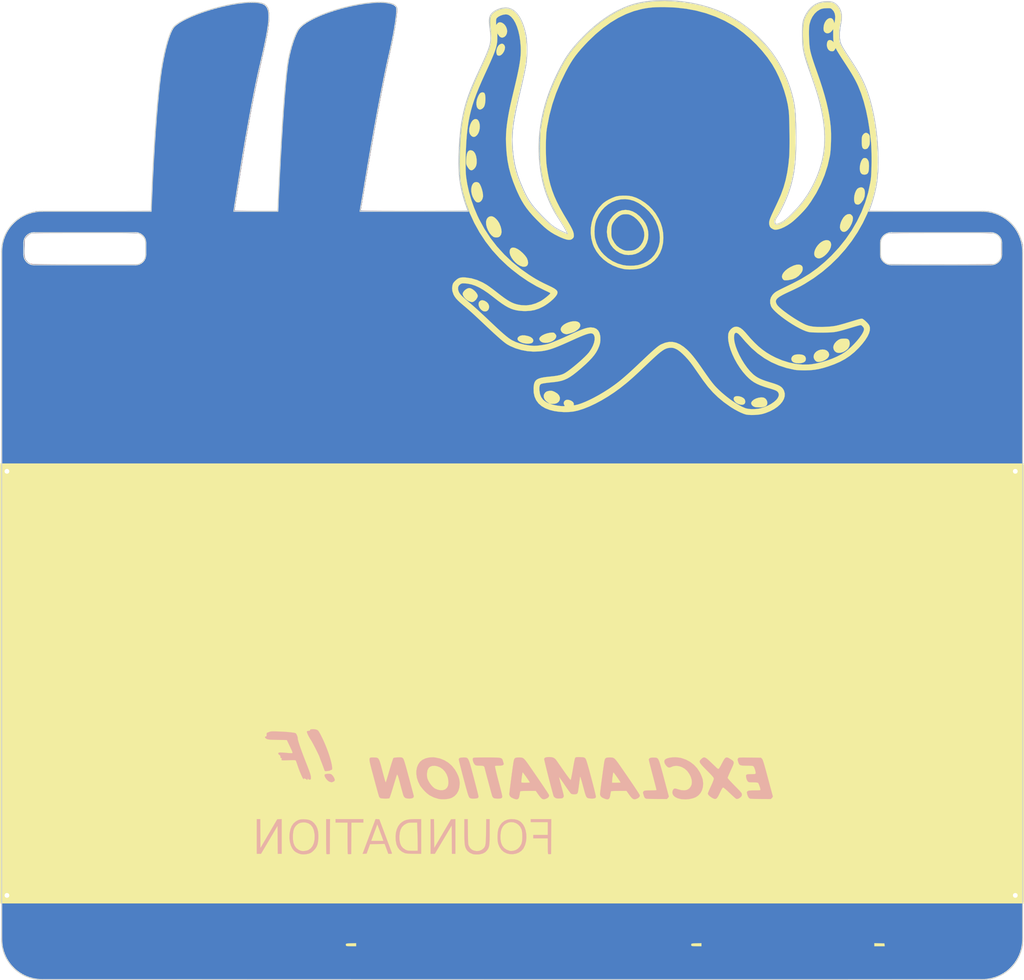
<source format=kicad_pcb>
(kicad_pcb (version 4) (host pcbnew 4.0.7)
  (layers (0 F.Cu signal) (31 B.Cu signal) (34 B.Paste user) (35 F.Paste user) (36 B.SilkS user) (37 F.SilkS user) (38 B.Mask user) (39 F.Mask user) (44 Edge.Cuts user))
  (net 0 "")
  (module LOGO (layer F.Cu) (at 0 0)
    (fp_text reference "G***" hide)
    (fp_text value "LOGO" hide)
    (fp_poly (pts (xy -12.755160 -48.243205) (xy -12.467732 -48.227272) (xy -12.222423 -48.203714) (xy -12.037906 -48.173069) (xy -12.001500 -48.163810) (xy -11.740110 -48.075088) (xy -11.553568 -47.973261) (xy -11.432106 -47.848157) (xy -11.365956 -47.689603) (xy -11.345350 -47.487426) (xy -11.345333 -47.480444) (xy -11.356996 -47.200687) (xy -11.391450 -46.844353) (xy -11.447889 -46.416174) (xy -11.525510 -45.920885) (xy -11.623509 -45.363221) (xy -11.741082 -44.747916) (xy -11.877423 -44.079705) (xy -12.031730 -43.363321) (xy -12.086602 -43.116500) (xy -12.277030 -42.252210) (xy -12.468291 -41.355534) (xy -12.661352 -40.421361) (xy -12.857181 -39.444580) (xy -13.056745 -38.420081) (xy -13.261012 -37.342752) (xy -13.470951 -36.207484) (xy -13.687528 -35.009165) (xy -13.911713 -33.742685) (xy -14.144471 -32.402932) (xy -14.386772 -30.984798) (xy -14.411335 -30.839833) (xy -14.490587 -30.372256) (xy -14.566712 -29.924087) (xy -14.638360 -29.503214) (xy -14.704180 -29.117525) (xy -14.762822 -28.774906) (xy -14.812936 -28.483246) (xy -14.853171 -28.250431) (xy -14.882178 -28.084349) (xy -14.898605 -27.992888) (xy -14.899699 -27.987139) (xy -14.924622 -27.843889) (xy -14.940556 -27.725421) (xy -14.943666 -27.680222) (xy -14.941625 -27.668841) (xy -14.932650 -27.658609) (xy -14.912464 -27.649466) (xy -14.876792 -27.641351) (xy -14.821357 -27.634202) (xy -14.741881 -27.627959) (xy -14.634090 -27.622559) (xy -14.493705 -27.617942) (xy -14.316452 -27.614047) (xy -14.098052 -27.610813) (xy -13.834231 -27.608178) (xy -13.520710 -27.606081) (xy -13.153215 -27.604461) (xy -12.727467 -27.603257) (xy -12.239192 -27.602408) (xy -11.684112 -27.601852) (xy -11.057950 -27.601529) (xy -10.356431 -27.601376) (xy -9.575277 -27.601334) (xy -9.428587 -27.601333) (xy -3.913507 -27.601333) (xy -3.792568 -27.315583) (xy -3.580057 -26.851807) (xy -3.321484 -26.350290) (xy -3.030021 -25.833788) (xy -2.718841 -25.325056) (xy -2.401115 -24.846849) (xy -2.206192 -24.575099) (xy -1.566808 -23.779202) (xy -0.859454 -23.020419) (xy -0.093710 -22.306488) (xy 0.720843 -21.645151) (xy 1.574627 -21.044146) (xy 2.458062 -20.511215) (xy 3.361567 -20.054096) (xy 3.425407 -20.025096) (xy 3.640524 -19.925095) (xy 3.839392 -19.827162) (xy 4.003482 -19.740805) (xy 4.114265 -19.675535) (xy 4.135263 -19.660782) (xy 4.277212 -19.552513) (xy 4.202356 -19.424053) (xy 4.103016 -19.291478) (xy 3.947026 -19.128815) (xy 3.750073 -18.949972) (xy 3.527845 -18.768858) (xy 3.296028 -18.599381) (xy 3.199730 -18.535114) (xy 2.712477 -18.266498) (xy 2.209876 -18.080512) (xy 1.693618 -17.977612) (xy 1.165393 -17.958258) (xy 1.088220 -17.962394) (xy 0.765488 -17.993826) (xy 0.466052 -18.047829) (xy 0.178664 -18.129752) (xy -0.107929 -18.244945) (xy -0.404978 -18.398759) (xy -0.723734 -18.596545) (xy -1.075447 -18.843653) (xy -1.471370 -19.145433) (xy -1.580258 -19.231382) (xy -2.056385 -19.598177) (xy -2.487027 -19.904502) (xy -2.881268 -20.154625) (xy -3.248194 -20.352810) (xy -3.596888 -20.503323) (xy -3.936435 -20.610431) (xy -4.275920 -20.678398) (xy -4.624428 -20.711492) (xy -4.740740 -20.715442) (xy -4.913091 -20.716222) (xy -5.029671 -20.705332) (xy -5.119248 -20.675763) (xy -5.210589 -20.620506) (xy -5.252545 -20.590737) (xy -5.433899 -20.425817) (xy -5.541679 -20.237914) (xy -5.585736 -20.007585) (xy -5.588000 -19.928616) (xy -5.575405 -19.747353) (xy -5.533260 -19.576879) (xy -5.455028 -19.408059) (xy -5.334169 -19.231764) (xy -5.164145 -19.038860) (xy -4.938418 -18.820216) (xy -4.650448 -18.566701) (xy -4.554969 -18.485866) (xy -4.358946 -18.320665) (xy -4.187752 -18.175199) (xy -4.031823 -18.040799) (xy -3.881596 -17.908796) (xy -3.727507 -17.770521) (xy -3.559993 -17.617304) (xy -3.369490 -17.440478) (xy -3.146435 -17.231373) (xy -2.881263 -16.981321) (xy -2.564412 -16.681651) (xy -2.561166 -16.678580) (xy -2.152019 -16.292152) (xy -1.797699 -15.959682) (xy -1.492272 -15.676166) (xy -1.229801 -15.436600) (xy -1.004352 -15.235983) (xy -0.809989 -15.069311) (xy -0.640777 -14.931581) (xy -0.490779 -14.817791) (xy -0.354061 -14.722937) (xy -0.224686 -14.642017) (xy -0.096720 -14.570028) (xy 0.000000 -14.519846) (xy 0.541487 -14.287813) (xy 1.104763 -14.128700) (xy 1.699334 -14.040589) (xy 2.334704 -14.021564) (xy 2.452038 -14.025243) (xy 2.701260 -14.038266) (xy 2.932668 -14.058362) (xy 3.155145 -14.088412) (xy 3.377572 -14.131297) (xy 3.608834 -14.189896) (xy 3.857812 -14.267092) (xy 4.133389 -14.365765) (xy 4.444447 -14.488796) (xy 4.799870 -14.639066) (xy 5.208539 -14.819454) (xy 5.679338 -15.032843) (xy 5.969497 -15.166016) (xy 6.374029 -15.349531) (xy 6.713172 -15.496777) (xy 6.996382 -15.611067) (xy 7.233113 -15.695714) (xy 7.432821 -15.754030) (xy 7.604962 -15.789329) (xy 7.758992 -15.804922) (xy 7.796507 -15.806144) (xy 8.019979 -15.792168) (xy 8.185062 -15.733356) (xy 8.310797 -15.619129) (xy 8.401184 -15.470102) (xy 8.486213 -15.204868) (xy 8.500117 -14.898452) (xy 8.443404 -14.554802) (xy 8.316586 -14.177867) (xy 8.202216 -13.927667) (xy 8.110401 -13.757220) (xy 8.009872 -13.602250) (xy 7.885864 -13.443351) (xy 7.723611 -13.261115) (xy 7.580324 -13.110258) (xy 7.265328 -12.795262) (xy 6.933765 -12.483913) (xy 6.596569 -12.185155) (xy 6.264674 -11.907934) (xy 5.949014 -11.661194) (xy 5.660524 -11.453882) (xy 5.410138 -11.294942) (xy 5.270500 -11.220614) (xy 5.077546 -11.140526) (xy 4.856402 -11.072929) (xy 4.594276 -11.015192) (xy 4.278374 -10.964679) (xy 3.895902 -10.918759) (xy 3.714948 -10.900461) (xy 3.357090 -10.861349) (xy 3.074850 -10.817276) (xy 2.859184 -10.762442) (xy 2.701050 -10.691047) (xy 2.591403 -10.597290) (xy 2.521199 -10.475371) (xy 2.481395 -10.319491) (xy 2.462946 -10.123848) (xy 2.461707 -10.096700) (xy 2.474714 -9.688719) (xy 2.551093 -9.328578) (xy 2.692590 -9.014718) (xy 2.900951 -8.745579) (xy 3.177923 -8.519603) (xy 3.525253 -8.335229) (xy 3.944687 -8.190899) (xy 4.437970 -8.085053) (xy 4.765523 -8.039891) (xy 5.276786 -8.012114) (xy 5.799320 -8.045398) (xy 6.338786 -8.141393) (xy 6.900845 -8.301748) (xy 7.491158 -8.528112) (xy 8.115389 -8.822133) (xy 8.779197 -9.185461) (xy 8.859096 -9.232214) (xy 9.281058 -9.486591) (xy 9.676712 -9.738559) (xy 10.055594 -9.995673) (xy 10.427239 -10.265488) (xy 10.801182 -10.555560) (xy 11.186960 -10.873443) (xy 11.594107 -11.226693) (xy 12.032158 -11.622866) (xy 12.510649 -12.069517) (xy 12.861405 -12.403454) (xy 13.248470 -12.772998) (xy 13.581850 -13.087818) (xy 13.867803 -13.352980) (xy 14.112584 -13.573555) (xy 14.322453 -13.754609) (xy 14.503666 -13.901211) (xy 14.662481 -14.018430) (xy 14.805156 -14.111334) (xy 14.937947 -14.184992) (xy 15.067114 -14.244472) (xy 15.194704 -14.293360) (xy 15.521604 -14.375646) (xy 15.840649 -14.386173) (xy 16.158001 -14.322994) (xy 16.479817 -14.184161) (xy 16.812258 -13.967727) (xy 17.161484 -13.671745) (xy 17.161778 -13.671470) (xy 17.344138 -13.490796) (xy 17.535724 -13.279963) (xy 17.742605 -13.031257) (xy 17.970848 -12.736964) (xy 18.226519 -12.389370) (xy 18.515689 -11.980761) (xy 18.691821 -11.726333) (xy 18.877361 -11.458332) (xy 19.063070 -11.193248) (xy 19.238727 -10.945436) (xy 19.394113 -10.729254) (xy 19.519008 -10.559057) (xy 19.580851 -10.477500) (xy 19.880822 -10.123039) (xy 20.232810 -9.760762) (xy 20.624082 -9.400366) (xy 21.041904 -9.051546) (xy 21.473542 -8.723997) (xy 21.906262 -8.427417) (xy 22.327331 -8.171499) (xy 22.724016 -7.965941) (xy 23.059930 -7.828451) (xy 23.423854 -7.743267) (xy 23.828158 -7.718444) (xy 24.257799 -7.750337) (xy 24.697734 -7.835302) (xy 25.132922 -7.969692) (xy 25.548319 -8.149863) (xy 25.928884 -8.372168) (xy 26.215586 -8.593163) (xy 26.421759 -8.808583) (xy 26.573479 -9.037059) (xy 26.664670 -9.265036) (xy 26.689256 -9.478962) (xy 26.667558 -9.601217) (xy 26.608950 -9.742837) (xy 26.524696 -9.863714) (xy 26.404813 -9.969984) (xy 26.239322 -10.067785) (xy 26.018241 -10.163254) (xy 25.731588 -10.262528) (xy 25.454755 -10.346933) (xy 25.048785 -10.471317) (xy 24.711281 -10.588707) (xy 24.427372 -10.707054) (xy 24.182187 -10.834307) (xy 23.960853 -10.978416) (xy 23.748500 -11.147331) (xy 23.530256 -11.349002) (xy 23.471253 -11.407243) (xy 23.131963 -11.779806) (xy 22.812875 -12.196018) (xy 22.520225 -12.643180) (xy 22.260249 -13.108593) (xy 22.039183 -13.579558) (xy 21.863265 -14.043374) (xy 21.738729 -14.487341) (xy 21.671813 -14.898762) (xy 21.661882 -15.091833) (xy 21.684348 -15.377543) (xy 21.754633 -15.602402) (xy 21.870174 -15.762490) (xy 22.028408 -15.853887) (xy 22.174073 -15.875000) (xy 22.312098 -15.855696) (xy 22.455187 -15.793321) (xy 22.612078 -15.681183) (xy 22.791511 -15.512588) (xy 23.002226 -15.280843) (xy 23.099454 -15.166303) (xy 23.477598 -14.730223) (xy 23.834589 -14.354984) (xy 24.186885 -14.025576) (xy 24.550946 -13.726987) (xy 24.943232 -13.444206) (xy 25.107425 -13.334966) (xy 25.784412 -12.940979) (xy 26.486071 -12.624442) (xy 27.207043 -12.387000) (xy 27.941968 -12.230295) (xy 28.685484 -12.155970) (xy 28.973914 -12.149667) (xy 29.589627 -12.178069) (xy 30.205499 -12.265268) (xy 30.835757 -12.414250) (xy 31.494626 -12.628001) (xy 31.792334 -12.741386) (xy 32.268163 -12.945190) (xy 32.682804 -13.158693) (xy 33.059577 -13.396823) (xy 33.421799 -13.674508) (xy 33.792788 -14.006676) (xy 33.841235 -14.053055) (xy 34.217023 -14.436504) (xy 34.533168 -14.804130) (xy 34.785817 -15.150573) (xy 34.971115 -15.470472) (xy 35.085208 -15.758465) (xy 35.095815 -15.798070) (xy 35.122127 -15.929110) (xy 35.115745 -16.024126) (xy 35.071288 -16.127230) (xy 35.051223 -16.163667) (xy 34.962420 -16.285349) (xy 34.836747 -16.415865) (xy 34.753720 -16.486173) (xy 34.550279 -16.641319) (xy 33.562890 -16.340838) (xy 33.161832 -16.219286) (xy 32.828034 -16.120315) (xy 32.547879 -16.041458) (xy 32.307751 -15.980248) (xy 32.094031 -15.934218) (xy 31.893103 -15.900902) (xy 31.691351 -15.877832) (xy 31.475157 -15.862541) (xy 31.230904 -15.852563) (xy 30.944976 -15.845431) (xy 30.813674 -15.842779) (xy 30.377681 -15.837444) (xy 30.019500 -15.840044) (xy 29.741176 -15.850532) (xy 29.544755 -15.868861) (xy 29.518770 -15.872902) (xy 29.249610 -15.942538) (xy 28.928707 -16.067279) (xy 28.564404 -16.242583) (xy 28.165044 -16.463903) (xy 27.738969 -16.726696) (xy 27.294521 -17.026416) (xy 26.967638 -17.262669) (xy 26.635285 -17.516338) (xy 26.369972 -17.735487) (xy 26.165331 -17.927783) (xy 26.014992 -18.100890) (xy 25.912586 -18.262473) (xy 25.851744 -18.420196) (xy 25.826097 -18.581724) (xy 25.824263 -18.638610) (xy 25.835265 -18.811358) (xy 25.875318 -18.961752) (xy 25.952425 -19.097642) (xy 26.074587 -19.226876) (xy 26.249807 -19.357304) (xy 26.486086 -19.496773) (xy 26.791428 -19.653132) (xy 26.923588 -19.716875) (xy 27.311484 -19.902139) (xy 27.633671 -20.057117) (xy 27.901117 -20.187423) (xy 28.124793 -20.298669) (xy 28.315669 -20.396469) (xy 28.484713 -20.486435) (xy 28.642895 -20.574181) (xy 28.801186 -20.665320) (xy 28.956669 -20.757186) (xy 29.817871 -21.316348) (xy 30.645967 -21.945454) (xy 31.434328 -22.637057) (xy 32.176326 -23.383712) (xy 32.518765 -23.778463) (xy 36.408838 -23.778463) (xy 36.411542 -23.527065) (xy 36.423350 -23.306885) (xy 36.443590 -23.144565) (xy 36.533892 -22.859966) (xy 36.687852 -22.628041) (xy 36.901920 -22.453731) (xy 36.964442 -22.419720) (xy 37.185291 -22.309667) (xy 42.436895 -22.310597) (xy 43.213855 -22.310779) (xy 43.910671 -22.311082) (xy 44.531864 -22.311568) (xy 45.081958 -22.312304) (xy 45.565473 -22.313355) (xy 45.986933 -22.314785) (xy 46.350860 -22.316661) (xy 46.661776 -22.319046) (xy 46.924203 -22.322006) (xy 47.142663 -22.325607) (xy 47.321679 -22.329913) (xy 47.465773 -22.334989) (xy 47.579466 -22.340901) (xy 47.667282 -22.347713) (xy 47.733743 -22.355491) (xy 47.783370 -22.364300) (xy 47.820686 -22.374205) (xy 47.850214 -22.385271) (xy 47.857834 -22.388647) (xy 48.031916 -22.499418) (xy 48.196431 -22.657980) (xy 48.326329 -22.836688) (xy 48.387959 -22.973785) (xy 48.407200 -23.090932) (xy 48.419575 -23.288273) (xy 48.424939 -23.561603) (xy 48.423147 -23.906719) (xy 48.422197 -23.967736) (xy 48.408167 -24.800305) (xy 48.279594 -24.983110) (xy 48.078177 -25.204520) (xy 47.838353 -25.354515) (xy 47.706896 -25.400746) (xy 47.636375 -25.407946) (xy 47.481895 -25.414296) (xy 47.244157 -25.419794) (xy 46.923866 -25.424435) (xy 46.521722 -25.428215) (xy 46.038430 -25.431130) (xy 45.474691 -25.433175) (xy 44.831208 -25.434347) (xy 44.108685 -25.434641) (xy 43.307823 -25.434054) (xy 42.429326 -25.432580) (xy 42.347540 -25.432406) (xy 37.147500 -25.421167) (xy 36.978167 -25.329794) (xy 36.734389 -25.154020) (xy 36.556021 -24.926796) (xy 36.506611 -24.828500) (xy 36.474624 -24.710391) (xy 36.448132 -24.527041) (xy 36.427855 -24.297742) (xy 36.414517 -24.041785) (xy 36.408838 -23.778463) (xy 32.518765 -23.778463) (xy 32.865333 -24.177972) (xy 33.494722 -25.012390) (xy 34.057865 -25.879520) (xy 34.548132 -26.771915) (xy 34.814010 -27.337845) (xy 34.930731 -27.603523) (xy 41.055615 -27.590350) (xy 41.901552 -27.588473) (xy 42.667029 -27.586622) (xy 43.356254 -27.584742) (xy 43.973432 -27.582775) (xy 44.522772 -27.580667) (xy 45.008479 -27.578360) (xy 45.434761 -27.575798) (xy 45.805825 -27.572926) (xy 46.125878 -27.569686) (xy 46.399126 -27.566024) (xy 46.629777 -27.561882) (xy 46.822038 -27.557205) (xy 46.980114 -27.551937) (xy 47.108214 -27.546020) (xy 47.210544 -27.539400) (xy 47.291311 -27.532020) (xy 47.354723 -27.523823) (xy 47.404985 -27.514754) (xy 47.445315 -27.505026) (xy 48.019738 -27.312464) (xy 48.536167 -27.062177) (xy 49.002205 -26.749968) (xy 49.333031 -26.463258) (xy 49.709443 -26.048731) (xy 50.019480 -25.591008) (xy 50.268453 -25.081341) (xy 50.408132 -24.692539) (xy 50.524834 -24.320500) (xy 50.524834 45.106167) (xy 50.426793 45.466000) (xy 50.236377 46.007595) (xy 49.973439 46.511600) (xy 49.644062 46.971888) (xy 49.254326 47.382332) (xy 48.810314 47.736804) (xy 48.318108 48.029177) (xy 47.783788 48.253325) (xy 47.603834 48.309954) (xy 47.265167 48.408167) (xy 0.148167 48.415442) (xy -2.296620 48.415808) (xy -4.658127 48.416137) (xy -6.937739 48.416426) (xy -9.136843 48.416676) (xy -11.256824 48.416884) (xy -13.299069 48.417048) (xy -15.264963 48.417167) (xy -17.155893 48.417241) (xy -18.973245 48.417266) (xy -20.718404 48.417242) (xy -22.392758 48.417168) (xy -23.997691 48.417041) (xy -25.534590 48.416860) (xy -27.004841 48.416623) (xy -28.409830 48.416330) (xy -29.750943 48.415979) (xy -31.029566 48.415568) (xy -32.247086 48.415095) (xy -33.404887 48.414560) (xy -34.504357 48.413960) (xy -35.546881 48.413294) (xy -36.533846 48.412561) (xy -37.466636 48.411759) (xy -38.346640 48.410886) (xy -39.175241 48.409942) (xy -39.953827 48.408924) (xy -40.683784 48.407832) (xy -41.366498 48.406663) (xy -42.003354 48.405416) (xy -42.595739 48.404090) (xy -43.145038 48.402682) (xy -43.652638 48.401193) (xy -44.119926 48.399619) (xy -44.548286 48.397960) (xy -44.939105 48.396214) (xy -45.293769 48.394380) (xy -45.613664 48.392455) (xy -45.900176 48.390439) (xy -46.154692 48.388331) (xy -46.378596 48.386127) (xy -46.573276 48.383828) (xy -46.740117 48.381431) (xy -46.880505 48.378936) (xy -46.995827 48.376340) (xy -47.087468 48.373641) (xy -47.156815 48.370840) (xy -47.205253 48.367933) (xy -47.234169 48.364920) (xy -47.239217 48.364001) (xy -47.792854 48.208703) (xy -48.294135 47.992005) (xy -48.754336 47.707517) (xy -49.184731 47.348848) (xy -49.384455 47.148023) (xy -49.737451 46.722791) (xy -50.014685 46.273705) (xy -50.223039 45.787401) (xy -50.369394 45.250518) (xy -50.374495 45.225634) (xy -50.461693 44.794768) (xy -50.450930 10.279467) (xy -50.440355 -23.629880) (xy -48.214413 -23.629880) (xy -48.211897 -23.370720) (xy -48.200642 -23.170245) (xy -48.178312 -23.015514) (xy -48.142567 -22.893585) (xy -48.091069 -22.791516) (xy -48.021481 -22.696366) (xy -47.971762 -22.639085) (xy -47.931247 -22.591529) (xy -47.896961 -22.548785) (xy -47.864428 -22.510597) (xy -47.829172 -22.476710) (xy -47.786716 -22.446867) (xy -47.732583 -22.420813) (xy -47.662298 -22.398291) (xy -47.571383 -22.379047) (xy -47.455362 -22.362823) (xy -47.309759 -22.349364) (xy -47.130097 -22.338414) (xy -46.911900 -22.329718) (xy -46.650691 -22.323019) (xy -46.341994 -22.318061) (xy -45.981332 -22.314589) (xy -45.564228 -22.312347) (xy -45.086207 -22.311079) (xy -44.542791 -22.310528) (xy -43.929505 -22.310439) (xy -43.241872 -22.310557) (xy -42.475414 -22.310625) (xy -42.225228 -22.310597) (xy -36.973624 -22.309667) (xy -36.755030 -22.418597) (xy -36.521967 -22.579822) (xy -36.349690 -22.797915) (xy -36.243704 -23.065613) (xy -36.234874 -23.104678) (xy -36.215894 -23.251609) (xy -36.203930 -23.466800) (xy -36.199546 -23.734088) (xy -36.202869 -24.019495) (xy -36.210355 -24.283147) (xy -36.219617 -24.477870) (xy -36.232649 -24.619401) (xy -36.251445 -24.723478) (xy -36.277998 -24.805837) (xy -36.311470 -24.876868) (xy -36.464844 -25.092367) (xy -36.667159 -25.265967) (xy -36.895338 -25.379400) (xy -36.973098 -25.400669) (xy -37.040760 -25.408359) (xy -37.169278 -25.415118) (xy -37.360798 -25.420960) (xy -37.617466 -25.425896) (xy -37.941429 -25.429942) (xy -38.334832 -25.433109) (xy -38.799821 -25.435413) (xy -39.338543 -25.436865) (xy -39.953143 -25.437480) (xy -40.645767 -25.437270) (xy -41.418563 -25.436249) (xy -42.273674 -25.434431) (xy -42.357833 -25.434221) (xy -47.525832 -25.421167) (xy -47.733478 -25.292781) (xy -47.879493 -25.181476) (xy -48.016151 -25.043556) (xy -48.068812 -24.975281) (xy -48.196500 -24.786167) (xy -48.210530 -23.960667) (xy -48.214413 -23.629880) (xy -50.440355 -23.629880) (xy -50.440166 -24.235833) (xy -50.347770 -24.559532) (xy -50.141877 -25.139859) (xy -49.871973 -25.666981) (xy -49.540777 -26.138158) (xy -49.151007 -26.550649) (xy -48.705380 -26.901714) (xy -48.206616 -27.188612) (xy -47.657432 -27.408604) (xy -47.464464 -27.466364) (xy -47.053500 -27.579612) (xy -41.373952 -27.591647) (xy -35.694405 -27.603681) (xy -35.670685 -27.951757) (xy -35.662493 -28.089914) (xy -35.651828 -28.296887) (xy -35.639426 -28.556888) (xy -35.626021 -28.854129) (xy -35.612348 -29.172819) (xy -35.601301 -29.442833) (xy -35.563618 -30.320277) (xy -35.519613 -31.229430) (xy -35.470010 -32.159853) (xy -35.415531 -33.101106) (xy -35.356897 -34.042749) (xy -35.294830 -34.974344) (xy -35.230053 -35.885451) (xy -35.163287 -36.765631) (xy -35.095254 -37.604444) (xy -35.026678 -38.391452) (xy -34.958278 -39.116213) (xy -34.890779 -39.768290) (xy -34.881037 -39.856833) (xy -34.763603 -40.823269) (xy -34.633944 -41.712452) (xy -34.490777 -42.531090) (xy -34.332814 -43.285888) (xy -34.158773 -43.983551) (xy -33.967366 -44.630786) (xy -33.964242 -44.640500) (xy -33.822485 -45.047628) (xy -33.683117 -45.378244) (xy -33.542164 -45.640265) (xy -33.395653 -45.841605) (xy -33.322760 -45.918469) (xy -33.075393 -46.122002) (xy -32.752538 -46.333226) (xy -32.362644 -46.548765) (xy -31.914165 -46.765244) (xy -31.415551 -46.979287) (xy -30.875255 -47.187521) (xy -30.301727 -47.386569) (xy -29.703419 -47.573056) (xy -29.088782 -47.743607) (xy -28.466268 -47.894848) (xy -28.261247 -47.939796) (xy -27.828453 -48.029588) (xy -27.458555 -48.099829) (xy -27.132639 -48.152766) (xy -26.831787 -48.190647) (xy -26.537086 -48.215720) (xy -26.229618 -48.230234) (xy -25.890470 -48.236435) (xy -25.759833 -48.237060) (xy -25.403310 -48.234902) (xy -25.118887 -48.224966) (xy -24.894149 -48.204548) (xy -24.716681 -48.170948) (xy -24.574069 -48.121462) (xy -24.453898 -48.053389) (xy -24.343754 -47.964027) (xy -24.296572 -47.918572) (xy -24.182001 -47.780576) (xy -24.099303 -47.620362) (xy -24.044546 -47.423137) (xy -24.013796 -47.174109) (xy -24.003119 -46.858483) (xy -24.003000 -46.814439) (xy -24.007034 -46.584705) (xy -24.019938 -46.344172) (xy -24.042914 -46.085955) (xy -24.077165 -45.803170) (xy -24.123892 -45.488931) (xy -24.184299 -45.136355) (xy -24.259587 -44.738556) (xy -24.350959 -44.288649) (xy -24.459616 -43.779750) (xy -24.586763 -43.204974) (xy -24.733600 -42.557436) (xy -24.787216 -42.323854) (xy -24.933247 -41.682673) (xy -25.071282 -41.061991) (xy -25.203513 -40.450792) (xy -25.332130 -39.838063) (xy -25.459322 -39.212786) (xy -25.587280 -38.563949) (xy -25.718194 -37.880535) (xy -25.854255 -37.151529) (xy -25.997652 -36.365918) (xy -26.150576 -35.512684) (xy -26.224745 -35.094333) (xy -26.282678 -34.763158) (xy -26.347842 -34.384609) (xy -26.419071 -33.965875) (xy -26.495199 -33.514141) (xy -26.575059 -33.036593) (xy -26.657485 -32.540419) (xy -26.741309 -32.032804) (xy -26.825366 -31.520936) (xy -26.908489 -31.011999) (xy -26.989511 -30.513182) (xy -27.067266 -30.031670) (xy -27.140587 -29.574649) (xy -27.208307 -29.149307) (xy -27.269260 -28.762829) (xy -27.322280 -28.422402) (xy -27.366199 -28.135213) (xy -27.399852 -27.908447) (xy -27.422071 -27.749291) (xy -27.431690 -27.664932) (xy -27.432000 -27.657366) (xy -27.418696 -27.644420) (xy -27.374688 -27.633537) (xy -27.293832 -27.624555) (xy -27.169982 -27.617312) (xy -26.996994 -27.611648) (xy -26.768723 -27.607400) (xy -26.479024 -27.604408) (xy -26.121753 -27.602509) (xy -25.690764 -27.601543) (xy -25.298661 -27.601333) (xy -23.165322 -27.601333) (xy -23.140495 -27.971750) (xy -23.128561 -28.166615) (xy -23.115132 -28.412586) (xy -23.101966 -28.676168) (xy -23.092148 -28.892500) (xy -23.050946 -29.818739) (xy -23.006289 -30.752480) (xy -22.958560 -31.688406) (xy -22.908140 -32.621198) (xy -22.855411 -33.545535) (xy -22.800754 -34.456100) (xy -22.744551 -35.347574) (xy -22.687184 -36.214636) (xy -22.629034 -37.051970) (xy -22.570482 -37.854254) (xy -22.511911 -38.616172) (xy -22.453701 -39.332403) (xy -22.396235 -39.997629) (xy -22.339894 -40.606530) (xy -22.285060 -41.153788) (xy -22.232114 -41.634084) (xy -22.181438 -42.042099) (xy -22.133413 -42.372514) (xy -22.118781 -42.460333) (xy -22.031911 -42.901898) (xy -21.921754 -43.367294) (xy -21.794218 -43.836575) (xy -21.655214 -44.289797) (xy -21.510650 -44.707013) (xy -21.366436 -45.068279) (xy -21.307792 -45.197682) (xy -21.087174 -45.567191) (xy -20.792294 -45.899834) (xy -20.468166 -46.165098) (xy -20.074423 -46.416356) (xy -19.606544 -46.664955) (xy -19.075058 -46.907574) (xy -18.490492 -47.140893) (xy -17.863375 -47.361592) (xy -17.204236 -47.566351) (xy -16.523602 -47.751849) (xy -15.832002 -47.914766) (xy -15.139964 -48.051781) (xy -14.458017 -48.159574) (xy -13.952579 -48.219949) (xy -13.683416 -48.239886) (xy -13.381676 -48.250050) (xy -13.066032 -48.250977) (xy -12.755160 -48.243205)) (layer F.Cu) (width 0.010000))
    (fp_poly (pts (xy 16.528393 -27.447572) (xy 16.654300 -27.329342) (xy 16.764909 -27.140332) (xy 16.858115 -26.887125) (xy 16.931810 -26.576298) (xy 16.983888 -26.214432) (xy 17.012241 -25.808107) (xy 17.016965 -25.528111) (xy 17.009457 -25.247678) (xy 16.983652 -25.018336) (xy 16.932194 -24.807220) (xy 16.847723 -24.581463) (xy 16.762606 -24.391986) (xy 16.486872 -23.901515) (xy 16.139690 -23.447859) (xy 15.728342 -23.036684) (xy 15.260107 -22.673656) (xy 14.742269 -22.364442) (xy 14.182106 -22.114707) (xy 13.604996 -21.934605) (xy 13.361770 -21.879732) (xy 13.140834 -21.840854) (xy 12.958963 -21.820169) (xy 12.832935 -21.819877) (xy 12.795250 -21.828423) (xy 12.753716 -21.856531) (xy 12.757401 -21.892365) (xy 12.813942 -21.942225) (xy 12.930974 -22.012414) (xy 13.116132 -22.109234) (xy 13.165798 -22.134248) (xy 13.586856 -22.371709) (xy 13.937377 -22.630301) (xy 14.231067 -22.922662) (xy 14.481630 -23.261433) (xy 14.595296 -23.452667) (xy 14.683320 -23.617161) (xy 14.751032 -23.763486) (xy 14.801498 -23.907137) (xy 14.837786 -24.063609) (xy 14.862962 -24.248399) (xy 14.880094 -24.477003) (xy 14.892248 -24.764915) (xy 14.898794 -24.986119) (xy 14.922500 -25.863404) (xy 15.180018 -26.129119) (xy 15.404454 -26.371022) (xy 15.581136 -26.587829) (xy 15.729954 -26.805362) (xy 15.825583 -26.967231) (xy 15.977384 -27.200198) (xy 16.132671 -27.368784) (xy 16.284092 -27.466189) (xy 16.389297 -27.488445) (xy 16.528393 -27.447572)) (layer F.Cu) (width 0.010000))
    (fp_poly (pts (xy 11.545365 -27.350470) (xy 11.855972 -27.245010) (xy 12.161382 -27.060308) (xy 12.456978 -26.797066) (xy 12.612284 -26.620799) (xy 12.871287 -26.256586) (xy 13.047538 -25.899768) (xy 13.142143 -25.546065) (xy 13.156209 -25.191195) (xy 13.090841 -24.830880) (xy 13.082303 -24.801988) (xy 13.009136 -24.576322) (xy 12.940150 -24.407762) (xy 12.861729 -24.270642) (xy 12.760253 -24.139293) (xy 12.687526 -24.057870) (xy 12.431947 -23.841062) (xy 12.131512 -23.688985) (xy 11.800002 -23.605297) (xy 11.451199 -23.593655) (xy 11.138096 -23.646660) (xy 10.757280 -23.789437) (xy 10.425622 -23.997008) (xy 10.149454 -24.263579) (xy 9.935109 -24.583358) (xy 9.819223 -24.853177) (xy 9.775070 -24.997267) (xy 9.750066 -25.127535) (xy 9.741321 -25.273136) (xy 9.745944 -25.463226) (xy 9.750325 -25.548167) (xy 9.785494 -25.914884) (xy 9.851098 -26.218295) (xy 9.954763 -26.476630) (xy 10.104114 -26.708121) (xy 10.306778 -26.930998) (xy 10.343341 -26.965841) (xy 10.628550 -27.184373) (xy 10.927036 -27.320854) (xy 11.234181 -27.375985) (xy 11.545365 -27.350470)) (layer F.Cu) (width 0.010000))
    (fp_poly (pts (xy 18.553295 -33.847570) (xy 18.943425 -33.705425) (xy 19.275241 -33.501924) (xy 19.548505 -33.237317) (xy 19.762980 -32.911856) (xy 19.918427 -32.525794) (xy 19.963698 -32.355866) (xy 19.994742 -32.185439) (xy 20.013043 -31.986600) (xy 20.019718 -31.740299) (xy 20.016507 -31.453667) (xy 20.002290 -30.839833) (xy 19.834451 -30.525399) (xy 19.607703 -30.167502) (xy 19.344234 -29.867783) (xy 19.051939 -29.630791) (xy 18.738714 -29.461075) (xy 18.412453 -29.363184) (xy 18.081052 -29.341669) (xy 17.840977 -29.376672) (xy 17.513249 -29.497263) (xy 17.214295 -29.689822) (xy 16.950054 -29.944786) (xy 16.726461 -30.252594) (xy 16.549456 -30.603685) (xy 16.424975 -30.988497) (xy 16.358957 -31.397468) (xy 16.354016 -31.771167) (xy 16.409232 -32.171653) (xy 16.523093 -32.546732) (xy 16.688332 -32.889544) (xy 16.897685 -33.193231) (xy 17.143887 -33.450933) (xy 17.419672 -33.655790) (xy 17.717774 -33.800943) (xy 18.030930 -33.879533) (xy 18.351873 -33.884701) (xy 18.553295 -33.847570)) (layer F.Cu) (width 0.010000))
    (fp_poly (pts (xy 10.227148 -34.787102) (xy 10.475035 -34.745712) (xy 10.693901 -34.655392) (xy 10.906819 -34.506929) (xy 11.113224 -34.315184) (xy 11.366082 -34.028961) (xy 11.550624 -33.743262) (xy 11.674206 -33.439511) (xy 11.744188 -33.099132) (xy 11.767925 -32.703547) (xy 11.768041 -32.661856) (xy 11.733920 -32.179172) (xy 11.634563 -31.740476) (xy 11.472255 -31.350003) (xy 11.249282 -31.011987) (xy 10.967929 -30.730659) (xy 10.630483 -30.510255) (xy 10.597435 -30.493550) (xy 10.416174 -30.409917) (xy 10.267029 -30.360409) (xy 10.110005 -30.334779) (xy 9.935144 -30.323906) (xy 9.684444 -30.324914) (xy 9.479551 -30.353038) (xy 9.351812 -30.388469) (xy 9.009069 -30.544386) (xy 8.715516 -30.767481) (xy 8.474388 -31.053819) (xy 8.288923 -31.399466) (xy 8.162356 -31.800488) (xy 8.152488 -31.846263) (xy 8.091499 -32.319415) (xy 8.103398 -32.780766) (xy 8.185651 -33.220534) (xy 8.335722 -33.628938) (xy 8.551077 -33.996198) (xy 8.779193 -34.264372) (xy 9.034946 -34.490061) (xy 9.286282 -34.645384) (xy 9.555233 -34.740405) (xy 9.863830 -34.785187) (xy 9.927167 -34.788775) (xy 10.227148 -34.787102)) (layer F.Cu) (width 0.010000))
  )
  (module LOGO (layer F.Cu) (at 0 0)
    (fp_text reference "G***" hide)
    (fp_text value "LOGO" hide)
    (fp_poly (pts (xy 15.689475 -48.406602) (xy 16.051048 -48.397296) (xy 16.368610 -48.382714) (xy 16.626091 -48.362766) (xy 16.721667 -48.351525) (xy 17.712407 -48.193110) (xy 18.634393 -47.996913) (xy 19.496094 -47.759864) (xy 20.305980 -47.478896) (xy 21.072520 -47.150940) (xy 21.804183 -46.772925) (xy 22.509438 -46.341785) (xy 22.784984 -46.154507) (xy 23.614627 -45.524470) (xy 24.381896 -44.839191) (xy 25.084759 -44.101543) (xy 25.721181 -43.314395) (xy 26.289131 -42.480620) (xy 26.786574 -41.603088) (xy 27.211478 -40.684671) (xy 27.561810 -39.728240) (xy 27.724015 -39.179500) (xy 27.808244 -38.855475) (xy 27.880070 -38.546194) (xy 27.940435 -38.241527) (xy 27.990280 -37.931345) (xy 28.030547 -37.605517) (xy 28.062178 -37.253913) (xy 28.086115 -36.866404) (xy 28.103299 -36.432861) (xy 28.114674 -35.943152) (xy 28.121179 -35.387149) (xy 28.123523 -34.882667) (xy 28.120062 -34.155705) (xy 28.105255 -33.501004) (xy 28.077785 -32.906753) (xy 28.036336 -32.361143) (xy 27.979591 -31.852363) (xy 27.906233 -31.368603) (xy 27.814946 -30.898054) (xy 27.704414 -30.428905) (xy 27.573752 -29.950833) (xy 27.440762 -29.536057) (xy 27.275280 -29.089552) (xy 27.085857 -28.630207) (xy 26.881046 -28.176913) (xy 26.669398 -27.748557) (xy 26.459464 -27.364028) (xy 26.259796 -27.042215) (xy 26.251139 -27.029437) (xy 26.139383 -26.862184) (xy 26.069445 -26.745657) (xy 26.033826 -26.661765) (xy 26.025026 -26.592414) (xy 26.035545 -26.519511) (xy 26.037017 -26.512889) (xy 26.074224 -26.402016) (xy 26.120635 -26.328841) (xy 26.127189 -26.323606) (xy 26.246266 -26.293864) (xy 26.411298 -26.331535) (xy 26.619438 -26.434846) (xy 26.867837 -26.602024) (xy 27.153648 -26.831296) (xy 27.474024 -27.120889) (xy 27.595648 -27.237979) (xy 28.253832 -27.927920) (xy 28.833226 -28.636645) (xy 29.339066 -29.372549) (xy 29.776589 -30.144028) (xy 30.151031 -30.959479) (xy 30.467628 -31.827298) (xy 30.477943 -31.859401) (xy 30.685765 -32.609496) (xy 30.831099 -33.369622) (xy 30.913916 -34.146733) (xy 30.934193 -34.947780) (xy 30.891901 -35.779716) (xy 30.787015 -36.649494) (xy 30.619509 -37.564066) (xy 30.453745 -38.279679) (xy 30.397464 -38.498820) (xy 30.337224 -38.721457) (xy 30.270416 -38.955816) (xy 30.194430 -39.210121) (xy 30.106659 -39.492598) (xy 30.004493 -39.811474) (xy 29.885323 -40.174972) (xy 29.746540 -40.591320) (xy 29.585535 -41.068743) (xy 29.399698 -41.615466) (xy 29.342547 -41.783000) (xy 29.200781 -42.201693) (xy 29.084987 -42.555241) (xy 28.992362 -42.858127) (xy 28.920101 -43.124833) (xy 28.865400 -43.369841) (xy 28.825456 -43.607633) (xy 28.797463 -43.852691) (xy 28.778618 -44.119497) (xy 28.766116 -44.422533) (xy 28.757153 -44.776280) (xy 28.756451 -44.809833) (xy 28.749689 -45.221298) (xy 28.749155 -45.560586) (xy 28.756392 -45.840060) (xy 28.772946 -46.072080) (xy 28.800359 -46.269007) (xy 28.840177 -46.443202) (xy 28.893945 -46.607028) (xy 28.963206 -46.772843) (xy 29.015623 -46.884167) (xy 29.259518 -47.309901) (xy 29.542271 -47.661197) (xy 29.865630 -47.939714) (xy 30.231341 -48.147116) (xy 30.422550 -48.221934) (xy 30.579012 -48.269174) (xy 30.731719 -48.299208) (xy 30.907906 -48.315544) (xy 31.134804 -48.321689) (xy 31.199667 -48.322037) (xy 31.466300 -48.316517) (xy 31.670324 -48.293182) (xy 31.833201 -48.244211) (xy 31.976397 -48.161788) (xy 32.121376 -48.038092) (xy 32.202935 -47.956577) (xy 32.411351 -47.684754) (xy 32.551458 -47.368785) (xy 32.623634 -47.006722) (xy 32.628253 -46.596619) (xy 32.565694 -46.136527) (xy 32.560158 -46.108982) (xy 32.479759 -45.623031) (xy 32.441193 -45.165450) (xy 32.445521 -44.753530) (xy 32.465297 -44.561545) (xy 32.490371 -44.417495) (xy 32.526632 -44.277404) (xy 32.579151 -44.131432) (xy 32.652997 -43.969739) (xy 32.753240 -43.782483) (xy 32.884950 -43.559825) (xy 33.053197 -43.291923) (xy 33.263050 -42.968936) (xy 33.367193 -42.810889) (xy 33.738879 -42.239495) (xy 34.062048 -41.721500) (xy 34.342398 -41.245271) (xy 34.585623 -40.799172) (xy 34.797421 -40.371570) (xy 34.983487 -39.950829) (xy 35.149517 -39.525315) (xy 35.301207 -39.083394) (xy 35.444253 -38.613430) (xy 35.475025 -38.505488) (xy 35.685042 -37.680374) (xy 35.864540 -36.809563) (xy 36.012252 -35.907864) (xy 36.126909 -34.990084) (xy 36.207244 -34.071032) (xy 36.251990 -33.165516) (xy 36.259878 -32.288343) (xy 36.229642 -31.454323) (xy 36.160013 -30.678264) (xy 36.151164 -30.607000) (xy 36.066238 -30.076552) (xy 35.942981 -29.500267) (xy 35.787939 -28.904106) (xy 35.607660 -28.314025) (xy 35.480033 -27.945992) (xy 35.355076 -27.603603) (xy 41.246621 -27.590688) (xy 47.138167 -27.577772) (xy 47.489275 -27.483916) (xy 48.058889 -27.291931) (xy 48.579680 -27.034456) (xy 49.047294 -26.714005) (xy 49.427063 -26.365443) (xy 49.782476 -25.943010) (xy 50.070935 -25.491428) (xy 50.302227 -24.993763) (xy 50.427291 -24.635152) (xy 50.524834 -24.320500) (xy 50.537532 10.223500) (xy 50.538303 12.401812) (xy 50.538983 14.496716) (xy 50.539571 16.509473) (xy 50.540065 18.441341) (xy 50.540464 20.293580) (xy 50.540767 22.067448) (xy 50.540972 23.764206) (xy 50.541079 25.385113) (xy 50.541085 26.931428) (xy 50.540989 28.404410) (xy 50.540791 29.805319) (xy 50.540488 31.135414) (xy 50.540080 32.395954) (xy 50.539565 33.588199) (xy 50.538942 34.713407) (xy 50.538209 35.772839) (xy 50.537366 36.767754) (xy 50.536411 37.699411) (xy 50.535342 38.569069) (xy 50.534158 39.377988) (xy 50.532859 40.127426) (xy 50.531442 40.818644) (xy 50.529906 41.452901) (xy 50.528251 42.031455) (xy 50.526474 42.555567) (xy 50.524575 43.026495) (xy 50.522551 43.445499) (xy 50.520403 43.813839) (xy 50.518127 44.132773) (xy 50.515724 44.403561) (xy 50.513192 44.627462) (xy 50.510529 44.805736) (xy 50.507735 44.939642) (xy 50.504807 45.030439) (xy 50.501745 45.079387) (xy 50.501117 45.084259) (xy 50.374930 45.629636) (xy 50.173553 46.145162) (xy 49.903116 46.624560) (xy 49.569749 47.061553) (xy 49.179580 47.449864) (xy 48.738740 47.783214) (xy 48.253358 48.055328) (xy 47.729563 48.259927) (xy 47.293193 48.369589) (xy 47.268401 48.372687) (xy 47.225877 48.375678) (xy 47.164220 48.378562) (xy 47.082029 48.381341) (xy 46.977901 48.384017) (xy 46.850434 48.386591) (xy 46.698226 48.389066) (xy 46.519876 48.391442) (xy 46.313981 48.393722) (xy 46.079141 48.395906) (xy 45.813952 48.397998) (xy 45.517013 48.399997) (xy 45.186923 48.401906) (xy 44.822278 48.403727) (xy 44.421678 48.405460) (xy 43.983721 48.407109) (xy 43.507004 48.408674) (xy 42.990126 48.410156) (xy 42.431685 48.411559) (xy 41.830278 48.412882) (xy 41.184505 48.414128) (xy 40.492963 48.415299) (xy 39.754251 48.416396) (xy 38.966966 48.417421) (xy 38.129706 48.418374) (xy 37.241070 48.419259) (xy 36.299656 48.420077) (xy 35.304062 48.420828) (xy 34.252886 48.421515) (xy 33.144726 48.422140) (xy 31.978181 48.422704) (xy 30.751848 48.423209) (xy 29.464325 48.423656) (xy 28.114212 48.424046) (xy 26.700105 48.424383) (xy 25.220602 48.424666) (xy 23.674303 48.424899) (xy 22.059805 48.425082) (xy 20.375707 48.425217) (xy 18.620605 48.425305) (xy 16.793100 48.425349) (xy 14.891788 48.425350) (xy 12.915267 48.425309) (xy 10.862137 48.425229) (xy 8.730994 48.425110) (xy 6.520438 48.424955) (xy 4.229066 48.424765) (xy 1.855476 48.424542) (xy 0.028026 48.424354) (xy -1.965580 48.424112) (xy -3.939012 48.423811) (xy -5.890557 48.423453) (xy -7.818503 48.423039) (xy -9.721140 48.422571) (xy -11.596755 48.422050) (xy -13.443636 48.421477) (xy -15.260072 48.420854) (xy -17.044352 48.420183) (xy -18.794763 48.419464) (xy -20.509594 48.418700) (xy -22.187132 48.417891) (xy -23.825668 48.417039) (xy -25.423488 48.416146) (xy -26.978881 48.415213) (xy -28.490135 48.414241) (xy -29.955539 48.413232) (xy -31.373381 48.412187) (xy -32.741949 48.411108) (xy -34.059531 48.409996) (xy -35.324416 48.408852) (xy -36.534893 48.407678) (xy -37.689249 48.406476) (xy -38.785773 48.405246) (xy -39.822752 48.403991) (xy -40.798476 48.402711) (xy -41.711233 48.401409) (xy -42.559311 48.400085) (xy -43.340998 48.398740) (xy -44.054582 48.397378) (xy -44.698352 48.395998) (xy -45.270597 48.394602) (xy -45.769604 48.393192) (xy -46.193662 48.391769) (xy -46.541058 48.390334) (xy -46.810083 48.388889) (xy -46.999023 48.387436) (xy -47.106166 48.385976) (xy -47.131404 48.384983) (xy -47.535117 48.289445) (xy -47.958202 48.140260) (xy -48.368089 47.950642) (xy -48.725666 47.738264) (xy -48.917682 47.591096) (xy -49.135033 47.398103) (xy -49.353820 47.182339) (xy -49.550141 46.966855) (xy -49.640857 46.855550) (xy -49.930742 46.415463) (xy -50.164181 45.924510) (xy -50.333629 45.400944) (xy -50.417017 44.978165) (xy -50.420063 44.932938) (xy -50.422975 44.840494) (xy -50.425754 44.699697) (xy -50.428402 44.509411) (xy -50.430920 44.268501) (xy -50.433308 43.975832) (xy -50.435569 43.630267) (xy -50.437702 43.230672) (xy -50.439710 42.775910) (xy -50.441594 42.264847) (xy -50.443354 41.696346) (xy -50.444992 41.069273) (xy -50.446510 40.382491) (xy -50.447907 39.634866) (xy -50.449185 38.825261) (xy -50.450347 37.952541) (xy -50.451391 37.015571) (xy -50.452321 36.013215) (xy -50.453136 34.944337) (xy -50.453839 33.807803) (xy -50.454429 32.602476) (xy -50.454910 31.327221) (xy -50.455280 29.980902) (xy -50.455543 28.562384) (xy -50.455698 27.070532) (xy -50.455748 25.504210) (xy -50.455692 23.862282) (xy -50.455533 22.143613) (xy -50.455272 20.347067) (xy -50.454909 18.471509) (xy -50.454446 16.515803) (xy -50.453884 14.478814) (xy -50.453225 12.359406) (xy -50.452485 10.202333) (xy -50.440378 -23.644594) (xy -48.214162 -23.644594) (xy -48.213900 -23.410180) (xy -48.208875 -23.234386) (xy -48.198409 -23.104225) (xy -48.181823 -23.006708) (xy -48.158438 -22.928845) (xy -48.156714 -22.924278) (xy -48.032596 -22.705329) (xy -47.848547 -22.515738) (xy -47.646166 -22.388870) (xy -47.618139 -22.377449) (xy -47.583730 -22.367207) (xy -47.538426 -22.358079) (xy -47.477714 -22.350000) (xy -47.397078 -22.342904) (xy -47.292005 -22.336728) (xy -47.157981 -22.331406) (xy -46.990493 -22.326872) (xy -46.785025 -22.323063) (xy -46.537065 -22.319913) (xy -46.242098 -22.317357) (xy -45.895610 -22.315331) (xy -45.493087 -22.313768) (xy -45.030016 -22.312606) (xy -44.501882 -22.311777) (xy -43.904172 -22.311219) (xy -43.232371 -22.310864) (xy -42.481965 -22.310650) (xy -42.205678 -22.310597) (xy -36.934524 -22.309667) (xy -36.744678 -22.410095) (xy -36.519741 -22.575375) (xy -36.349082 -22.798293) (xy -36.244031 -23.063524) (xy -36.236290 -23.097860) (xy -36.215669 -23.255881) (xy -36.203225 -23.484166) (xy -36.199467 -23.768659) (xy -36.200922 -23.876000) (xy 36.427834 -23.876000) (xy 36.428345 -23.589617) (xy 36.430802 -23.373838) (xy 36.436589 -23.214604) (xy 36.447092 -23.097854) (xy 36.463694 -23.009527) (xy 36.487780 -22.935564) (xy 36.520735 -22.861905) (xy 36.529457 -22.844052) (xy 36.644823 -22.673582) (xy 36.806412 -22.514743) (xy 36.985279 -22.392944) (xy 37.097220 -22.345637) (xy 37.150519 -22.342147) (xy 37.283275 -22.338733) (xy 37.490277 -22.335425) (xy 37.766315 -22.332252) (xy 38.106180 -22.329246) (xy 38.504661 -22.326436) (xy 38.956548 -22.323852) (xy 39.456632 -22.321525) (xy 39.999701 -22.319483) (xy 40.580546 -22.317758) (xy 41.193957 -22.316379) (xy 41.834724 -22.315377) (xy 42.439167 -22.314816) (xy 43.215821 -22.314374) (xy 43.912333 -22.314112) (xy 44.533228 -22.314094) (xy 45.083030 -22.314380) (xy 45.566262 -22.315033) (xy 45.987451 -22.316115) (xy 46.351120 -22.317688) (xy 46.661794 -22.319812) (xy 46.923997 -22.322551) (xy 47.142254 -22.325966) (xy 47.321089 -22.330118) (xy 47.465027 -22.335070) (xy 47.578592 -22.340884) (xy 47.666308 -22.347620) (xy 47.732701 -22.355342) (xy 47.782295 -22.364111) (xy 47.819613 -22.373988) (xy 47.849181 -22.385037) (xy 47.857834 -22.388870) (xy 48.074110 -22.527190) (xy 48.254001 -22.718183) (xy 48.367669 -22.922415) (xy 48.391304 -22.999537) (xy 48.408169 -23.096801) (xy 48.418935 -23.227066) (xy 48.424275 -23.403190) (xy 48.424859 -23.638034) (xy 48.421361 -23.944458) (xy 48.421295 -23.948771) (xy 48.408167 -24.800335) (xy 48.279594 -24.983125) (xy 48.079129 -25.203725) (xy 47.840855 -25.354001) (xy 47.714647 -25.399321) (xy 47.647314 -25.406282) (xy 47.501830 -25.412649) (xy 47.284571 -25.418426) (xy 47.001914 -25.423618) (xy 46.660237 -25.428226) (xy 46.265916 -25.432257) (xy 45.825328 -25.435712) (xy 45.344852 -25.438596) (xy 44.830863 -25.440912) (xy 44.289739 -25.442664) (xy 43.727856 -25.443856) (xy 43.151593 -25.444491) (xy 42.567326 -25.444574) (xy 41.981432 -25.444107) (xy 41.400288 -25.443095) (xy 40.830272 -25.441541) (xy 40.277760 -25.439448) (xy 39.749130 -25.436821) (xy 39.250758 -25.433664) (xy 38.789022 -25.429979) (xy 38.370299 -25.425771) (xy 38.000965 -25.421043) (xy 37.687399 -25.415798) (xy 37.435977 -25.410042) (xy 37.253076 -25.403777) (xy 37.145073 -25.397006) (xy 37.120341 -25.393203) (xy 36.931410 -25.303009) (xy 36.743662 -25.156423) (xy 36.584905 -24.977427) (xy 36.521623 -24.876868) (xy 36.489121 -24.810966) (xy 36.465116 -24.743199) (xy 36.448332 -24.659927) (xy 36.437489 -24.547514) (xy 36.431311 -24.392321) (xy 36.428519 -24.180710) (xy 36.427835 -23.899042) (xy 36.427834 -23.876000) (xy -36.200922 -23.876000) (xy -36.202869 -24.019495) (xy -36.210355 -24.283147) (xy -36.219617 -24.477870) (xy -36.232649 -24.619401) (xy -36.251445 -24.723478) (xy -36.277998 -24.805837) (xy -36.311470 -24.876868) (xy -36.441880 -25.062931) (xy -36.617044 -25.229831) (xy -36.808965 -25.353362) (xy -36.908674 -25.393203) (xy -36.974267 -25.400240) (xy -37.118149 -25.406775) (xy -37.333941 -25.412802) (xy -37.615268 -25.418319) (xy -37.955751 -25.423322) (xy -38.349014 -25.427807) (xy -38.788680 -25.431770) (xy -39.268371 -25.435209) (xy -39.781711 -25.438118) (xy -40.322322 -25.440495) (xy -40.883827 -25.442336) (xy -41.459850 -25.443637) (xy -42.044013 -25.444394) (xy -42.629939 -25.444604) (xy -43.211251 -25.444263) (xy -43.781571 -25.443367) (xy -44.334524 -25.441913) (xy -44.863731 -25.439897) (xy -45.362816 -25.437316) (xy -45.825401 -25.434165) (xy -46.245110 -25.430441) (xy -46.615565 -25.426140) (xy -46.930389 -25.421259) (xy -47.183205 -25.415793) (xy -47.367637 -25.409740) (xy -47.477306 -25.403096) (xy -47.502980 -25.399321) (xy -47.755881 -25.285927) (xy -47.975985 -25.098511) (xy -48.067927 -24.983109) (xy -48.196500 -24.800304) (xy -48.210339 -23.950618) (xy -48.214162 -23.644594) (xy -50.440378 -23.644594) (xy -50.440166 -24.235833) (xy -50.345475 -24.574500) (xy -50.172219 -25.063791) (xy -49.933603 -25.541990) (xy -49.641492 -25.990455) (xy -49.307755 -26.390546) (xy -49.012237 -26.668713) (xy -48.750154 -26.860341) (xy -48.432227 -27.051508) (xy -48.086170 -27.228100) (xy -47.739698 -27.376004) (xy -47.420525 -27.481103) (xy -47.413333 -27.483008) (xy -47.053500 -27.577687) (xy -41.373952 -27.590684) (xy -35.694405 -27.603681) (xy -35.670685 -27.951757) (xy -35.662493 -28.089914) (xy -35.651828 -28.296887) (xy -35.639426 -28.556888) (xy -35.626021 -28.854129) (xy -35.612348 -29.172819) (xy -35.601301 -29.442833) (xy -35.558422 -30.444120) (xy -35.509634 -31.453721) (xy -35.455502 -32.464182) (xy -35.396590 -33.468043) (xy -35.333464 -34.457848) (xy -35.266687 -35.426139) (xy -35.196824 -36.365459) (xy -35.124439 -37.268351) (xy -35.050098 -38.127357) (xy -34.974363 -38.935020) (xy -34.897800 -39.683882) (xy -34.820973 -40.366487) (xy -34.744447 -40.975376) (xy -34.708930 -41.232667) (xy -34.610372 -41.867855) (xy -34.499025 -42.486158) (xy -34.377094 -43.079283) (xy -34.246788 -43.638935) (xy -34.110312 -44.156819) (xy -33.969874 -44.624641) (xy -33.827681 -45.034107) (xy -33.685939 -45.376923) (xy -33.546855 -45.644793) (xy -33.525978 -45.678596) (xy -33.364485 -45.873983) (xy -33.126370 -46.077604) (xy -32.818967 -46.286736) (xy -32.449609 -46.498656) (xy -32.025629 -46.710642) (xy -31.554361 -46.919970) (xy -31.043137 -47.123918) (xy -30.499292 -47.319763) (xy -29.930157 -47.504782) (xy -29.343067 -47.676253) (xy -28.745354 -47.831452) (xy -28.144353 -47.967657) (xy -27.547395 -48.082145) (xy -26.961815 -48.172193) (xy -26.733500 -48.200633) (xy -26.400587 -48.231134) (xy -26.053453 -48.248735) (xy -25.708307 -48.253803) (xy -25.381354 -48.246711) (xy -25.088803 -48.227828) (xy -24.846860 -48.197524) (xy -24.671731 -48.156170) (xy -24.663714 -48.153349) (xy -24.442853 -48.047310) (xy -24.271632 -47.902070) (xy -24.146063 -47.709488) (xy -24.062156 -47.461423) (xy -24.015923 -47.149734) (xy -24.003229 -46.805222) (xy -24.010222 -46.526772) (xy -24.031718 -46.221456) (xy -24.068849 -45.882668) (xy -24.122747 -45.503804) (xy -24.194545 -45.078256) (xy -24.285375 -44.599420) (xy -24.396370 -44.060689) (xy -24.528661 -43.455457) (xy -24.683381 -42.777119) (xy -24.722624 -42.608500) (xy -24.882303 -41.915217) (xy -25.036370 -41.226072) (xy -25.186633 -40.531890) (xy -25.334902 -39.823498) (xy -25.482985 -39.091722) (xy -25.632691 -38.327387) (xy -25.785828 -37.521321) (xy -25.944204 -36.664348) (xy -26.109630 -35.747295) (xy -26.283913 -34.760988) (xy -26.391806 -34.141833) (xy -26.439679 -33.862641) (xy -26.495313 -33.532709) (xy -26.557471 -33.159764) (xy -26.624916 -32.751537) (xy -26.696408 -32.315756) (xy -26.770712 -31.860150) (xy -26.846588 -31.392449) (xy -26.922800 -30.920380) (xy -26.998108 -30.451675) (xy -27.071277 -29.994060) (xy -27.141068 -29.555266) (xy -27.206243 -29.143021) (xy -27.265564 -28.765055) (xy -27.317794 -28.429095) (xy -27.361696 -28.142873) (xy -27.396030 -27.914115) (xy -27.419561 -27.750552) (xy -27.431049 -27.659913) (xy -27.432000 -27.646320) (xy -27.397890 -27.634959) (xy -27.294061 -27.625335) (xy -27.118261 -27.617402) (xy -26.868239 -27.611112) (xy -26.541745 -27.606417) (xy -26.136526 -27.603269) (xy -25.650333 -27.601622) (xy -25.298661 -27.601333) (xy -23.165322 -27.601333) (xy -23.140690 -27.971750) (xy -23.128584 -28.170051) (xy -23.115025 -28.417874) (xy -23.101870 -28.680143) (xy -23.093118 -28.871333) (xy -23.049305 -29.844904) (xy -23.002317 -30.819976) (xy -22.952516 -31.791464) (xy -22.900267 -32.754285) (xy -22.845935 -33.703356) (xy -22.789884 -34.633592) (xy -22.732480 -35.539909) (xy -22.674086 -36.417224) (xy -22.615066 -37.260453) (xy -22.555786 -38.064512) (xy -22.496610 -38.824316) (xy -22.437903 -39.534783) (xy -22.380029 -40.190828) (xy -22.323352 -40.787367) (xy -22.268237 -41.319317) (xy -22.215048 -41.781593) (xy -22.164151 -42.169112) (xy -22.118781 -42.460333) (xy -22.032724 -42.898775) (xy -21.924382 -43.358004) (xy -21.799312 -43.819490) (xy -21.663072 -44.264703) (xy -21.521221 -44.675114) (xy -21.379317 -45.032192) (xy -21.287793 -45.230731) (xy -21.122429 -45.515059) (xy -20.918210 -45.772260) (xy -20.664872 -46.011575) (xy -20.352151 -46.242245) (xy -19.969780 -46.473509) (xy -19.812000 -46.559274) (xy -19.247616 -46.834064) (xy -18.623243 -47.094202) (xy -17.952569 -47.336397) (xy -17.249282 -47.557358) (xy -16.527072 -47.753793) (xy -15.799627 -47.922412) (xy -15.080635 -48.059924) (xy -14.383785 -48.163037) (xy -13.722765 -48.228462) (xy -13.111264 -48.252906) (xy -12.790962 -48.247276) (xy -12.395211 -48.220297) (xy -12.073947 -48.174283) (xy -11.818619 -48.106731) (xy -11.620678 -48.015134) (xy -11.471572 -47.896987) (xy -11.428700 -47.848096) (xy -11.386982 -47.789297) (xy -11.361343 -47.726858) (xy -11.349356 -47.641342) (xy -11.348594 -47.513316) (xy -11.356630 -47.323345) (xy -11.358547 -47.286333) (xy -11.392791 -46.862584) (xy -11.455262 -46.359318) (xy -11.545907 -45.776826) (xy -11.664675 -45.115396) (xy -11.811516 -44.375319) (xy -11.986379 -43.556883) (xy -12.132901 -42.904833) (xy -12.296170 -42.173479) (xy -12.469669 -41.361643) (xy -12.652742 -40.472807) (xy -12.844730 -39.510451) (xy -13.044976 -38.478058) (xy -13.252822 -37.379110) (xy -13.467612 -36.217087) (xy -13.688687 -34.995472) (xy -13.915390 -33.717746) (xy -14.147063 -32.387390) (xy -14.383049 -31.007887) (xy -14.411520 -30.839833) (xy -14.490741 -30.372253) (xy -14.566835 -29.924081) (xy -14.638455 -29.503207) (xy -14.704249 -29.117516) (xy -14.762869 -28.774897) (xy -14.812965 -28.483237) (xy -14.853186 -28.250423) (xy -14.882183 -28.084343) (xy -14.898606 -27.992885) (xy -14.899699 -27.987139) (xy -14.924622 -27.843889) (xy -14.940556 -27.725421) (xy -14.943666 -27.680222) (xy -14.941600 -27.668615) (xy -14.932490 -27.658206) (xy -14.911970 -27.648928) (xy -14.875675 -27.640717) (xy -14.819239 -27.633508) (xy -14.738296 -27.627236) (xy -14.628481 -27.621836) (xy -14.485428 -27.617242) (xy -14.304771 -27.613390) (xy -14.082145 -27.610214) (xy -13.813183 -27.607650) (xy -13.493519 -27.605632) (xy -13.118789 -27.604095) (xy -12.684627 -27.602974) (xy -12.186666 -27.602205) (xy -11.620541 -27.601721) (xy -10.981886 -27.601458) (xy -10.266336 -27.601351) (xy -9.652000 -27.601333) (xy -8.990120 -27.601546) (xy -8.352125 -27.602166) (xy -7.743083 -27.603168) (xy -7.168064 -27.604525) (xy -6.632136 -27.606212) (xy -6.140370 -27.608203) (xy -5.697834 -27.610471) (xy -5.309598 -27.612992) (xy -4.980731 -27.615738) (xy -4.716302 -27.618684) (xy -4.521380 -27.621805) (xy -4.401036 -27.625073) (xy -4.360333 -27.628430) (xy -4.373525 -27.676307) (xy -4.409666 -27.788506) (xy -4.463608 -27.949481) (xy -4.530201 -28.143686) (xy -4.547800 -28.194393) (xy -4.666987 -28.561593) (xy -4.787567 -28.977013) (xy -4.901912 -29.411231) (xy -5.002388 -29.834828) (xy -5.081367 -30.218381) (xy -5.100305 -30.324628) (xy -5.164027 -30.774995) (xy -5.208602 -31.269366) (xy -5.234533 -31.817804) (xy -5.242323 -32.430371) (xy -5.234808 -33.020000) (xy -5.208522 -33.827295) (xy -5.166973 -34.565659) (xy -5.108685 -35.249698) (xy -5.032184 -35.894016) (xy -4.935993 -36.513220) (xy -4.822165 -37.105167) (xy -4.740332 -37.479822) (xy -4.656156 -37.831328) (xy -4.566090 -38.169441) (xy -4.466584 -38.503917) (xy -4.354091 -38.844514) (xy -4.225062 -39.200986) (xy -4.075949 -39.583091) (xy -3.903202 -40.000584) (xy -3.703275 -40.463223) (xy -3.472618 -40.980762) (xy -3.207683 -41.562959) (xy -3.174703 -41.634833) (xy -2.939490 -42.148882) (xy -2.738309 -42.594911) (xy -2.568967 -42.981424) (xy -2.429270 -43.316927) (xy -2.317024 -43.609924) (xy -2.230034 -43.868921) (xy -2.166108 -44.102421) (xy -2.123050 -44.318931) (xy -2.098666 -44.526954) (xy -2.090764 -44.734996) (xy -2.097148 -44.951561) (xy -2.115625 -45.185155) (xy -2.144001 -45.444281) (xy -2.159334 -45.570823) (xy -2.199697 -45.929073) (xy -2.222584 -46.216935) (xy -2.227634 -46.446941) (xy -2.214481 -46.631621) (xy -2.182764 -46.783506) (xy -2.132118 -46.915129) (xy -2.119638 -46.940217) (xy -1.959528 -47.163928) (xy -1.735481 -47.355665) (xy -1.463819 -47.510413) (xy -1.160864 -47.623162) (xy -0.842938 -47.688898) (xy -0.526363 -47.702610) (xy -0.227461 -47.659284) (xy -0.021166 -47.584649) (xy 0.257095 -47.405823) (xy 0.517033 -47.148986) (xy 0.755779 -46.819373) (xy 0.970462 -46.422220) (xy 1.158214 -45.962760) (xy 1.316163 -45.446227) (xy 1.430474 -44.936833) (xy 1.460519 -44.719591) (xy 1.483096 -44.436142) (xy 1.498228 -44.104615) (xy 1.505940 -43.743139) (xy 1.506253 -43.369842) (xy 1.499191 -43.002853) (xy 1.484778 -42.660299) (xy 1.463036 -42.360309) (xy 1.433990 -42.121012) (xy 1.426810 -42.079333) (xy 1.337288 -41.614993) (xy 1.231952 -41.107586) (xy 1.108700 -40.547558) (xy 0.965428 -39.925353) (xy 0.802836 -39.243000) (xy 0.624601 -38.488687) (xy 0.472447 -37.805423) (xy 0.345528 -37.183985) (xy 0.242997 -36.615151) (xy 0.164009 -36.089699) (xy 0.107718 -35.598407) (xy 0.073278 -35.132052) (xy 0.059844 -34.681413) (xy 0.066569 -34.237267) (xy 0.092607 -33.790391) (xy 0.137113 -33.331565) (xy 0.199241 -32.851564) (xy 0.209875 -32.778209) (xy 0.308717 -32.215632) (xy 0.440590 -31.662610) (xy 0.610813 -31.102196) (xy 0.824703 -30.517443) (xy 1.087578 -29.891404) (xy 1.180658 -29.684521) (xy 1.367558 -29.290819) (xy 1.550929 -28.942113) (xy 1.741506 -28.623221) (xy 1.950020 -28.318963) (xy 2.187205 -28.014160) (xy 2.463794 -27.693630) (xy 2.790520 -27.342193) (xy 2.963334 -27.163174) (xy 3.278496 -26.844215) (xy 3.550797 -26.580187) (xy 3.792284 -26.361570) (xy 4.015001 -26.178847) (xy 4.230996 -26.022499) (xy 4.452315 -25.883008) (xy 4.691004 -25.750856) (xy 4.858587 -25.665664) (xy 5.057088 -25.569606) (xy 5.227988 -25.491092) (xy 5.357465 -25.436144) (xy 5.431700 -25.410785) (xy 5.443517 -25.410739) (xy 5.442167 -25.457541) (xy 5.399646 -25.561879) (xy 5.314669 -25.726072) (xy 5.185951 -25.952441) (xy 5.012207 -26.243305) (xy 4.792153 -26.600985) (xy 4.722746 -26.712333) (xy 4.518980 -27.039285) (xy 4.353855 -27.306869) (xy 4.220569 -27.527153) (xy 4.112319 -27.712207) (xy 4.022303 -27.874098) (xy 3.943719 -28.024898) (xy 3.869762 -28.176673) (xy 3.793632 -28.341493) (xy 3.750614 -28.437062) (xy 3.455989 -29.163607) (xy 3.209315 -29.922828) (xy 3.007687 -30.726055) (xy 2.848201 -31.584616) (xy 2.743888 -32.363833) (xy 2.723969 -32.601475) (xy 2.708988 -32.904890) (xy 2.698944 -33.255494) (xy 2.693833 -33.634706) (xy 2.693655 -34.023941) (xy 2.698408 -34.404617) (xy 2.708090 -34.758151) (xy 2.722698 -35.065961) (xy 2.742232 -35.309463) (xy 2.744183 -35.327167) (xy 2.889727 -36.351206) (xy 3.092581 -37.347199) (xy 3.356693 -38.328396) (xy 3.686007 -39.308046) (xy 4.084472 -40.299398) (xy 4.484373 -41.169167) (xy 4.807757 -41.809904) (xy 5.128258 -42.387256) (xy 5.457348 -42.916907) (xy 5.806502 -43.414541) (xy 6.187195 -43.895843) (xy 6.610899 -44.376498) (xy 7.089091 -44.872190) (xy 7.453939 -45.228438) (xy 8.199310 -45.899980) (xy 8.946382 -46.488666) (xy 9.698524 -46.996293) (xy 10.459106 -47.424658) (xy 11.231495 -47.775554) (xy 12.019061 -48.050778) (xy 12.825172 -48.252126) (xy 13.275991 -48.331775) (xy 13.495696 -48.356817) (xy 13.783876 -48.377228) (xy 14.124462 -48.392916) (xy 14.501384 -48.403790) (xy 14.898573 -48.409757) (xy 15.299960 -48.410725) (xy 15.689475 -48.406602)) (layer B.Cu) (width 0.010000))
  )
  (module LOGO (layer F.Cu) (at 0 0)
    (fp_text reference "G***" hide)
    (fp_text value "LOGO" hide)
  )
  (module LOGO (layer F.Cu) (at 0 0)
    (fp_text reference "G***" hide)
    (fp_text value "LOGO" hide)
  )
  (module LOGO (layer F.Cu) (at 0 0)
    (fp_text reference "G***" hide)
    (fp_text value "LOGO" hide)
  )
  (module LOGO (layer F.Cu) (at 0 0)
    (fp_text reference "G***" hide)
    (fp_text value "LOGO" hide)
  )
  (gr_line (start 14.913455 -48.424225) (end 14.599262 -48.419057) (layer Edge.Cuts) (width 0.1))
  (gr_line (start 14.599262 -48.419057) (end 14.288689 -48.406655) (layer Edge.Cuts) (width 0.1))
  (gr_line (start 14.288689 -48.406655) (end 13.982765 -48.387018) (layer Edge.Cuts) (width 0.1))
  (gr_line (start 13.982765 -48.387018) (end 13.681489 -48.359630) (layer Edge.Cuts) (width 0.1))
  (gr_line (start 13.681489 -48.359630) (end 13.385902 -48.325006) (layer Edge.Cuts) (width 0.1))
  (gr_line (start 13.385902 -48.325006) (end 13.096514 -48.283148) (layer Edge.Cuts) (width 0.1))
  (gr_line (start 13.096514 -48.283148) (end 12.813844 -48.234056) (layer Edge.Cuts) (width 0.1))
  (gr_line (start 12.813844 -48.234056) (end 12.537891 -48.176695) (layer Edge.Cuts) (width 0.1))
  (gr_line (start 12.537891 -48.176695) (end 12.362708 -48.135354) (layer Edge.Cuts) (width 0.1))
  (gr_line (start 12.362708 -48.135354) (end 12.187525 -48.089879) (layer Edge.Cuts) (width 0.1))
  (gr_line (start 12.187525 -48.089879) (end 12.012341 -48.040269) (layer Edge.Cuts) (width 0.1))
  (gr_line (start 12.012341 -48.040269) (end 11.837674 -47.986009) (layer Edge.Cuts) (width 0.1))
  (gr_line (start 11.837674 -47.986009) (end 11.663009 -47.928131) (layer Edge.Cuts) (width 0.1))
  (gr_line (start 11.663009 -47.928131) (end 11.488342 -47.865603) (layer Edge.Cuts) (width 0.1))
  (gr_line (start 11.488342 -47.865603) (end 11.140042 -47.728660) (layer Edge.Cuts) (width 0.1))
  (gr_line (start 11.140042 -47.728660) (end 10.792776 -47.575181) (layer Edge.Cuts) (width 0.1))
  (gr_line (start 10.792776 -47.575181) (end 10.446545 -47.405683) (layer Edge.Cuts) (width 0.1))
  (gr_line (start 10.446545 -47.405683) (end 10.101864 -47.220164) (layer Edge.Cuts) (width 0.1))
  (gr_line (start 10.101864 -47.220164) (end 9.758216 -47.018626) (layer Edge.Cuts) (width 0.1))
  (gr_line (start 9.758216 -47.018626) (end 9.416633 -46.801068) (layer Edge.Cuts) (width 0.1))
  (gr_line (start 9.416633 -46.801068) (end 9.076085 -46.568008) (layer Edge.Cuts) (width 0.1))
  (gr_line (start 9.076085 -46.568008) (end 8.738123 -46.319444) (layer Edge.Cuts) (width 0.1))
  (gr_line (start 8.738123 -46.319444) (end 8.401710 -46.055377) (layer Edge.Cuts) (width 0.1))
  (gr_line (start 8.401710 -46.055377) (end 8.067880 -45.776325) (layer Edge.Cuts) (width 0.1))
  (gr_line (start 8.067880 -45.776325) (end 7.736116 -45.481769) (layer Edge.Cuts) (width 0.1))
  (gr_line (start 7.736116 -45.481769) (end 7.407454 -45.172744) (layer Edge.Cuts) (width 0.1))
  (gr_line (start 7.407454 -45.172744) (end 7.080860 -44.848733) (layer Edge.Cuts) (width 0.1))
  (gr_line (start 7.080860 -44.848733) (end 6.849350 -44.609988) (layer Edge.Cuts) (width 0.1))
  (gr_line (start 6.849350 -44.609988) (end 6.633341 -44.381578) (layer Edge.Cuts) (width 0.1))
  (gr_line (start 6.633341 -44.381578) (end 6.432321 -44.161436) (layer Edge.Cuts) (width 0.1))
  (gr_line (start 6.432321 -44.161436) (end 6.243184 -43.946979) (layer Edge.Cuts) (width 0.1))
  (gr_line (start 6.243184 -43.946979) (end 6.065934 -43.736139) (layer Edge.Cuts) (width 0.1))
  (gr_line (start 6.065934 -43.736139) (end 5.897985 -43.527366) (layer Edge.Cuts) (width 0.1))
  (gr_line (start 5.897985 -43.527366) (end 5.738306 -43.317560) (layer Edge.Cuts) (width 0.1))
  (gr_line (start 5.738306 -43.317560) (end 5.585342 -43.105170) (layer Edge.Cuts) (width 0.1))
  (gr_line (start 5.585342 -43.105170) (end 5.438065 -42.887612) (layer Edge.Cuts) (width 0.1))
  (gr_line (start 5.438065 -42.887612) (end 5.293888 -42.663336) (layer Edge.Cuts) (width 0.1))
  (gr_line (start 5.293888 -42.663336) (end 5.152296 -42.429759) (layer Edge.Cuts) (width 0.1))
  (gr_line (start 5.152296 -42.429759) (end 5.011218 -42.184813) (layer Edge.Cuts) (width 0.1))
  (gr_line (start 5.011218 -42.184813) (end 4.869626 -41.926431) (layer Edge.Cuts) (width 0.1))
  (gr_line (start 4.869626 -41.926431) (end 4.725447 -41.652029) (layer Edge.Cuts) (width 0.1))
  (gr_line (start 4.725447 -41.652029) (end 4.577653 -41.360057) (layer Edge.Cuts) (width 0.1))
  (gr_line (start 4.577653 -41.360057) (end 4.424692 -41.047931) (layer Edge.Cuts) (width 0.1))
  (gr_line (start 4.424692 -41.047931) (end 4.299634 -40.784382) (layer Edge.Cuts) (width 0.1))
  (gr_line (start 4.299634 -40.784382) (end 4.178712 -40.520315) (layer Edge.Cuts) (width 0.1))
  (gr_line (start 4.178712 -40.520315) (end 4.062438 -40.255732) (layer Edge.Cuts) (width 0.1))
  (gr_line (start 4.062438 -40.255732) (end 3.950818 -39.991148) (layer Edge.Cuts) (width 0.1))
  (gr_line (start 3.950818 -39.991148) (end 3.843847 -39.725531) (layer Edge.Cuts) (width 0.1))
  (gr_line (start 3.843847 -39.725531) (end 3.741527 -39.459915) (layer Edge.Cuts) (width 0.1))
  (gr_line (start 3.741527 -39.459915) (end 3.643859 -39.194298) (layer Edge.Cuts) (width 0.1))
  (gr_line (start 3.643859 -39.194298) (end 3.550842 -38.928164) (layer Edge.Cuts) (width 0.1))
  (gr_line (start 3.550842 -38.928164) (end 3.461958 -38.662030) (layer Edge.Cuts) (width 0.1))
  (gr_line (start 3.461958 -38.662030) (end 3.378244 -38.395380) (layer Edge.Cuts) (width 0.1))
  (gr_line (start 3.378244 -38.395380) (end 3.298662 -38.128730) (layer Edge.Cuts) (width 0.1))
  (gr_line (start 3.298662 -38.128730) (end 3.224248 -37.862596) (layer Edge.Cuts) (width 0.1))
  (gr_line (start 3.224248 -37.862596) (end 3.154483 -37.595946) (layer Edge.Cuts) (width 0.1))
  (gr_line (start 3.154483 -37.595946) (end 3.089372 -37.329295) (layer Edge.Cuts) (width 0.1))
  (gr_line (start 3.089372 -37.329295) (end 3.028393 -37.062645) (layer Edge.Cuts) (width 0.1))
  (gr_line (start 3.028393 -37.062645) (end 2.972582 -36.796511) (layer Edge.Cuts) (width 0.1))
  (gr_line (start 2.972582 -36.796511) (end 2.921422 -36.530378) (layer Edge.Cuts) (width 0.1))
  (gr_line (start 2.921422 -36.530378) (end 2.875432 -36.264244) (layer Edge.Cuts) (width 0.1))
  (gr_line (start 2.875432 -36.264244) (end 2.833573 -35.998627) (layer Edge.Cuts) (width 0.1))
  (gr_line (start 2.833573 -35.998627) (end 2.796883 -35.733527) (layer Edge.Cuts) (width 0.1))
  (gr_line (start 2.796883 -35.733527) (end 2.764328 -35.468427) (layer Edge.Cuts) (width 0.1))
  (gr_line (start 2.764328 -35.468427) (end 2.737455 -35.203844) (layer Edge.Cuts) (width 0.1))
  (gr_line (start 2.737455 -35.203844) (end 2.714719 -34.939777) (layer Edge.Cuts) (width 0.1))
  (gr_line (start 2.714719 -34.939777) (end 2.697148 -34.675711) (layer Edge.Cuts) (width 0.1))
  (gr_line (start 2.697148 -34.675711) (end 2.683713 -34.412678) (layer Edge.Cuts) (width 0.1))
  (gr_line (start 2.683713 -34.412678) (end 2.675960 -34.150161) (layer Edge.Cuts) (width 0.1))
  (gr_line (start 2.675960 -34.150161) (end 2.672343 -33.888162) (layer Edge.Cuts) (width 0.1))
  (gr_line (start 2.672343 -33.888162) (end 2.674410 -33.626679) (layer Edge.Cuts) (width 0.1))
  (gr_line (start 2.674410 -33.626679) (end 2.680612 -33.366230) (layer Edge.Cuts) (width 0.1))
  (gr_line (start 2.680612 -33.366230) (end 2.691981 -33.106297) (layer Edge.Cuts) (width 0.1))
  (gr_line (start 2.691981 -33.106297) (end 2.707999 -32.847398) (layer Edge.Cuts) (width 0.1))
  (gr_line (start 2.707999 -32.847398) (end 2.729186 -32.589016) (layer Edge.Cuts) (width 0.1))
  (gr_line (start 2.729186 -32.589016) (end 2.765876 -32.223664) (layer Edge.Cuts) (width 0.1))
  (gr_line (start 2.765876 -32.223664) (end 2.808252 -31.870197) (layer Edge.Cuts) (width 0.1))
  (gr_line (start 2.808252 -31.870197) (end 2.856311 -31.527582) (layer Edge.Cuts) (width 0.1))
  (gr_line (start 2.856311 -31.527582) (end 2.911087 -31.195303) (layer Edge.Cuts) (width 0.1))
  (gr_line (start 2.911087 -31.195303) (end 2.972066 -30.871292) (layer Edge.Cuts) (width 0.1))
  (gr_line (start 2.972066 -30.871292) (end 3.040278 -30.555032) (layer Edge.Cuts) (width 0.1))
  (gr_line (start 3.040278 -30.555032) (end 3.116243 -30.245490) (layer Edge.Cuts) (width 0.1))
  (gr_line (start 3.116243 -30.245490) (end 3.199444 -29.941116) (layer Edge.Cuts) (width 0.1))
  (gr_line (start 3.199444 -29.941116) (end 3.291426 -29.641393) (layer Edge.Cuts) (width 0.1))
  (gr_line (start 3.291426 -29.641393) (end 3.391163 -29.344770) (layer Edge.Cuts) (width 0.1))
  (gr_line (start 3.391163 -29.344770) (end 3.499682 -29.050731) (layer Edge.Cuts) (width 0.1))
  (gr_line (start 3.499682 -29.050731) (end 3.618022 -28.757726) (layer Edge.Cuts) (width 0.1))
  (gr_line (start 3.618022 -28.757726) (end 3.745147 -28.464720) (layer Edge.Cuts) (width 0.1))
  (gr_line (start 3.745147 -28.464720) (end 3.882606 -28.170681) (layer Edge.Cuts) (width 0.1))
  (gr_line (start 3.882606 -28.170681) (end 4.029883 -27.874575) (layer Edge.Cuts) (width 0.1))
  (gr_line (start 4.029883 -27.874575) (end 4.188012 -27.575369) (layer Edge.Cuts) (width 0.1))
  (gr_line (start 4.188012 -27.575369) (end 4.339642 -27.322764) (layer Edge.Cuts) (width 0.1))
  (gr_line (start 4.339642 -27.322764) (end 4.535556 -27.011414) (layer Edge.Cuts) (width 0.1))
  (gr_line (start 4.535556 -27.011414) (end 4.907348 -26.431769) (layer Edge.Cuts) (width 0.1))
  (gr_line (start 4.907348 -26.431769) (end 5.087173 -26.143878) (layer Edge.Cuts) (width 0.1))
  (gr_line (start 5.087173 -26.143878) (end 5.237367 -25.889607) (layer Edge.Cuts) (width 0.1))
  (gr_line (start 5.237367 -25.889607) (end 5.357297 -25.670256) (layer Edge.Cuts) (width 0.1))
  (gr_line (start 5.357297 -25.670256) (end 5.446333 -25.487124) (layer Edge.Cuts) (width 0.1))
  (gr_line (start 5.446333 -25.487124) (end 5.473350 -25.416391) (layer Edge.Cuts) (width 0.1))
  (gr_line (start 5.473350 -25.416391) (end 5.491294 -25.357933) (layer Edge.Cuts) (width 0.1))
  (gr_line (start 5.491294 -25.357933) (end 5.341001 -25.407102) (layer Edge.Cuts) (width 0.1))
  (gr_line (start 5.341001 -25.407102) (end 5.151210 -25.483229) (layer Edge.Cuts) (width 0.1))
  (gr_line (start 5.151210 -25.483229) (end 4.924109 -25.585979) (layer Edge.Cuts) (width 0.1))
  (gr_line (start 4.924109 -25.585979) (end 4.661886 -25.715017) (layer Edge.Cuts) (width 0.1))
  (gr_line (start 4.661886 -25.715017) (end 4.533148 -25.783608) (layer Edge.Cuts) (width 0.1))
  (gr_line (start 4.533148 -25.783608) (end 4.407847 -25.856438) (layer Edge.Cuts) (width 0.1))
  (gr_line (start 4.407847 -25.856438) (end 4.285322 -25.933679) (layer Edge.Cuts) (width 0.1))
  (gr_line (start 4.285322 -25.933679) (end 4.164915 -26.015506) (layer Edge.Cuts) (width 0.1))
  (gr_line (start 4.164915 -26.015506) (end 4.045967 -26.102092) (layer Edge.Cuts) (width 0.1))
  (gr_line (start 4.045967 -26.102092) (end 3.927820 -26.193611) (layer Edge.Cuts) (width 0.1))
  (gr_line (start 3.927820 -26.193611) (end 3.691294 -26.392140) (layer Edge.Cuts) (width 0.1))
  (gr_line (start 3.691294 -26.392140) (end 3.450065 -26.612482) (layer Edge.Cuts) (width 0.1))
  (gr_line (start 3.450065 -26.612482) (end 3.198865 -26.856026) (layer Edge.Cuts) (width 0.1))
  (gr_line (start 3.198865 -26.856026) (end 2.932424 -27.124160) (layer Edge.Cuts) (width 0.1))
  (gr_line (start 2.932424 -27.124160) (end 2.645472 -27.418273) (layer Edge.Cuts) (width 0.1))
  (gr_line (start 2.645472 -27.418273) (end 2.500777 -27.575369) (layer Edge.Cuts) (width 0.1))
  (gr_line (start 2.500777 -27.575369) (end 2.238779 -27.872509) (layer Edge.Cuts) (width 0.1))
  (gr_line (start 2.238779 -27.872509) (end 2.120438 -28.015652) (layer Edge.Cuts) (width 0.1))
  (gr_line (start 2.120438 -28.015652) (end 2.008819 -28.157246) (layer Edge.Cuts) (width 0.1))
  (gr_line (start 2.008819 -28.157246) (end 1.903398 -28.297806) (layer Edge.Cuts) (width 0.1))
  (gr_line (start 1.903398 -28.297806) (end 1.803663 -28.439399) (layer Edge.Cuts) (width 0.1))
  (gr_line (start 1.803663 -28.439399) (end 1.708061 -28.583059) (layer Edge.Cuts) (width 0.1))
  (gr_line (start 1.708061 -28.583059) (end 1.616076 -28.730337) (layer Edge.Cuts) (width 0.1))
  (gr_line (start 1.616076 -28.730337) (end 1.527192 -28.882266) (layer Edge.Cuts) (width 0.1))
  (gr_line (start 1.527192 -28.882266) (end 1.439861 -29.040396) (layer Edge.Cuts) (width 0.1))
  (gr_line (start 1.439861 -29.040396) (end 1.353560 -29.206277) (layer Edge.Cuts) (width 0.1))
  (gr_line (start 1.353560 -29.206277) (end 1.267260 -29.380944) (layer Edge.Cuts) (width 0.1))
  (gr_line (start 1.267260 -29.380944) (end 1.092077 -29.761282) (layer Edge.Cuts) (width 0.1))
  (gr_line (start 1.092077 -29.761282) (end 0.907075 -30.192780) (layer Edge.Cuts) (width 0.1))
  (gr_line (start 0.907075 -30.192780) (end 0.733961 -30.621178) (layer Edge.Cuts) (width 0.1))
  (gr_line (start 0.733961 -30.621178) (end 0.587199 -31.014952) (layer Edge.Cuts) (width 0.1))
  (gr_line (start 0.587199 -31.014952) (end 0.523120 -31.203054) (layer Edge.Cuts) (width 0.1))
  (gr_line (start 0.523120 -31.203054) (end 0.464210 -31.387023) (layer Edge.Cuts) (width 0.1))
  (gr_line (start 0.464210 -31.387023) (end 0.410465 -31.568407) (layer Edge.Cuts) (width 0.1))
  (gr_line (start 0.410465 -31.568407) (end 0.361372 -31.749274) (layer Edge.Cuts) (width 0.1))
  (gr_line (start 0.361372 -31.749274) (end 0.316414 -31.931175) (layer Edge.Cuts) (width 0.1))
  (gr_line (start 0.316414 -31.931175) (end 0.275589 -32.115660) (layer Edge.Cuts) (width 0.1))
  (gr_line (start 0.275589 -32.115660) (end 0.237867 -32.303762) (layer Edge.Cuts) (width 0.1))
  (gr_line (start 0.237867 -32.303762) (end 0.203244 -32.497549) (layer Edge.Cuts) (width 0.1))
  (gr_line (start 0.203244 -32.497549) (end 0.141749 -32.908377) (layer Edge.Cuts) (width 0.1))
  (gr_line (start 0.141749 -32.908377) (end 0.086970 -33.360545) (layer Edge.Cuts) (width 0.1))
  (gr_line (start 0.086970 -33.360545) (end 0.055966 -33.677322) (layer Edge.Cuts) (width 0.1))
  (gr_line (start 0.055966 -33.677322) (end 0.033744 -33.989448) (layer Edge.Cuts) (width 0.1))
  (gr_line (start 0.033744 -33.989448) (end 0.019792 -34.299506) (layer Edge.Cuts) (width 0.1))
  (gr_line (start 0.019792 -34.299506) (end 0.015141 -34.610598) (layer Edge.Cuts) (width 0.1))
  (gr_line (start 0.015141 -34.610598) (end 0.019792 -34.924274) (layer Edge.Cuts) (width 0.1))
  (gr_line (start 0.019792 -34.924274) (end 0.033744 -35.243118) (layer Edge.Cuts) (width 0.1))
  (gr_line (start 0.033744 -35.243118) (end 0.057517 -35.570230) (layer Edge.Cuts) (width 0.1))
  (gr_line (start 0.057517 -35.570230) (end 0.091621 -35.907677) (layer Edge.Cuts) (width 0.1))
  (gr_line (start 0.091621 -35.907677) (end 0.136063 -36.258043) (layer Edge.Cuts) (width 0.1))
  (gr_line (start 0.136063 -36.258043) (end 0.191875 -36.623395) (layer Edge.Cuts) (width 0.1))
  (gr_line (start 0.191875 -36.623395) (end 0.258020 -37.006834) (layer Edge.Cuts) (width 0.1))
  (gr_line (start 0.258020 -37.006834) (end 0.336051 -37.410427) (layer Edge.Cuts) (width 0.1))
  (gr_line (start 0.336051 -37.410427) (end 0.425451 -37.836758) (layer Edge.Cuts) (width 0.1))
  (gr_line (start 0.425451 -37.836758) (end 0.526737 -38.288410) (layer Edge.Cuts) (width 0.1))
  (gr_line (start 0.526737 -38.288410) (end 0.640425 -38.767450) (layer Edge.Cuts) (width 0.1))
  (gr_line (start 0.640425 -38.767450) (end 0.766515 -39.276463) (layer Edge.Cuts) (width 0.1))
  (gr_line (start 0.766515 -39.276463) (end 0.957203 -40.064012) (layer Edge.Cuts) (width 0.1))
  (gr_line (start 0.957203 -40.064012) (end 1.138586 -40.867581) (layer Edge.Cuts) (width 0.1))
  (gr_line (start 1.138586 -40.867581) (end 1.290515 -41.598285) (layer Edge.Cuts) (width 0.1))
  (gr_line (start 1.290515 -41.598285) (end 1.349427 -41.908344) (layer Edge.Cuts) (width 0.1))
  (gr_line (start 1.349427 -41.908344) (end 1.393350 -42.167243) (layer Edge.Cuts) (width 0.1))
  (gr_line (start 1.393350 -42.167243) (end 1.428492 -42.416323) (layer Edge.Cuts) (width 0.1))
  (gr_line (start 1.428492 -42.416323) (end 1.456914 -42.665404) (layer Edge.Cuts) (width 0.1))
  (gr_line (start 1.456914 -42.665404) (end 1.477583 -42.912934) (layer Edge.Cuts) (width 0.1))
  (gr_line (start 1.477583 -42.912934) (end 1.491537 -43.159430) (layer Edge.Cuts) (width 0.1))
  (gr_line (start 1.491537 -43.159430) (end 1.498255 -43.403860) (layer Edge.Cuts) (width 0.1))
  (gr_line (start 1.498255 -43.403860) (end 1.498255 -43.646222) (layer Edge.Cuts) (width 0.1))
  (gr_line (start 1.498255 -43.646222) (end 1.492053 -43.886001) (layer Edge.Cuts) (width 0.1))
  (gr_line (start 1.492053 -43.886001) (end 1.479133 -44.122679) (layer Edge.Cuts) (width 0.1))
  (gr_line (start 1.479133 -44.122679) (end 1.460015 -44.355740) (layer Edge.Cuts) (width 0.1))
  (gr_line (start 1.460015 -44.355740) (end 1.434691 -44.584666) (layer Edge.Cuts) (width 0.1))
  (gr_line (start 1.434691 -44.584666) (end 1.403169 -44.808942) (layer Edge.Cuts) (width 0.1))
  (gr_line (start 1.403169 -44.808942) (end 1.365447 -45.029084) (layer Edge.Cuts) (width 0.1))
  (gr_line (start 1.365447 -45.029084) (end 1.322037 -45.243541) (layer Edge.Cuts) (width 0.1))
  (gr_line (start 1.322037 -45.243541) (end 1.273462 -45.452314) (layer Edge.Cuts) (width 0.1))
  (gr_line (start 1.273462 -45.452314) (end 1.219201 -45.654885) (layer Edge.Cuts) (width 0.1))
  (gr_line (start 1.219201 -45.654885) (end 1.159257 -45.850739) (layer Edge.Cuts) (width 0.1))
  (gr_line (start 1.159257 -45.850739) (end 1.094146 -46.039875) (layer Edge.Cuts) (width 0.1))
  (gr_line (start 1.094146 -46.039875) (end 1.023865 -46.221776) (layer Edge.Cuts) (width 0.1))
  (gr_line (start 1.023865 -46.221776) (end 0.947900 -46.395925) (layer Edge.Cuts) (width 0.1))
  (gr_line (start 0.947900 -46.395925) (end 0.866769 -46.561807) (layer Edge.Cuts) (width 0.1))
  (gr_line (start 0.866769 -46.561807) (end 0.779435 -46.719420) (layer Edge.Cuts) (width 0.1))
  (gr_line (start 0.779435 -46.719420) (end 0.686934 -46.867731) (layer Edge.Cuts) (width 0.1))
  (gr_line (start 0.686934 -46.867731) (end 0.588234 -47.006741) (layer Edge.Cuts) (width 0.1))
  (gr_line (start 0.588234 -47.006741) (end 0.483329 -47.135932) (layer Edge.Cuts) (width 0.1))
  (gr_line (start 0.483329 -47.135932) (end 0.371191 -47.255304) (layer Edge.Cuts) (width 0.1))
  (gr_line (start 0.371191 -47.255304) (end 0.251819 -47.363308) (layer Edge.Cuts) (width 0.1))
  (gr_line (start 0.251819 -47.363308) (end 0.124694 -47.458909) (layer Edge.Cuts) (width 0.1))
  (gr_line (start 0.124694 -47.458909) (end 0.058033 -47.501801) (layer Edge.Cuts) (width 0.1))
  (gr_line (start 0.058033 -47.501801) (end -0.009664 -47.540558) (layer Edge.Cuts) (width 0.1))
  (gr_line (start -0.009664 -47.540558) (end -0.079426 -47.575698) (layer Edge.Cuts) (width 0.1))
  (gr_line (start -0.079426 -47.575698) (end -0.150224 -47.606704) (layer Edge.Cuts) (width 0.1))
  (gr_line (start -0.150224 -47.606704) (end -0.223087 -47.633576) (layer Edge.Cuts) (width 0.1))
  (gr_line (start -0.223087 -47.633576) (end -0.296985 -47.655797) (layer Edge.Cuts) (width 0.1))
  (gr_line (start -0.296985 -47.655797) (end -0.372431 -47.673367) (layer Edge.Cuts) (width 0.1))
  (gr_line (start -0.372431 -47.673367) (end -0.449430 -47.686286) (layer Edge.Cuts) (width 0.1))
  (gr_line (start -0.449430 -47.686286) (end -0.527461 -47.694037) (layer Edge.Cuts) (width 0.1))
  (gr_line (start -0.527461 -47.694037) (end -0.606527 -47.696621) (layer Edge.Cuts) (width 0.1))
  (gr_line (start -0.606527 -47.696621) (end -0.724348 -47.693004) (layer Edge.Cuts) (width 0.1))
  (gr_line (start -0.724348 -47.693004) (end -0.841654 -47.681635) (layer Edge.Cuts) (width 0.1))
  (gr_line (start -0.841654 -47.681635) (end -0.957409 -47.663031) (layer Edge.Cuts) (width 0.1))
  (gr_line (start -0.957409 -47.663031) (end -1.071614 -47.638227) (layer Edge.Cuts) (width 0.1))
  (gr_line (start -1.071614 -47.638227) (end -1.183752 -47.606704) (layer Edge.Cuts) (width 0.1))
  (gr_line (start -1.183752 -47.606704) (end -1.293306 -47.569497) (layer Edge.Cuts) (width 0.1))
  (gr_line (start -1.293306 -47.569497) (end -1.399761 -47.527122) (layer Edge.Cuts) (width 0.1))
  (gr_line (start -1.399761 -47.527122) (end -1.503112 -47.479580) (layer Edge.Cuts) (width 0.1))
  (gr_line (start -1.503112 -47.479580) (end -1.602847 -47.427903) (layer Edge.Cuts) (width 0.1))
  (gr_line (start -1.602847 -47.427903) (end -1.698967 -47.371576) (layer Edge.Cuts) (width 0.1))
  (gr_line (start -1.698967 -47.371576) (end -1.790434 -47.310081) (layer Edge.Cuts) (width 0.1))
  (gr_line (start -1.790434 -47.310081) (end -1.875699 -47.242385) (layer Edge.Cuts) (width 0.1))
  (gr_line (start -1.875699 -47.242385) (end -1.954248 -47.167971) (layer Edge.Cuts) (width 0.1))
  (gr_line (start -1.954248 -47.167971) (end -2.025045 -47.085289) (layer Edge.Cuts) (width 0.1))
  (gr_line (start -2.025045 -47.085289) (end -2.087574 -46.994338) (layer Edge.Cuts) (width 0.1))
  (gr_line (start -2.087574 -46.994338) (end -2.139766 -46.893569) (layer Edge.Cuts) (width 0.1))
  (gr_line (start -2.139766 -46.893569) (end -2.165087 -46.831041) (layer Edge.Cuts) (width 0.1))
  (gr_line (start -2.165087 -46.831041) (end -2.186793 -46.767479) (layer Edge.Cuts) (width 0.1))
  (gr_line (start -2.186793 -46.767479) (end -2.203845 -46.702366) (layer Edge.Cuts) (width 0.1))
  (gr_line (start -2.203845 -46.702366) (end -2.216765 -46.634670) (layer Edge.Cuts) (width 0.1))
  (gr_line (start -2.216765 -46.634670) (end -2.232267 -46.491010) (layer Edge.Cuts) (width 0.1))
  (gr_line (start -2.232267 -46.491010) (end -2.234852 -46.332363) (layer Edge.Cuts) (width 0.1))
  (gr_line (start -2.234852 -46.332363) (end -2.226065 -46.155113) (layer Edge.Cuts) (width 0.1))
  (gr_line (start -2.226065 -46.155113) (end -2.206946 -45.955125) (layer Edge.Cuts) (width 0.1))
  (gr_line (start -2.206946 -45.955125) (end -2.145452 -45.469883) (layer Edge.Cuts) (width 0.1))
  (gr_line (start -2.145452 -45.469883) (end -2.117028 -45.248192) (layer Edge.Cuts) (width 0.1))
  (gr_line (start -2.117028 -45.248192) (end -2.095842 -45.048720) (layer Edge.Cuts) (width 0.1))
  (gr_line (start -2.095842 -45.048720) (end -2.083439 -44.865786) (layer Edge.Cuts) (width 0.1))
  (gr_line (start -2.083439 -44.865786) (end -2.079822 -44.693704) (layer Edge.Cuts) (width 0.1))
  (gr_line (start -2.079822 -44.693704) (end -2.087056 -44.526789) (layer Edge.Cuts) (width 0.1))
  (gr_line (start -2.087056 -44.526789) (end -2.106177 -44.359357) (layer Edge.Cuts) (width 0.1))
  (gr_line (start -2.106177 -44.359357) (end -2.137184 -44.185724) (layer Edge.Cuts) (width 0.1))
  (gr_line (start -2.137184 -44.185724) (end -2.182658 -43.999172) (layer Edge.Cuts) (width 0.1))
  (gr_line (start -2.182658 -43.999172) (end -2.243636 -43.794534) (layer Edge.Cuts) (width 0.1))
  (gr_line (start -2.243636 -43.794534) (end -2.322702 -43.566641) (layer Edge.Cuts) (width 0.1))
  (gr_line (start -2.322702 -43.566641) (end -2.420886 -43.310842) (layer Edge.Cuts) (width 0.1))
  (gr_line (start -2.420886 -43.310842) (end -2.539742 -43.023004) (layer Edge.Cuts) (width 0.1))
  (gr_line (start -2.539742 -43.023004) (end -2.680818 -42.698477) (layer Edge.Cuts) (width 0.1))
  (gr_line (start -2.680818 -42.698477) (end -2.844632 -42.333641) (layer Edge.Cuts) (width 0.1))
  (gr_line (start -2.844632 -42.333641) (end -3.247193 -41.463926) (layer Edge.Cuts) (width 0.1))
  (gr_line (start -3.247193 -41.463926) (end -3.602208 -40.691364) (layer Edge.Cuts) (width 0.1))
  (gr_line (start -3.602208 -40.691364) (end -3.758272 -40.338931) (layer Edge.Cuts) (width 0.1))
  (gr_line (start -3.758272 -40.338931) (end -3.901415 -40.006135) (layer Edge.Cuts) (width 0.1))
  (gr_line (start -3.901415 -40.006135) (end -4.032674 -39.688841) (layer Edge.Cuts) (width 0.1))
  (gr_line (start -4.032674 -39.688841) (end -4.152562 -39.385501) (layer Edge.Cuts) (width 0.1))
  (gr_line (start -4.152562 -39.385501) (end -4.262118 -39.093012) (layer Edge.Cuts) (width 0.1))
  (gr_line (start -4.262118 -39.093012) (end -4.362885 -38.807758) (layer Edge.Cuts) (width 0.1))
  (gr_line (start -4.362885 -38.807758) (end -4.454870 -38.528188) (layer Edge.Cuts) (width 0.1))
  (gr_line (start -4.454870 -38.528188) (end -4.539619 -38.250686) (layer Edge.Cuts) (width 0.1))
  (gr_line (start -4.539619 -38.250686) (end -4.617652 -37.973184) (layer Edge.Cuts) (width 0.1))
  (gr_line (start -4.617652 -37.973184) (end -4.690516 -37.692064) (layer Edge.Cuts) (width 0.1))
  (gr_line (start -4.690516 -37.692064) (end -4.758728 -37.404743) (layer Edge.Cuts) (width 0.1))
  (gr_line (start -4.758728 -37.404743) (end -4.823839 -37.109154) (layer Edge.Cuts) (width 0.1))
  (gr_line (start -4.823839 -37.109154) (end -4.885853 -36.801679) (layer Edge.Cuts) (width 0.1))
  (gr_line (start -4.885853 -36.801679) (end -4.946312 -36.479735) (layer Edge.Cuts) (width 0.1))
  (gr_line (start -4.946312 -36.479735) (end -4.997991 -36.168126) (layer Edge.Cuts) (width 0.1))
  (gr_line (start -4.997991 -36.168126) (end -5.045531 -35.829645) (layer Edge.Cuts) (width 0.1))
  (gr_line (start -5.045531 -35.829645) (end -5.088941 -35.469460) (layer Edge.Cuts) (width 0.1))
  (gr_line (start -5.088941 -35.469460) (end -5.127182 -35.091189) (layer Edge.Cuts) (width 0.1))
  (gr_line (start -5.127182 -35.091189) (end -5.160770 -34.698965) (layer Edge.Cuts) (width 0.1))
  (gr_line (start -5.160770 -34.698965) (end -5.189192 -34.297439) (layer Edge.Cuts) (width 0.1))
  (gr_line (start -5.189192 -34.297439) (end -5.212446 -33.890745) (layer Edge.Cuts) (width 0.1))
  (gr_line (start -5.212446 -33.890745) (end -5.230017 -33.482502) (layer Edge.Cuts) (width 0.1))
  (gr_line (start -5.230017 -33.482502) (end -5.242418 -33.077359) (layer Edge.Cuts) (width 0.1))
  (gr_line (start -5.242418 -33.077359) (end -5.248620 -32.679967) (layer Edge.Cuts) (width 0.1))
  (gr_line (start -5.248620 -32.679967) (end -5.249136 -32.293427) (layer Edge.Cuts) (width 0.1))
  (gr_line (start -5.249136 -32.293427) (end -5.243453 -31.922907) (layer Edge.Cuts) (width 0.1))
  (gr_line (start -5.243453 -31.922907) (end -5.231568 -31.572024) (layer Edge.Cuts) (width 0.1))
  (gr_line (start -5.231568 -31.572024) (end -5.212965 -31.245429) (layer Edge.Cuts) (width 0.1))
  (gr_line (start -5.212965 -31.245429) (end -5.187642 -30.946739) (layer Edge.Cuts) (width 0.1))
  (gr_line (start -5.187642 -30.946739) (end -5.155603 -30.680606) (layer Edge.Cuts) (width 0.1))
  (gr_line (start -5.155603 -30.680606) (end -5.092558 -30.286314) (layer Edge.Cuts) (width 0.1))
  (gr_line (start -5.092558 -30.286314) (end -5.017626 -29.892540) (layer Edge.Cuts) (width 0.1))
  (gr_line (start -5.017626 -29.892540) (end -4.929776 -29.500833) (layer Edge.Cuts) (width 0.1))
  (gr_line (start -4.929776 -29.500833) (end -4.830557 -29.110676) (layer Edge.Cuts) (width 0.1))
  (gr_line (start -4.830557 -29.110676) (end -4.719453 -28.722586) (layer Edge.Cuts) (width 0.1))
  (gr_line (start -4.719453 -28.722586) (end -4.596464 -28.337080) (layer Edge.Cuts) (width 0.1))
  (gr_line (start -4.596464 -28.337080) (end -4.462622 -27.954674) (layer Edge.Cuts) (width 0.1))
  (gr_line (start -4.462622 -27.954674) (end -4.317411 -27.575369) (layer Edge.Cuts) (width 0.1))
  (gr_line (start -4.317411 -27.575369) (end -15.020116 -27.575369) (layer Edge.Cuts) (width 0.1))
  (gr_line (start -15.020116 -27.575369) (end -14.768453 -28.992854) (layer Edge.Cuts) (width 0.1))
  (gr_line (start -14.768453 -28.992854) (end -14.518339 -30.475450) (layer Edge.Cuts) (width 0.1))
  (gr_line (start -14.518339 -30.475450) (end -14.227401 -32.219013) (layer Edge.Cuts) (width 0.1))
  (gr_line (start -14.227401 -32.219013) (end -13.915791 -34.014769) (layer Edge.Cuts) (width 0.1))
  (gr_line (start -13.915791 -34.014769) (end -13.593330 -35.812075) (layer Edge.Cuts) (width 0.1))
  (gr_line (start -13.593330 -35.812075) (end -13.269837 -37.558739) (layer Edge.Cuts) (width 0.1))
  (gr_line (start -13.269837 -37.558739) (end -12.954610 -39.203600) (layer Edge.Cuts) (width 0.1))
  (gr_line (start -12.954610 -39.203600) (end -12.657469 -40.696015) (layer Edge.Cuts) (width 0.1))
  (gr_line (start -12.657469 -40.696015) (end -12.388237 -41.983275) (layer Edge.Cuts) (width 0.1))
  (gr_line (start -12.388237 -41.983275) (end -12.266796 -42.534145) (layer Edge.Cuts) (width 0.1))
  (gr_line (start -12.266796 -42.534145) (end -12.156208 -43.014736) (layer Edge.Cuts) (width 0.1))
  (gr_line (start -12.156208 -43.014736) (end -12.054407 -43.455019) (layer Edge.Cuts) (width 0.1))
  (gr_line (start -12.054407 -43.455019) (end -11.957771 -43.887551) (layer Edge.Cuts) (width 0.1))
  (gr_line (start -11.957771 -43.887551) (end -11.784138 -44.720575) (layer Edge.Cuts) (width 0.1))
  (gr_line (start -11.784138 -44.720575) (end -11.707657 -45.115900) (layer Edge.Cuts) (width 0.1))
  (gr_line (start -11.707657 -45.115900) (end -11.638411 -45.493655) (layer Edge.Cuts) (width 0.1))
  (gr_line (start -11.638411 -45.493655) (end -11.576916 -45.851772) (layer Edge.Cuts) (width 0.1))
  (gr_line (start -11.576916 -45.851772) (end -11.523171 -46.187669) (layer Edge.Cuts) (width 0.1))
  (gr_line (start -11.523171 -46.187669) (end -11.477697 -46.498761) (layer Edge.Cuts) (width 0.1))
  (gr_line (start -11.477697 -46.498761) (end -11.441524 -46.782982) (layer Edge.Cuts) (width 0.1))
  (gr_line (start -11.441524 -46.782982) (end -11.414137 -47.037230) (layer Edge.Cuts) (width 0.1))
  (gr_line (start -11.414137 -47.037230) (end -11.396566 -47.259955) (layer Edge.Cuts) (width 0.1))
  (gr_line (start -11.396566 -47.259955) (end -11.388813 -47.448057) (layer Edge.Cuts) (width 0.1))
  (gr_line (start -11.388813 -47.448057) (end -11.391398 -47.598952) (layer Edge.Cuts) (width 0.1))
  (gr_line (start -11.391398 -47.598952) (end -11.404834 -47.711090) (layer Edge.Cuts) (width 0.1))
  (gr_line (start -11.404834 -47.711090) (end -11.415168 -47.751398) (layer Edge.Cuts) (width 0.1))
  (gr_line (start -11.415168 -47.751398) (end -11.429123 -47.780853) (layer Edge.Cuts) (width 0.1))
  (gr_line (start -11.429123 -47.780853) (end -11.473046 -47.841832) (layer Edge.Cuts) (width 0.1))
  (gr_line (start -11.473046 -47.841832) (end -11.526791 -47.898159) (layer Edge.Cuts) (width 0.1))
  (gr_line (start -11.526791 -47.898159) (end -11.590352 -47.949835) (layer Edge.Cuts) (width 0.1))
  (gr_line (start -11.590352 -47.949835) (end -11.662699 -47.997378) (layer Edge.Cuts) (width 0.1))
  (gr_line (start -11.662699 -47.997378) (end -11.744347 -48.040269) (layer Edge.Cuts) (width 0.1))
  (gr_line (start -11.744347 -48.040269) (end -11.834782 -48.079027) (layer Edge.Cuts) (width 0.1))
  (gr_line (start -11.834782 -48.079027) (end -11.932966 -48.113650) (layer Edge.Cuts) (width 0.1))
  (gr_line (start -11.932966 -48.113650) (end -12.039421 -48.144139) (layer Edge.Cuts) (width 0.1))
  (gr_line (start -12.039421 -48.144139) (end -12.153107 -48.170494) (layer Edge.Cuts) (width 0.1))
  (gr_line (start -12.153107 -48.170494) (end -12.274548 -48.192715) (layer Edge.Cuts) (width 0.1))
  (gr_line (start -12.274548 -48.192715) (end -12.403223 -48.211318) (layer Edge.Cuts) (width 0.1))
  (gr_line (start -12.403223 -48.211318) (end -12.538097 -48.226304) (layer Edge.Cuts) (width 0.1))
  (gr_line (start -12.538097 -48.226304) (end -12.679692 -48.237156) (layer Edge.Cuts) (width 0.1))
  (gr_line (start -12.679692 -48.237156) (end -12.827485 -48.244391) (layer Edge.Cuts) (width 0.1))
  (gr_line (start -12.827485 -48.244391) (end -13.139612 -48.248008) (layer Edge.Cuts) (width 0.1))
  (gr_line (start -13.139612 -48.248008) (end -13.472926 -48.237673) (layer Edge.Cuts) (width 0.1))
  (gr_line (start -13.472926 -48.237673) (end -13.824324 -48.213902) (layer Edge.Cuts) (width 0.1))
  (gr_line (start -13.824324 -48.213902) (end -14.191227 -48.177728) (layer Edge.Cuts) (width 0.1))
  (gr_line (start -14.191227 -48.177728) (end -14.571566 -48.129153) (layer Edge.Cuts) (width 0.1))
  (gr_line (start -14.571566 -48.129153) (end -14.962755 -48.069208) (layer Edge.Cuts) (width 0.1))
  (gr_line (start -14.962755 -48.069208) (end -15.362215 -47.998411) (layer Edge.Cuts) (width 0.1))
  (gr_line (start -15.362215 -47.998411) (end -15.767358 -47.916763) (layer Edge.Cuts) (width 0.1))
  (gr_line (start -15.767358 -47.916763) (end -16.176118 -47.825295) (layer Edge.Cuts) (width 0.1))
  (gr_line (start -16.176118 -47.825295) (end -16.585397 -47.725043) (layer Edge.Cuts) (width 0.1))
  (gr_line (start -16.585397 -47.725043) (end -16.993641 -47.616006) (layer Edge.Cuts) (width 0.1))
  (gr_line (start -16.993641 -47.616006) (end -17.397234 -47.498700) (layer Edge.Cuts) (width 0.1))
  (gr_line (start -17.397234 -47.498700) (end -17.794109 -47.373643) (layer Edge.Cuts) (width 0.1))
  (gr_line (start -17.794109 -47.373643) (end -18.182197 -47.241868) (layer Edge.Cuts) (width 0.1))
  (gr_line (start -18.182197 -47.241868) (end -18.558918 -47.103892) (layer Edge.Cuts) (width 0.1))
  (gr_line (start -18.558918 -47.103892) (end -18.921689 -46.960232) (layer Edge.Cuts) (width 0.1))
  (gr_line (start -18.921689 -46.960232) (end -19.267404 -46.811404) (layer Edge.Cuts) (width 0.1))
  (gr_line (start -19.267404 -46.811404) (end -19.594513 -46.657925) (layer Edge.Cuts) (width 0.1))
  (gr_line (start -19.594513 -46.657925) (end -19.899922 -46.500312) (layer Edge.Cuts) (width 0.1))
  (gr_line (start -19.899922 -46.500312) (end -20.181558 -46.339598) (layer Edge.Cuts) (width 0.1))
  (gr_line (start -20.181558 -46.339598) (end -20.312817 -46.257949) (layer Edge.Cuts) (width 0.1))
  (gr_line (start -20.312817 -46.257949) (end -20.436841 -46.175784) (layer Edge.Cuts) (width 0.1))
  (gr_line (start -20.436841 -46.175784) (end -20.553628 -46.092585) (layer Edge.Cuts) (width 0.1))
  (gr_line (start -20.553628 -46.092585) (end -20.663184 -46.009385) (layer Edge.Cuts) (width 0.1))
  (gr_line (start -20.663184 -46.009385) (end -20.764469 -45.925670) (layer Edge.Cuts) (width 0.1))
  (gr_line (start -20.764469 -45.925670) (end -20.858005 -45.841954) (layer Edge.Cuts) (width 0.1))
  (gr_line (start -20.858005 -45.841954) (end -20.942753 -45.757205) (layer Edge.Cuts) (width 0.1))
  (gr_line (start -20.942753 -45.757205) (end -21.018718 -45.672972) (layer Edge.Cuts) (width 0.1))
  (gr_line (start -21.018718 -45.672972) (end -21.085896 -45.588223) (layer Edge.Cuts) (width 0.1))
  (gr_line (start -21.085896 -45.588223) (end -21.143773 -45.503473) (layer Edge.Cuts) (width 0.1))
  (gr_line (start -21.143773 -45.503473) (end -21.216121 -45.377899) (layer Edge.Cuts) (width 0.1))
  (gr_line (start -21.216121 -45.377899) (end -21.290019 -45.233722) (layer Edge.Cuts) (width 0.1))
  (gr_line (start -21.290019 -45.233722) (end -21.364949 -45.072492) (layer Edge.Cuts) (width 0.1))
  (gr_line (start -21.364949 -45.072492) (end -21.439879 -44.895758) (layer Edge.Cuts) (width 0.1))
  (gr_line (start -21.439879 -44.895758) (end -21.514293 -44.705072) (layer Edge.Cuts) (width 0.1))
  (gr_line (start -21.514293 -44.705072) (end -21.588191 -44.502501) (layer Edge.Cuts) (width 0.1))
  (gr_line (start -21.588191 -44.502501) (end -21.661055 -44.289594) (layer Edge.Cuts) (width 0.1))
  (gr_line (start -21.661055 -44.289594) (end -21.731336 -44.068419) (layer Edge.Cuts) (width 0.1))
  (gr_line (start -21.731336 -44.068419) (end -21.799548 -43.839492) (layer Edge.Cuts) (width 0.1))
  (gr_line (start -21.799548 -43.839492) (end -21.865178 -43.605915) (layer Edge.Cuts) (width 0.1))
  (gr_line (start -21.865178 -43.605915) (end -21.926673 -43.368720) (layer Edge.Cuts) (width 0.1))
  (gr_line (start -21.926673 -43.368720) (end -21.984550 -43.129458) (layer Edge.Cuts) (width 0.1))
  (gr_line (start -21.984550 -43.129458) (end -22.038292 -42.890196) (layer Edge.Cuts) (width 0.1))
  (gr_line (start -22.038292 -42.890196) (end -22.086351 -42.651968) (layer Edge.Cuts) (width 0.1))
  (gr_line (start -22.086351 -42.651968) (end -22.129243 -42.417357) (layer Edge.Cuts) (width 0.1))
  (gr_line (start -22.129243 -42.417357) (end -22.166451 -42.187913) (layer Edge.Cuts) (width 0.1))
  (gr_line (start -22.166451 -42.187913) (end -22.230531 -41.706806) (layer Edge.Cuts) (width 0.1))
  (gr_line (start -22.230531 -41.706806) (end -22.296677 -41.125446) (layer Edge.Cuts) (width 0.1))
  (gr_line (start -22.296677 -41.125446) (end -22.364370 -40.452619) (layer Edge.Cuts) (width 0.1))
  (gr_line (start -22.364370 -40.452619) (end -22.432585 -39.697626) (layer Edge.Cuts) (width 0.1))
  (gr_line (start -22.432585 -39.697626) (end -22.501313 -38.869770) (layer Edge.Cuts) (width 0.1))
  (gr_line (start -22.501313 -38.869770) (end -22.570044 -37.977835) (layer Edge.Cuts) (width 0.1))
  (gr_line (start -22.570044 -37.977835) (end -22.638256 -37.031639) (layer Edge.Cuts) (width 0.1))
  (gr_line (start -22.638256 -37.031639) (end -22.705953 -36.039968) (layer Edge.Cuts) (width 0.1))
  (gr_line (start -22.705953 -36.039968) (end -22.835659 -33.956891) (layer Edge.Cuts) (width 0.1))
  (gr_line (start -22.835659 -33.956891) (end -22.956584 -31.803018) (layer Edge.Cuts) (width 0.1))
  (gr_line (start -22.956584 -31.803018) (end -23.064587 -29.651211) (layer Edge.Cuts) (width 0.1))
  (gr_line (start -23.064587 -29.651211) (end -23.156054 -27.575369) (layer Edge.Cuts) (width 0.1))
  (gr_line (start -23.156054 -27.575369) (end -27.501525 -27.575369) (layer Edge.Cuts) (width 0.1))
  (gr_line (start -27.501525 -27.575369) (end -27.335644 -28.617166) (layer Edge.Cuts) (width 0.1))
  (gr_line (start -27.335644 -28.617166) (end -27.156844 -29.766966) (layer Edge.Cuts) (width 0.1))
  (gr_line (start -27.156844 -29.766966) (end -26.893294 -31.440249) (layer Edge.Cuts) (width 0.1))
  (gr_line (start -26.893294 -31.440249) (end -26.609590 -33.159524) (layer Edge.Cuts) (width 0.1))
  (gr_line (start -26.609590 -33.159524) (end -26.314518 -34.877249) (layer Edge.Cuts) (width 0.1))
  (gr_line (start -26.314518 -34.877249) (end -26.016862 -36.542780) (layer Edge.Cuts) (width 0.1))
  (gr_line (start -26.016862 -36.542780) (end -25.726440 -38.108576) (layer Edge.Cuts) (width 0.1))
  (gr_line (start -25.726440 -38.108576) (end -25.451005 -39.524510) (layer Edge.Cuts) (width 0.1))
  (gr_line (start -25.451005 -39.524510) (end -25.321814 -40.161164) (layer Edge.Cuts) (width 0.1))
  (gr_line (start -25.321814 -40.161164) (end -25.199857 -40.742007) (layer Edge.Cuts) (width 0.1))
  (gr_line (start -25.199857 -40.742007) (end -25.086686 -41.261355) (layer Edge.Cuts) (width 0.1))
  (gr_line (start -25.086686 -41.261355) (end -24.982299 -41.712490) (layer Edge.Cuts) (width 0.1))
  (gr_line (start -24.982299 -41.712490) (end -24.736320 -42.758421) (layer Edge.Cuts) (width 0.1))
  (gr_line (start -24.736320 -42.758421) (end -24.525480 -43.687563) (layer Edge.Cuts) (width 0.1))
  (gr_line (start -24.525480 -43.687563) (end -24.350813 -44.507151) (layer Edge.Cuts) (width 0.1))
  (gr_line (start -24.350813 -44.507151) (end -24.277433 -44.877672) (layer Edge.Cuts) (width 0.1))
  (gr_line (start -24.277433 -44.877672) (end -24.213354 -45.223387) (layer Edge.Cuts) (width 0.1))
  (gr_line (start -24.213354 -45.223387) (end -24.158576 -45.545331) (layer Edge.Cuts) (width 0.1))
  (gr_line (start -24.158576 -45.545331) (end -24.113102 -45.843504) (layer Edge.Cuts) (width 0.1))
  (gr_line (start -24.113102 -45.843504) (end -24.077963 -46.119456) (layer Edge.Cuts) (width 0.1))
  (gr_line (start -24.077963 -46.119456) (end -24.052123 -46.374221) (layer Edge.Cuts) (width 0.1))
  (gr_line (start -24.052123 -46.374221) (end -24.036103 -46.607799) (layer Edge.Cuts) (width 0.1))
  (gr_line (start -24.036103 -46.607799) (end -24.030420 -46.822256) (layer Edge.Cuts) (width 0.1))
  (gr_line (start -24.030420 -46.822256) (end -24.034552 -47.017076) (layer Edge.Cuts) (width 0.1))
  (gr_line (start -24.034552 -47.017076) (end -24.048507 -47.193809) (layer Edge.Cuts) (width 0.1))
  (gr_line (start -24.048507 -47.193809) (end -24.072795 -47.353489) (layer Edge.Cuts) (width 0.1))
  (gr_line (start -24.072795 -47.353489) (end -24.107935 -47.496633) (layer Edge.Cuts) (width 0.1))
  (gr_line (start -24.107935 -47.496633) (end -24.152893 -47.624274) (layer Edge.Cuts) (width 0.1))
  (gr_line (start -24.152893 -47.624274) (end -24.208703 -47.736929) (layer Edge.Cuts) (width 0.1))
  (gr_line (start -24.208703 -47.736929) (end -24.240226 -47.788088) (layer Edge.Cuts) (width 0.1))
  (gr_line (start -24.240226 -47.788088) (end -24.274849 -47.835631) (layer Edge.Cuts) (width 0.1))
  (gr_line (start -24.274849 -47.835631) (end -24.312056 -47.880589) (layer Edge.Cuts) (width 0.1))
  (gr_line (start -24.312056 -47.880589) (end -24.351847 -47.921930) (layer Edge.Cuts) (width 0.1))
  (gr_line (start -24.351847 -47.921930) (end -24.394221 -47.960171) (layer Edge.Cuts) (width 0.1))
  (gr_line (start -24.394221 -47.960171) (end -24.439697 -47.995311) (layer Edge.Cuts) (width 0.1))
  (gr_line (start -24.439697 -47.995311) (end -24.538399 -48.057839) (layer Edge.Cuts) (width 0.1))
  (gr_line (start -24.538399 -48.057839) (end -24.648470 -48.109516) (layer Edge.Cuts) (width 0.1))
  (gr_line (start -24.648470 -48.109516) (end -24.768876 -48.151374) (layer Edge.Cuts) (width 0.1))
  (gr_line (start -24.768876 -48.151374) (end -24.901167 -48.184963) (layer Edge.Cuts) (width 0.1))
  (gr_line (start -24.901167 -48.184963) (end -25.044311 -48.210285) (layer Edge.Cuts) (width 0.1))
  (gr_line (start -25.044311 -48.210285) (end -25.199340 -48.228371) (layer Edge.Cuts) (width 0.1))
  (gr_line (start -25.199340 -48.228371) (end -25.365222 -48.240257) (layer Edge.Cuts) (width 0.1))
  (gr_line (start -25.365222 -48.240257) (end -25.543505 -48.246975) (layer Edge.Cuts) (width 0.1))
  (gr_line (start -25.543505 -48.246975) (end -25.732641 -48.249042) (layer Edge.Cuts) (width 0.1))
  (gr_line (start -25.732641 -48.249042) (end -25.964668 -48.244908) (layer Edge.Cuts) (width 0.1))
  (gr_line (start -25.964668 -48.244908) (end -26.207031 -48.233539) (layer Edge.Cuts) (width 0.1))
  (gr_line (start -26.207031 -48.233539) (end -26.458178 -48.214419) (layer Edge.Cuts) (width 0.1))
  (gr_line (start -26.458178 -48.214419) (end -26.717594 -48.188064) (layer Edge.Cuts) (width 0.1))
  (gr_line (start -26.717594 -48.188064) (end -26.984761 -48.154991) (layer Edge.Cuts) (width 0.1))
  (gr_line (start -26.984761 -48.154991) (end -27.257613 -48.115717) (layer Edge.Cuts) (width 0.1))
  (gr_line (start -27.257613 -48.115717) (end -27.536149 -48.070242) (layer Edge.Cuts) (width 0.1))
  (gr_line (start -27.536149 -48.070242) (end -27.818819 -48.018565) (layer Edge.Cuts) (width 0.1))
  (gr_line (start -27.818819 -48.018565) (end -28.105106 -47.961204) (layer Edge.Cuts) (width 0.1))
  (gr_line (start -28.105106 -47.961204) (end -28.393977 -47.898676) (layer Edge.Cuts) (width 0.1))
  (gr_line (start -28.393977 -47.898676) (end -28.684399 -47.831496) (layer Edge.Cuts) (width 0.1))
  (gr_line (start -28.684399 -47.831496) (end -28.975337 -47.759666) (layer Edge.Cuts) (width 0.1))
  (gr_line (start -28.975337 -47.759666) (end -29.265759 -47.683185) (layer Edge.Cuts) (width 0.1))
  (gr_line (start -29.265759 -47.683185) (end -29.554630 -47.602570) (layer Edge.Cuts) (width 0.1))
  (gr_line (start -29.554630 -47.602570) (end -29.841434 -47.518337) (layer Edge.Cuts) (width 0.1))
  (gr_line (start -29.841434 -47.518337) (end -30.124621 -47.430487) (layer Edge.Cuts) (width 0.1))
  (gr_line (start -30.124621 -47.430487) (end -30.404191 -47.340054) (layer Edge.Cuts) (width 0.1))
  (gr_line (start -30.404191 -47.340054) (end -30.678076 -47.246002) (layer Edge.Cuts) (width 0.1))
  (gr_line (start -30.678076 -47.246002) (end -30.945760 -47.149884) (layer Edge.Cuts) (width 0.1))
  (gr_line (start -30.945760 -47.149884) (end -31.206725 -47.051699) (layer Edge.Cuts) (width 0.1))
  (gr_line (start -31.206725 -47.051699) (end -31.459423 -46.950930) (layer Edge.Cuts) (width 0.1))
  (gr_line (start -31.459423 -46.950930) (end -31.702819 -46.849127) (layer Edge.Cuts) (width 0.1))
  (gr_line (start -31.702819 -46.849127) (end -31.936397 -46.745775) (layer Edge.Cuts) (width 0.1))
  (gr_line (start -31.936397 -46.745775) (end -32.159122 -46.641388) (layer Edge.Cuts) (width 0.1))
  (gr_line (start -32.159122 -46.641388) (end -32.369445 -46.536485) (layer Edge.Cuts) (width 0.1))
  (gr_line (start -32.369445 -46.536485) (end -32.567366 -46.431065) (layer Edge.Cuts) (width 0.1))
  (gr_line (start -32.567366 -46.431065) (end -32.751334 -46.325645) (layer Edge.Cuts) (width 0.1))
  (gr_line (start -32.751334 -46.325645) (end -32.920316 -46.220225) (layer Edge.Cuts) (width 0.1))
  (gr_line (start -32.920316 -46.220225) (end -33.073795 -46.115322) (layer Edge.Cuts) (width 0.1))
  (gr_line (start -33.073795 -46.115322) (end -33.210738 -46.011452) (layer Edge.Cuts) (width 0.1))
  (gr_line (start -33.210738 -46.011452) (end -33.329593 -45.908100) (layer Edge.Cuts) (width 0.1))
  (gr_line (start -33.329593 -45.908100) (end -33.429846 -45.806814) (layer Edge.Cuts) (width 0.1))
  (gr_line (start -33.429846 -45.806814) (end -33.474287 -45.753070) (layer Edge.Cuts) (width 0.1))
  (gr_line (start -33.474287 -45.753070) (end -33.519246 -45.690542) (layer Edge.Cuts) (width 0.1))
  (gr_line (start -33.519246 -45.690542) (end -33.564721 -45.618712) (layer Edge.Cuts) (width 0.1))
  (gr_line (start -33.564721 -45.618712) (end -33.610196 -45.538096) (layer Edge.Cuts) (width 0.1))
  (gr_line (start -33.610196 -45.538096) (end -33.702697 -45.352061) (layer Edge.Cuts) (width 0.1))
  (gr_line (start -33.702697 -45.352061) (end -33.795715 -45.134503) (layer Edge.Cuts) (width 0.1))
  (gr_line (start -33.795715 -45.134503) (end -33.889249 -44.886457) (layer Edge.Cuts) (width 0.1))
  (gr_line (start -33.889249 -44.886457) (end -33.982267 -44.611021) (layer Edge.Cuts) (width 0.1))
  (gr_line (start -33.982267 -44.611021) (end -34.074768 -44.310264) (layer Edge.Cuts) (width 0.1))
  (gr_line (start -34.074768 -44.310264) (end -34.165718 -43.985220) (layer Edge.Cuts) (width 0.1))
  (gr_line (start -34.165718 -43.985220) (end -34.254602 -43.638471) (layer Edge.Cuts) (width 0.1))
  (gr_line (start -34.254602 -43.638471) (end -34.341418 -43.272602) (layer Edge.Cuts) (width 0.1))
  (gr_line (start -34.341418 -43.272602) (end -34.425134 -42.888646) (layer Edge.Cuts) (width 0.1))
  (gr_line (start -34.425134 -42.888646) (end -34.504715 -42.489704) (layer Edge.Cuts) (width 0.1))
  (gr_line (start -34.504715 -42.489704) (end -34.580680 -42.076809) (layer Edge.Cuts) (width 0.1))
  (gr_line (start -34.580680 -42.076809) (end -34.651993 -41.652546) (layer Edge.Cuts) (width 0.1))
  (gr_line (start -34.651993 -41.652546) (end -34.718139 -41.218980) (layer Edge.Cuts) (width 0.1))
  (gr_line (start -34.718139 -41.218980) (end -34.778084 -40.778180) (layer Edge.Cuts) (width 0.1))
  (gr_line (start -34.778084 -40.778180) (end -34.853014 -40.163231) (layer Edge.Cuts) (width 0.1))
  (gr_line (start -34.853014 -40.163231) (end -34.926395 -39.497121) (layer Edge.Cuts) (width 0.1))
  (gr_line (start -34.926395 -39.497121) (end -34.998225 -38.784504) (layer Edge.Cuts) (width 0.1))
  (gr_line (start -34.998225 -38.784504) (end -35.067988 -38.030545) (layer Edge.Cuts) (width 0.1))
  (gr_line (start -35.067988 -38.030545) (end -35.135685 -37.240412) (layer Edge.Cuts) (width 0.1))
  (gr_line (start -35.135685 -37.240412) (end -35.201314 -36.418240) (layer Edge.Cuts) (width 0.1))
  (gr_line (start -35.201314 -36.418240) (end -35.263842 -35.570230) (layer Edge.Cuts) (width 0.1))
  (gr_line (start -35.263842 -35.570230) (end -35.324304 -34.701032) (layer Edge.Cuts) (width 0.1))
  (gr_line (start -35.324304 -34.701032) (end -35.435925 -32.917678) (layer Edge.Cuts) (width 0.1))
  (gr_line (start -35.435925 -32.917678) (end -35.534627 -31.109520) (layer Edge.Cuts) (width 0.1))
  (gr_line (start -35.534627 -31.109520) (end -35.618342 -29.315314) (layer Edge.Cuts) (width 0.1))
  (gr_line (start -35.618342 -29.315314) (end -35.686555 -27.575369) (layer Edge.Cuts) (width 0.1))
  (gr_line (start -35.686555 -27.575369) (end -46.471944 -27.575369) (layer Edge.Cuts) (width 0.1))
  (gr_line (start -46.471944 -27.575369) (end -46.678649 -27.570201) (layer Edge.Cuts) (width 0.1))
  (gr_line (start -46.678649 -27.570201) (end -46.882254 -27.554698) (layer Edge.Cuts) (width 0.1))
  (gr_line (start -46.882254 -27.554698) (end -47.082759 -27.529377) (layer Edge.Cuts) (width 0.1))
  (gr_line (start -47.082759 -27.529377) (end -47.280163 -27.494237) (layer Edge.Cuts) (width 0.1))
  (gr_line (start -47.280163 -27.494237) (end -47.473949 -27.449795) (layer Edge.Cuts) (width 0.1))
  (gr_line (start -47.473949 -27.449795) (end -47.664119 -27.396052) (layer Edge.Cuts) (width 0.1))
  (gr_line (start -47.664119 -27.396052) (end -47.850154 -27.333523) (layer Edge.Cuts) (width 0.1))
  (gr_line (start -47.850154 -27.333523) (end -48.032055 -27.262210) (layer Edge.Cuts) (width 0.1))
  (gr_line (start -48.032055 -27.262210) (end -48.209305 -27.182111) (layer Edge.Cuts) (width 0.1))
  (gr_line (start -48.209305 -27.182111) (end -48.381904 -27.094261) (layer Edge.Cuts) (width 0.1))
  (gr_line (start -48.381904 -27.094261) (end -48.549336 -26.998143) (layer Edge.Cuts) (width 0.1))
  (gr_line (start -48.549336 -26.998143) (end -48.711600 -26.894274) (layer Edge.Cuts) (width 0.1))
  (gr_line (start -48.711600 -26.894274) (end -48.868180 -26.782652) (layer Edge.Cuts) (width 0.1))
  (gr_line (start -48.868180 -26.782652) (end -49.019075 -26.664313) (layer Edge.Cuts) (width 0.1))
  (gr_line (start -49.019075 -26.664313) (end -49.164286 -26.538740) (layer Edge.Cuts) (width 0.1))
  (gr_line (start -49.164286 -26.538740) (end -49.302778 -26.406448) (layer Edge.Cuts) (width 0.1))
  (gr_line (start -49.302778 -26.406448) (end -49.435070 -26.267955) (layer Edge.Cuts) (width 0.1))
  (gr_line (start -49.435070 -26.267955) (end -49.560644 -26.122744) (layer Edge.Cuts) (width 0.1))
  (gr_line (start -49.560644 -26.122744) (end -49.679500 -25.971849) (layer Edge.Cuts) (width 0.1))
  (gr_line (start -49.679500 -25.971849) (end -49.790604 -25.814753) (layer Edge.Cuts) (width 0.1))
  (gr_line (start -49.790604 -25.814753) (end -49.894474 -25.652489) (layer Edge.Cuts) (width 0.1))
  (gr_line (start -49.894474 -25.652489) (end -49.990592 -25.485057) (layer Edge.Cuts) (width 0.1))
  (gr_line (start -49.990592 -25.485057) (end -50.078442 -25.312975) (layer Edge.Cuts) (width 0.1))
  (gr_line (start -50.078442 -25.312975) (end -50.158540 -25.135208) (layer Edge.Cuts) (width 0.1))
  (gr_line (start -50.158540 -25.135208) (end -50.229854 -24.953824) (layer Edge.Cuts) (width 0.1))
  (gr_line (start -50.229854 -24.953824) (end -50.292382 -24.767789) (layer Edge.Cuts) (width 0.1))
  (gr_line (start -50.292382 -24.767789) (end -50.346126 -24.577619) (layer Edge.Cuts) (width 0.1))
  (gr_line (start -50.346126 -24.577619) (end -50.391084 -24.383833) (layer Edge.Cuts) (width 0.1))
  (gr_line (start -50.391084 -24.383833) (end -50.425707 -24.186429) (layer Edge.Cuts) (width 0.1))
  (gr_line (start -50.425707 -24.186429) (end -50.451029 -23.985924) (layer Edge.Cuts) (width 0.1))
  (gr_line (start -50.451029 -23.985924) (end -50.466532 -23.781802) (layer Edge.Cuts) (width 0.1))
  (gr_line (start -50.466532 -23.781802) (end -50.471699 -23.575613) (layer Edge.Cuts) (width 0.1))
  (gr_line (start -50.471699 -23.575613) (end -50.471699 44.424369) (layer Edge.Cuts) (width 0.1))
  (gr_line (start -50.471699 44.424369) (end -50.466532 44.630558) (layer Edge.Cuts) (width 0.1))
  (gr_line (start -50.466532 44.630558) (end -50.451029 44.834679) (layer Edge.Cuts) (width 0.1))
  (gr_line (start -50.451029 44.834679) (end -50.425707 45.035186) (layer Edge.Cuts) (width 0.1))
  (gr_line (start -50.425707 45.035186) (end -50.391084 45.232589) (layer Edge.Cuts) (width 0.1))
  (gr_line (start -50.391084 45.232589) (end -50.346126 45.426375) (layer Edge.Cuts) (width 0.1))
  (gr_line (start -50.346126 45.426375) (end -50.292382 45.616544) (layer Edge.Cuts) (width 0.1))
  (gr_line (start -50.292382 45.616544) (end -50.229854 45.802581) (layer Edge.Cuts) (width 0.1))
  (gr_line (start -50.229854 45.802581) (end -50.158540 45.984482) (layer Edge.Cuts) (width 0.1))
  (gr_line (start -50.158540 45.984482) (end -50.078442 46.161731) (layer Edge.Cuts) (width 0.1))
  (gr_line (start -50.078442 46.161731) (end -49.990592 46.334330) (layer Edge.Cuts) (width 0.1))
  (gr_line (start -49.990592 46.334330) (end -49.894474 46.501761) (layer Edge.Cuts) (width 0.1))
  (gr_line (start -49.894474 46.501761) (end -49.790604 46.664024) (layer Edge.Cuts) (width 0.1))
  (gr_line (start -49.790604 46.664024) (end -49.679500 46.820605) (layer Edge.Cuts) (width 0.1))
  (gr_line (start -49.679500 46.820605) (end -49.560644 46.971499) (layer Edge.Cuts) (width 0.1))
  (gr_line (start -49.560644 46.971499) (end -49.435070 47.116710) (layer Edge.Cuts) (width 0.1))
  (gr_line (start -49.435070 47.116710) (end -49.302778 47.255720) (layer Edge.Cuts) (width 0.1))
  (gr_line (start -49.302778 47.255720) (end -49.164286 47.388011) (layer Edge.Cuts) (width 0.1))
  (gr_line (start -49.164286 47.388011) (end -49.019075 47.513585) (layer Edge.Cuts) (width 0.1))
  (gr_line (start -49.019075 47.513585) (end -48.868180 47.631926) (layer Edge.Cuts) (width 0.1))
  (gr_line (start -48.868180 47.631926) (end -48.711600 47.743029) (layer Edge.Cuts) (width 0.1))
  (gr_line (start -48.711600 47.743029) (end -48.549336 47.846900) (layer Edge.Cuts) (width 0.1))
  (gr_line (start -48.549336 47.846900) (end -48.381904 47.943017) (layer Edge.Cuts) (width 0.1))
  (gr_line (start -48.381904 47.943017) (end -48.209305 48.031383) (layer Edge.Cuts) (width 0.1))
  (gr_line (start -48.209305 48.031383) (end -48.032055 48.110967) (layer Edge.Cuts) (width 0.1))
  (gr_line (start -48.032055 48.110967) (end -47.850154 48.182796) (layer Edge.Cuts) (width 0.1))
  (gr_line (start -47.850154 48.182796) (end -47.664119 48.245325) (layer Edge.Cuts) (width 0.1))
  (gr_line (start -47.664119 48.245325) (end -47.473949 48.299067) (layer Edge.Cuts) (width 0.1))
  (gr_line (start -47.473949 48.299067) (end -47.280163 48.343509) (layer Edge.Cuts) (width 0.1))
  (gr_line (start -47.280163 48.343509) (end -47.082759 48.378649) (layer Edge.Cuts) (width 0.1))
  (gr_line (start -47.082759 48.378649) (end -46.882254 48.403972) (layer Edge.Cuts) (width 0.1))
  (gr_line (start -46.882254 48.403972) (end -46.678649 48.419474) (layer Edge.Cuts) (width 0.1))
  (gr_line (start -46.678649 48.419474) (end -46.471944 48.424641) (layer Edge.Cuts) (width 0.1))
  (gr_line (start -46.471944 48.424641) (end 46.528062 48.424641) (layer Edge.Cuts) (width 0.1))
  (gr_line (start 46.528062 48.424641) (end 46.734252 48.419474) (layer Edge.Cuts) (width 0.1))
  (gr_line (start 46.734252 48.419474) (end 46.937857 48.403972) (layer Edge.Cuts) (width 0.1))
  (gr_line (start 46.937857 48.403972) (end 47.138879 48.378649) (layer Edge.Cuts) (width 0.1))
  (gr_line (start 47.138879 48.378649) (end 47.336282 48.343509) (layer Edge.Cuts) (width 0.1))
  (gr_line (start 47.336282 48.343509) (end 47.530068 48.299067) (layer Edge.Cuts) (width 0.1))
  (gr_line (start 47.530068 48.299067) (end 47.719722 48.245325) (layer Edge.Cuts) (width 0.1))
  (gr_line (start 47.719722 48.245325) (end 47.906274 48.182796) (layer Edge.Cuts) (width 0.1))
  (gr_line (start 47.906274 48.182796) (end 48.087659 48.110967) (layer Edge.Cuts) (width 0.1))
  (gr_line (start 48.087659 48.110967) (end 48.264909 48.031383) (layer Edge.Cuts) (width 0.1))
  (gr_line (start 48.264909 48.031383) (end 48.437507 47.943017) (layer Edge.Cuts) (width 0.1))
  (gr_line (start 48.437507 47.943017) (end 48.604938 47.846900) (layer Edge.Cuts) (width 0.1))
  (gr_line (start 48.604938 47.846900) (end 48.767204 47.743029) (layer Edge.Cuts) (width 0.1))
  (gr_line (start 48.767204 47.743029) (end 48.924301 47.631926) (layer Edge.Cuts) (width 0.1))
  (gr_line (start 48.924301 47.631926) (end 49.075195 47.513585) (layer Edge.Cuts) (width 0.1))
  (gr_line (start 49.075195 47.513585) (end 49.220407 47.388011) (layer Edge.Cuts) (width 0.1))
  (gr_line (start 49.220407 47.388011) (end 49.358897 47.255720) (layer Edge.Cuts) (width 0.1))
  (gr_line (start 49.358897 47.255720) (end 49.491189 47.116710) (layer Edge.Cuts) (width 0.1))
  (gr_line (start 49.491189 47.116710) (end 49.616763 46.971499) (layer Edge.Cuts) (width 0.1))
  (gr_line (start 49.616763 46.971499) (end 49.735619 46.820605) (layer Edge.Cuts) (width 0.1))
  (gr_line (start 49.735619 46.820605) (end 49.846723 46.664024) (layer Edge.Cuts) (width 0.1))
  (gr_line (start 49.846723 46.664024) (end 49.950593 46.501761) (layer Edge.Cuts) (width 0.1))
  (gr_line (start 49.950593 46.501761) (end 50.046711 46.334330) (layer Edge.Cuts) (width 0.1))
  (gr_line (start 50.046711 46.334330) (end 50.135079 46.161731) (layer Edge.Cuts) (width 0.1))
  (gr_line (start 50.135079 46.161731) (end 50.214660 45.984482) (layer Edge.Cuts) (width 0.1))
  (gr_line (start 50.214660 45.984482) (end 50.285974 45.802581) (layer Edge.Cuts) (width 0.1))
  (gr_line (start 50.285974 45.802581) (end 50.349019 45.616544) (layer Edge.Cuts) (width 0.1))
  (gr_line (start 50.349019 45.616544) (end 50.402763 45.426375) (layer Edge.Cuts) (width 0.1))
  (gr_line (start 50.402763 45.426375) (end 50.447203 45.232589) (layer Edge.Cuts) (width 0.1))
  (gr_line (start 50.447203 45.232589) (end 50.482345 45.035186) (layer Edge.Cuts) (width 0.1))
  (gr_line (start 50.482345 45.035186) (end 50.507665 44.834679) (layer Edge.Cuts) (width 0.1))
  (gr_line (start 50.507665 44.834679) (end 50.523167 44.630558) (layer Edge.Cuts) (width 0.1))
  (gr_line (start 50.523167 44.630558) (end 50.528337 44.424369) (layer Edge.Cuts) (width 0.1))
  (gr_line (start 50.528337 44.424369) (end 50.528337 -23.575613) (layer Edge.Cuts) (width 0.1))
  (gr_line (start 50.528337 -23.575613) (end 50.523167 -23.781802) (layer Edge.Cuts) (width 0.1))
  (gr_line (start 50.523167 -23.781802) (end 50.507665 -23.985924) (layer Edge.Cuts) (width 0.1))
  (gr_line (start 50.507665 -23.985924) (end 50.482345 -24.186429) (layer Edge.Cuts) (width 0.1))
  (gr_line (start 50.482345 -24.186429) (end 50.447203 -24.383833) (layer Edge.Cuts) (width 0.1))
  (gr_line (start 50.447203 -24.383833) (end 50.402763 -24.577619) (layer Edge.Cuts) (width 0.1))
  (gr_line (start 50.402763 -24.577619) (end 50.349019 -24.767789) (layer Edge.Cuts) (width 0.1))
  (gr_line (start 50.349019 -24.767789) (end 50.285974 -24.953824) (layer Edge.Cuts) (width 0.1))
  (gr_line (start 50.285974 -24.953824) (end 50.214660 -25.135208) (layer Edge.Cuts) (width 0.1))
  (gr_line (start 50.214660 -25.135208) (end 50.135079 -25.312975) (layer Edge.Cuts) (width 0.1))
  (gr_line (start 50.135079 -25.312975) (end 50.046711 -25.485057) (layer Edge.Cuts) (width 0.1))
  (gr_line (start 50.046711 -25.485057) (end 49.950593 -25.652489) (layer Edge.Cuts) (width 0.1))
  (gr_line (start 49.950593 -25.652489) (end 49.846723 -25.814753) (layer Edge.Cuts) (width 0.1))
  (gr_line (start 49.846723 -25.814753) (end 49.735619 -25.971849) (layer Edge.Cuts) (width 0.1))
  (gr_line (start 49.735619 -25.971849) (end 49.616763 -26.122744) (layer Edge.Cuts) (width 0.1))
  (gr_line (start 49.616763 -26.122744) (end 49.491189 -26.267955) (layer Edge.Cuts) (width 0.1))
  (gr_line (start 49.491189 -26.267955) (end 49.358897 -26.406448) (layer Edge.Cuts) (width 0.1))
  (gr_line (start 49.358897 -26.406448) (end 49.220407 -26.538740) (layer Edge.Cuts) (width 0.1))
  (gr_line (start 49.220407 -26.538740) (end 49.075195 -26.664313) (layer Edge.Cuts) (width 0.1))
  (gr_line (start 49.075195 -26.664313) (end 48.924301 -26.782652) (layer Edge.Cuts) (width 0.1))
  (gr_line (start 48.924301 -26.782652) (end 48.767204 -26.894274) (layer Edge.Cuts) (width 0.1))
  (gr_line (start 48.767204 -26.894274) (end 48.604938 -26.998143) (layer Edge.Cuts) (width 0.1))
  (gr_line (start 48.604938 -26.998143) (end 48.437507 -27.094261) (layer Edge.Cuts) (width 0.1))
  (gr_line (start 48.437507 -27.094261) (end 48.264909 -27.182111) (layer Edge.Cuts) (width 0.1))
  (gr_line (start 48.264909 -27.182111) (end 48.087659 -27.262210) (layer Edge.Cuts) (width 0.1))
  (gr_line (start 48.087659 -27.262210) (end 47.906274 -27.333523) (layer Edge.Cuts) (width 0.1))
  (gr_line (start 47.906274 -27.333523) (end 47.719722 -27.396052) (layer Edge.Cuts) (width 0.1))
  (gr_line (start 47.719722 -27.396052) (end 47.530068 -27.449795) (layer Edge.Cuts) (width 0.1))
  (gr_line (start 47.530068 -27.449795) (end 47.336282 -27.494237) (layer Edge.Cuts) (width 0.1))
  (gr_line (start 47.336282 -27.494237) (end 47.138879 -27.529377) (layer Edge.Cuts) (width 0.1))
  (gr_line (start 47.138879 -27.529377) (end 46.937857 -27.554698) (layer Edge.Cuts) (width 0.1))
  (gr_line (start 46.937857 -27.554698) (end 46.734252 -27.570201) (layer Edge.Cuts) (width 0.1))
  (gr_line (start 46.734252 -27.570201) (end 46.528062 -27.575369) (layer Edge.Cuts) (width 0.1))
  (gr_line (start 46.528062 -27.575369) (end 35.295674 -27.575369) (layer Edge.Cuts) (width 0.1))
  (gr_line (start 35.295674 -27.575369) (end 35.422283 -27.898863) (layer Edge.Cuts) (width 0.1))
  (gr_line (start 35.422283 -27.898863) (end 35.540104 -28.224425) (layer Edge.Cuts) (width 0.1))
  (gr_line (start 35.540104 -28.224425) (end 35.649142 -28.552570) (layer Edge.Cuts) (width 0.1))
  (gr_line (start 35.649142 -28.552570) (end 35.749392 -28.882783) (layer Edge.Cuts) (width 0.1))
  (gr_line (start 35.749392 -28.882783) (end 35.840862 -29.215062) (layer Edge.Cuts) (width 0.1))
  (gr_line (start 35.840862 -29.215062) (end 35.922509 -29.548892) (layer Edge.Cuts) (width 0.1))
  (gr_line (start 35.922509 -29.548892) (end 35.994857 -29.884789) (layer Edge.Cuts) (width 0.1))
  (gr_line (start 35.994857 -29.884789) (end 36.057386 -30.221719) (layer Edge.Cuts) (width 0.1))
  (gr_line (start 36.057386 -30.221719) (end 36.088390 -30.416539) (layer Edge.Cuts) (width 0.1))
  (gr_line (start 36.088390 -30.416539) (end 36.116295 -30.618594) (layer Edge.Cuts) (width 0.1))
  (gr_line (start 36.116295 -30.618594) (end 36.162804 -31.040274) (layer Edge.Cuts) (width 0.1))
  (gr_line (start 36.162804 -31.040274) (end 36.196395 -31.484691) (layer Edge.Cuts) (width 0.1))
  (gr_line (start 36.196395 -31.484691) (end 36.217583 -31.948228) (layer Edge.Cuts) (width 0.1))
  (gr_line (start 36.217583 -31.948228) (end 36.227399 -32.428303) (layer Edge.Cuts) (width 0.1))
  (gr_line (start 36.227399 -32.428303) (end 36.224301 -32.921813) (layer Edge.Cuts) (width 0.1))
  (gr_line (start 36.224301 -32.921813) (end 36.210347 -33.425658) (layer Edge.Cuts) (width 0.1))
  (gr_line (start 36.210347 -33.425658) (end 36.184510 -33.937254) (layer Edge.Cuts) (width 0.1))
  (gr_line (start 36.184510 -33.937254) (end 36.147302 -34.452468) (layer Edge.Cuts) (width 0.1))
  (gr_line (start 36.147302 -34.452468) (end 36.099243 -34.969749) (layer Edge.Cuts) (width 0.1))
  (gr_line (start 36.099243 -34.969749) (end 36.040849 -35.484963) (layer Edge.Cuts) (width 0.1))
  (gr_line (start 36.040849 -35.484963) (end 35.971084 -35.996043) (layer Edge.Cuts) (width 0.1))
  (gr_line (start 35.971084 -35.996043) (end 35.890987 -36.498855) (layer Edge.Cuts) (width 0.1))
  (gr_line (start 35.890987 -36.498855) (end 35.801071 -36.991848) (layer Edge.Cuts) (width 0.1))
  (gr_line (start 35.801071 -36.991848) (end 35.700818 -37.470372) (layer Edge.Cuts) (width 0.1))
  (gr_line (start 35.700818 -37.470372) (end 35.590746 -37.932876) (layer Edge.Cuts) (width 0.1))
  (gr_line (start 35.590746 -37.932876) (end 35.498245 -38.286343) (layer Edge.Cuts) (width 0.1))
  (gr_line (start 35.498245 -38.286343) (end 35.404712 -38.621723) (layer Edge.Cuts) (width 0.1))
  (gr_line (start 35.404712 -38.621723) (end 35.308078 -38.941600) (layer Edge.Cuts) (width 0.1))
  (gr_line (start 35.308078 -38.941600) (end 35.207825 -39.249075) (layer Edge.Cuts) (width 0.1))
  (gr_line (start 35.207825 -39.249075) (end 35.102920 -39.546214) (layer Edge.Cuts) (width 0.1))
  (gr_line (start 35.102920 -39.546214) (end 34.991300 -39.835602) (layer Edge.Cuts) (width 0.1))
  (gr_line (start 34.991300 -39.835602) (end 34.872444 -40.120339) (layer Edge.Cuts) (width 0.1))
  (gr_line (start 34.872444 -40.120339) (end 34.745320 -40.401976) (layer Edge.Cuts) (width 0.1))
  (gr_line (start 34.745320 -40.401976) (end 34.608377 -40.683613) (layer Edge.Cuts) (width 0.1))
  (gr_line (start 34.608377 -40.683613) (end 34.460067 -40.967833) (layer Edge.Cuts) (width 0.1))
  (gr_line (start 34.460067 -40.967833) (end 34.299870 -41.257221) (layer Edge.Cuts) (width 0.1))
  (gr_line (start 34.299870 -41.257221) (end 34.126753 -41.554360) (layer Edge.Cuts) (width 0.1))
  (gr_line (start 34.126753 -41.554360) (end 33.938650 -41.861835) (layer Edge.Cuts) (width 0.1))
  (gr_line (start 33.938650 -41.861835) (end 33.735045 -42.181712) (layer Edge.Cuts) (width 0.1))
  (gr_line (start 33.735045 -42.181712) (end 33.514388 -42.517092) (layer Edge.Cuts) (width 0.1))
  (gr_line (start 33.514388 -42.517092) (end 33.276160 -42.870042) (layer Edge.Cuts) (width 0.1))
  (gr_line (start 33.276160 -42.870042) (end 33.139733 -43.073647) (layer Edge.Cuts) (width 0.1))
  (gr_line (start 33.139733 -43.073647) (end 33.007441 -43.278803) (layer Edge.Cuts) (width 0.1))
  (gr_line (start 33.007441 -43.278803) (end 32.768181 -43.668960) (layer Edge.Cuts) (width 0.1))
  (gr_line (start 32.768181 -43.668960) (end 32.667928 -43.844660) (layer Edge.Cuts) (width 0.1))
  (gr_line (start 32.667928 -43.844660) (end 32.586796 -43.997622) (layer Edge.Cuts) (width 0.1))
  (gr_line (start 32.586796 -43.997622) (end 32.529434 -44.111827) (layer Edge.Cuts) (width 0.1))
  (gr_line (start 32.529434 -44.111827) (end 32.502563 -44.172805) (layer Edge.Cuts) (width 0.1))
  (gr_line (start 32.502563 -44.172805) (end 32.478275 -44.252387) (layer Edge.Cuts) (width 0.1))
  (gr_line (start 32.478275 -44.252387) (end 32.456571 -44.342821) (layer Edge.Cuts) (width 0.1))
  (gr_line (start 32.456571 -44.342821) (end 32.438484 -44.442039) (layer Edge.Cuts) (width 0.1))
  (gr_line (start 32.438484 -44.442039) (end 32.423498 -44.550043) (layer Edge.Cuts) (width 0.1))
  (gr_line (start 32.423498 -44.550043) (end 32.403345 -44.787238) (layer Edge.Cuts) (width 0.1))
  (gr_line (start 32.403345 -44.787238) (end 32.396627 -45.044586) (layer Edge.Cuts) (width 0.1))
  (gr_line (start 32.396627 -45.044586) (end 32.404379 -45.313821) (layer Edge.Cuts) (width 0.1))
  (gr_line (start 32.404379 -45.313821) (end 32.427115 -45.586155) (layer Edge.Cuts) (width 0.1))
  (gr_line (start 32.427115 -45.586155) (end 32.444170 -45.720514) (layer Edge.Cuts) (width 0.1))
  (gr_line (start 32.444170 -45.720514) (end 32.465355 -45.852806) (layer Edge.Cuts) (width 0.1))
  (gr_line (start 32.465355 -45.852806) (end 32.490678 -45.980963) (layer Edge.Cuts) (width 0.1))
  (gr_line (start 32.490678 -45.980963) (end 32.520134 -46.104470) (layer Edge.Cuts) (width 0.1))
  (gr_line (start 32.520134 -46.104470) (end 32.554239 -46.251231) (layer Edge.Cuts) (width 0.1))
  (gr_line (start 32.554239 -46.251231) (end 32.580594 -46.396442) (layer Edge.Cuts) (width 0.1))
  (gr_line (start 32.580594 -46.396442) (end 32.598165 -46.540102) (layer Edge.Cuts) (width 0.1))
  (gr_line (start 32.598165 -46.540102) (end 32.607465 -46.681179) (layer Edge.Cuts) (width 0.1))
  (gr_line (start 32.607465 -46.681179) (end 32.608500 -46.820189) (layer Edge.Cuts) (width 0.1))
  (gr_line (start 32.608500 -46.820189) (end 32.601266 -46.956098) (layer Edge.Cuts) (width 0.1))
  (gr_line (start 32.601266 -46.956098) (end 32.585246 -47.088389) (layer Edge.Cuts) (width 0.1))
  (gr_line (start 32.585246 -47.088389) (end 32.560957 -47.217064) (layer Edge.Cuts) (width 0.1))
  (gr_line (start 32.560957 -47.217064) (end 32.527368 -47.341604) (layer Edge.Cuts) (width 0.1))
  (gr_line (start 32.527368 -47.341604) (end 32.485511 -47.461493) (layer Edge.Cuts) (width 0.1))
  (gr_line (start 32.485511 -47.461493) (end 32.434867 -47.576732) (layer Edge.Cuts) (width 0.1))
  (gr_line (start 32.434867 -47.576732) (end 32.375439 -47.686286) (layer Edge.Cuts) (width 0.1))
  (gr_line (start 32.375439 -47.686286) (end 32.307227 -47.790672) (layer Edge.Cuts) (width 0.1))
  (gr_line (start 32.307227 -47.790672) (end 32.229712 -47.888340) (layer Edge.Cuts) (width 0.1))
  (gr_line (start 32.229712 -47.888340) (end 32.143413 -47.979291) (layer Edge.Cuts) (width 0.1))
  (gr_line (start 32.143413 -47.979291) (end 32.047811 -48.063524) (layer Edge.Cuts) (width 0.1))
  (gr_line (start 32.047811 -48.063524) (end 31.942906 -48.140005) (layer Edge.Cuts) (width 0.1))
  (gr_line (start 31.942906 -48.140005) (end 31.828185 -48.206151) (layer Edge.Cuts) (width 0.1))
  (gr_line (start 31.828185 -48.206151) (end 31.767726 -48.234573) (layer Edge.Cuts) (width 0.1))
  (gr_line (start 31.767726 -48.234573) (end 31.704162 -48.259377) (layer Edge.Cuts) (width 0.1))
  (gr_line (start 31.704162 -48.259377) (end 31.639051 -48.280048) (layer Edge.Cuts) (width 0.1))
  (gr_line (start 31.639051 -48.280048) (end 31.571354 -48.296068) (layer Edge.Cuts) (width 0.1))
  (gr_line (start 31.571354 -48.296068) (end 31.432345 -48.316221) (layer Edge.Cuts) (width 0.1))
  (gr_line (start 31.432345 -48.316221) (end 31.285583 -48.323456) (layer Edge.Cuts) (width 0.1))
  (gr_line (start 31.285583 -48.323456) (end 31.125902 -48.320355) (layer Edge.Cuts) (width 0.1))
  (gr_line (start 31.125902 -48.320355) (end 30.948136 -48.309503) (layer Edge.Cuts) (width 0.1))
  (gr_line (start 30.948136 -48.309503) (end 30.793625 -48.292967) (layer Edge.Cuts) (width 0.1))
  (gr_line (start 30.793625 -48.292967) (end 30.643246 -48.266612) (layer Edge.Cuts) (width 0.1))
  (gr_line (start 30.643246 -48.266612) (end 30.497001 -48.230438) (layer Edge.Cuts) (width 0.1))
  (gr_line (start 30.497001 -48.230438) (end 30.355406 -48.184963) (layer Edge.Cuts) (width 0.1))
  (gr_line (start 30.355406 -48.184963) (end 30.218466 -48.129153) (layer Edge.Cuts) (width 0.1))
  (gr_line (start 30.218466 -48.129153) (end 30.085656 -48.064557) (layer Edge.Cuts) (width 0.1))
  (gr_line (start 30.085656 -48.064557) (end 29.958015 -47.990143) (layer Edge.Cuts) (width 0.1))
  (gr_line (start 29.958015 -47.990143) (end 29.835026 -47.906944) (layer Edge.Cuts) (width 0.1))
  (gr_line (start 29.835026 -47.906944) (end 29.716686 -47.814443) (layer Edge.Cuts) (width 0.1))
  (gr_line (start 29.716686 -47.814443) (end 29.603516 -47.712641) (layer Edge.Cuts) (width 0.1))
  (gr_line (start 29.603516 -47.712641) (end 29.495510 -47.602053) (layer Edge.Cuts) (width 0.1))
  (gr_line (start 29.495510 -47.602053) (end 29.392159 -47.483197) (layer Edge.Cuts) (width 0.1))
  (gr_line (start 29.392159 -47.483197) (end 29.293975 -47.355040) (layer Edge.Cuts) (width 0.1))
  (gr_line (start 29.293975 -47.355040) (end 29.201474 -47.219131) (layer Edge.Cuts) (width 0.1))
  (gr_line (start 29.201474 -47.219131) (end 29.114140 -47.073920) (layer Edge.Cuts) (width 0.1))
  (gr_line (start 29.114140 -47.073920) (end 29.031974 -46.920958) (layer Edge.Cuts) (width 0.1))
  (gr_line (start 29.031974 -46.920958) (end 28.947225 -46.742674) (layer Edge.Cuts) (width 0.1))
  (gr_line (start 28.947225 -46.742674) (end 28.877462 -46.566974) (layer Edge.Cuts) (width 0.1))
  (gr_line (start 28.877462 -46.566974) (end 28.848006 -46.477057) (layer Edge.Cuts) (width 0.1))
  (gr_line (start 28.848006 -46.477057) (end 28.822685 -46.384040) (layer Edge.Cuts) (width 0.1))
  (gr_line (start 28.822685 -46.384040) (end 28.801498 -46.287921) (layer Edge.Cuts) (width 0.1))
  (gr_line (start 28.801498 -46.287921) (end 28.783927 -46.186636) (layer Edge.Cuts) (width 0.1))
  (gr_line (start 28.783927 -46.186636) (end 28.759641 -45.966494) (layer Edge.Cuts) (width 0.1))
  (gr_line (start 28.759641 -45.966494) (end 28.745686 -45.711213) (layer Edge.Cuts) (width 0.1))
  (gr_line (start 28.745686 -45.711213) (end 28.740003 -45.404771) (layer Edge.Cuts) (width 0.1))
  (gr_line (start 28.740003 -45.404771) (end 28.738969 -45.030634) (layer Edge.Cuts) (width 0.1))
  (gr_line (start 28.738969 -45.030634) (end 28.745171 -44.541258) (layer Edge.Cuts) (width 0.1))
  (gr_line (start 28.745171 -44.541258) (end 28.754471 -44.319049) (layer Edge.Cuts) (width 0.1))
  (gr_line (start 28.754471 -44.319049) (end 28.768425 -44.106659) (layer Edge.Cuts) (width 0.1))
  (gr_line (start 28.768425 -44.106659) (end 28.788062 -43.900470) (layer Edge.Cuts) (width 0.1))
  (gr_line (start 28.788062 -43.900470) (end 28.814933 -43.696865) (layer Edge.Cuts) (width 0.1))
  (gr_line (start 28.814933 -43.696865) (end 28.848522 -43.491710) (layer Edge.Cuts) (width 0.1))
  (gr_line (start 28.848522 -43.491710) (end 28.890898 -43.281903) (layer Edge.Cuts) (width 0.1))
  (gr_line (start 28.890898 -43.281903) (end 28.942058 -43.062795) (layer Edge.Cuts) (width 0.1))
  (gr_line (start 28.942058 -43.062795) (end 29.003552 -42.831802) (layer Edge.Cuts) (width 0.1))
  (gr_line (start 29.003552 -42.831802) (end 29.075900 -42.584272) (layer Edge.Cuts) (width 0.1))
  (gr_line (start 29.075900 -42.584272) (end 29.159614 -42.316588) (layer Edge.Cuts) (width 0.1))
  (gr_line (start 29.159614 -42.316588) (end 29.365288 -41.706806) (layer Edge.Cuts) (width 0.1))
  (gr_line (start 29.365288 -41.706806) (end 29.627802 -40.971967) (layer Edge.Cuts) (width 0.1))
  (gr_line (start 29.627802 -40.971967) (end 29.815905 -40.441767) (layer Edge.Cuts) (width 0.1))
  (gr_line (start 29.815905 -40.441767) (end 29.988506 -39.929653) (layer Edge.Cuts) (width 0.1))
  (gr_line (start 29.988506 -39.929653) (end 30.146118 -39.435110) (layer Edge.Cuts) (width 0.1))
  (gr_line (start 30.146118 -39.435110) (end 30.288228 -38.956069) (layer Edge.Cuts) (width 0.1))
  (gr_line (start 30.288228 -38.956069) (end 30.416385 -38.492532) (layer Edge.Cuts) (width 0.1))
  (gr_line (start 30.416385 -38.492532) (end 30.529558 -38.042430) (layer Edge.Cuts) (width 0.1))
  (gr_line (start 30.529558 -38.042430) (end 30.628776 -37.604731) (layer Edge.Cuts) (width 0.1))
  (gr_line (start 30.628776 -37.604731) (end 30.714041 -37.178400) (layer Edge.Cuts) (width 0.1))
  (gr_line (start 30.714041 -37.178400) (end 30.785354 -36.762405) (layer Edge.Cuts) (width 0.1))
  (gr_line (start 30.785354 -36.762405) (end 30.843234 -36.355711) (layer Edge.Cuts) (width 0.1))
  (gr_line (start 30.843234 -36.355711) (end 30.888192 -35.956769) (layer Edge.Cuts) (width 0.1))
  (gr_line (start 30.888192 -35.956769) (end 30.919715 -35.564545) (layer Edge.Cuts) (width 0.1))
  (gr_line (start 30.919715 -35.564545) (end 30.938318 -35.178006) (layer Edge.Cuts) (width 0.1))
  (gr_line (start 30.938318 -35.178006) (end 30.944519 -34.795600) (layer Edge.Cuts) (width 0.1))
  (gr_line (start 30.944519 -34.795600) (end 30.938834 -34.416812) (layer Edge.Cuts) (width 0.1))
  (gr_line (start 30.938834 -34.416812) (end 30.920747 -34.040090) (layer Edge.Cuts) (width 0.1))
  (gr_line (start 30.920747 -34.040090) (end 30.904210 -33.829767) (layer Edge.Cuts) (width 0.1))
  (gr_line (start 30.904210 -33.829767) (end 30.881990 -33.617377) (layer Edge.Cuts) (width 0.1))
  (gr_line (start 30.881990 -33.617377) (end 30.854085 -33.403954) (layer Edge.Cuts) (width 0.1))
  (gr_line (start 30.854085 -33.403954) (end 30.820496 -33.188980) (layer Edge.Cuts) (width 0.1))
  (gr_line (start 30.820496 -33.188980) (end 30.781221 -32.972972) (layer Edge.Cuts) (width 0.1))
  (gr_line (start 30.781221 -32.972972) (end 30.736263 -32.756448) (layer Edge.Cuts) (width 0.1))
  (gr_line (start 30.736263 -32.756448) (end 30.686135 -32.539407) (layer Edge.Cuts) (width 0.1))
  (gr_line (start 30.686135 -32.539407) (end 30.630843 -32.321849) (layer Edge.Cuts) (width 0.1))
  (gr_line (start 30.630843 -32.321849) (end 30.570380 -32.104291) (layer Edge.Cuts) (width 0.1))
  (gr_line (start 30.570380 -32.104291) (end 30.504753 -31.887250) (layer Edge.Cuts) (width 0.1))
  (gr_line (start 30.504753 -31.887250) (end 30.434472 -31.670209) (layer Edge.Cuts) (width 0.1))
  (gr_line (start 30.434472 -31.670209) (end 30.359026 -31.454202) (layer Edge.Cuts) (width 0.1))
  (gr_line (start 30.359026 -31.454202) (end 30.278926 -31.238711) (layer Edge.Cuts) (width 0.1))
  (gr_line (start 30.278926 -31.238711) (end 30.194177 -31.024254) (layer Edge.Cuts) (width 0.1))
  (gr_line (start 30.194177 -31.024254) (end 30.104777 -30.811347) (layer Edge.Cuts) (width 0.1))
  (gr_line (start 30.104777 -30.811347) (end 30.011241 -30.599990) (layer Edge.Cuts) (width 0.1))
  (gr_line (start 30.011241 -30.599990) (end 29.913057 -30.390184) (layer Edge.Cuts) (width 0.1))
  (gr_line (start 29.913057 -30.390184) (end 29.811253 -30.182445) (layer Edge.Cuts) (width 0.1))
  (gr_line (start 29.811253 -30.182445) (end 29.704801 -29.977290) (layer Edge.Cuts) (width 0.1))
  (gr_line (start 29.704801 -29.977290) (end 29.594729 -29.774201) (layer Edge.Cuts) (width 0.1))
  (gr_line (start 29.594729 -29.774201) (end 29.480524 -29.574213) (layer Edge.Cuts) (width 0.1))
  (gr_line (start 29.480524 -29.574213) (end 29.362187 -29.376809) (layer Edge.Cuts) (width 0.1))
  (gr_line (start 29.362187 -29.376809) (end 29.240746 -29.182506) (layer Edge.Cuts) (width 0.1))
  (gr_line (start 29.240746 -29.182506) (end 29.115690 -28.991820) (layer Edge.Cuts) (width 0.1))
  (gr_line (start 29.115690 -28.991820) (end 28.986500 -28.804751) (layer Edge.Cuts) (width 0.1))
  (gr_line (start 28.986500 -28.804751) (end 28.854724 -28.621817) (layer Edge.Cuts) (width 0.1))
  (gr_line (start 28.854724 -28.621817) (end 28.719331 -28.442499) (layer Edge.Cuts) (width 0.1))
  (gr_line (start 28.719331 -28.442499) (end 28.580838 -28.267833) (layer Edge.Cuts) (width 0.1))
  (gr_line (start 28.580838 -28.267833) (end 28.439246 -28.097301) (layer Edge.Cuts) (width 0.1))
  (gr_line (start 28.439246 -28.097301) (end 28.294551 -27.931936) (layer Edge.Cuts) (width 0.1))
  (gr_line (start 28.294551 -27.931936) (end 28.146757 -27.771739) (layer Edge.Cuts) (width 0.1))
  (gr_line (start 28.146757 -27.771739) (end 27.996894 -27.616193) (layer Edge.Cuts) (width 0.1))
  (gr_line (start 27.996894 -27.616193) (end 27.954521 -27.575369) (layer Edge.Cuts) (width 0.1))
  (gr_line (start 27.954521 -27.575369) (end 27.765903 -27.375381) (layer Edge.Cuts) (width 0.1))
  (gr_line (start 27.765903 -27.375381) (end 27.536218 -27.149493) (layer Edge.Cuts) (width 0.1))
  (gr_line (start 27.536218 -27.149493) (end 27.323860 -26.951383) (layer Edge.Cuts) (width 0.1))
  (gr_line (start 27.323860 -26.951383) (end 27.128483 -26.780269) (layer Edge.Cuts) (width 0.1))
  (gr_line (start 27.128483 -26.780269) (end 26.949741 -26.635372) (layer Edge.Cuts) (width 0.1))
  (gr_line (start 26.949741 -26.635372) (end 26.787287 -26.515911) (layer Edge.Cuts) (width 0.1))
  (gr_line (start 26.787287 -26.515911) (end 26.640776 -26.421108) (layer Edge.Cuts) (width 0.1))
  (gr_line (start 26.640776 -26.421108) (end 26.509861 -26.350181) (layer Edge.Cuts) (width 0.1))
  (gr_line (start 26.509861 -26.350181) (end 26.394196 -26.302352) (layer Edge.Cuts) (width 0.1))
  (gr_line (start 26.394196 -26.302352) (end 26.341975 -26.286854) (layer Edge.Cuts) (width 0.1))
  (gr_line (start 26.341975 -26.286854) (end 26.293436 -26.276839) (layer Edge.Cuts) (width 0.1))
  (gr_line (start 26.293436 -26.276839) (end 26.248536 -26.272207) (layer Edge.Cuts) (width 0.1))
  (gr_line (start 26.248536 -26.272207) (end 26.207233 -26.272862) (layer Edge.Cuts) (width 0.1))
  (gr_line (start 26.207233 -26.272862) (end 26.169482 -26.278707) (layer Edge.Cuts) (width 0.1))
  (gr_line (start 26.169482 -26.278707) (end 26.135242 -26.289643) (layer Edge.Cuts) (width 0.1))
  (gr_line (start 26.135242 -26.289643) (end 26.104467 -26.305573) (layer Edge.Cuts) (width 0.1))
  (gr_line (start 26.104467 -26.305573) (end 26.077116 -26.326400) (layer Edge.Cuts) (width 0.1))
  (gr_line (start 26.077116 -26.326400) (end 26.053145 -26.352026) (layer Edge.Cuts) (width 0.1))
  (gr_line (start 26.053145 -26.352026) (end 26.032510 -26.382354) (layer Edge.Cuts) (width 0.1))
  (gr_line (start 26.032510 -26.382354) (end 26.015168 -26.417286) (layer Edge.Cuts) (width 0.1))
  (gr_line (start 26.015168 -26.417286) (end 26.001077 -26.456724) (layer Edge.Cuts) (width 0.1))
  (gr_line (start 26.001077 -26.456724) (end 25.990192 -26.500572) (layer Edge.Cuts) (width 0.1))
  (gr_line (start 25.990192 -26.500572) (end 25.982471 -26.548732) (layer Edge.Cuts) (width 0.1))
  (gr_line (start 25.982471 -26.548732) (end 25.976346 -26.657596) (layer Edge.Cuts) (width 0.1))
  (gr_line (start 25.976346 -26.657596) (end 25.979840 -26.681707) (layer Edge.Cuts) (width 0.1))
  (gr_line (start 25.979840 -26.681707) (end 25.989982 -26.709402) (layer Edge.Cuts) (width 0.1))
  (gr_line (start 25.989982 -26.709402) (end 26.028157 -26.776271) (layer Edge.Cuts) (width 0.1))
  (gr_line (start 26.028157 -26.776271) (end 26.086767 -26.859658) (layer Edge.Cuts) (width 0.1))
  (gr_line (start 26.086767 -26.859658) (end 26.161707 -26.961021) (layer Edge.Cuts) (width 0.1))
  (gr_line (start 26.161707 -26.961021) (end 26.248877 -27.081816) (layer Edge.Cuts) (width 0.1))
  (gr_line (start 26.248877 -27.081816) (end 26.344171 -27.223501) (layer Edge.Cuts) (width 0.1))
  (gr_line (start 26.344171 -27.223501) (end 26.443486 -27.387533) (layer Edge.Cuts) (width 0.1))
  (gr_line (start 26.443486 -27.387533) (end 26.542721 -27.575369) (layer Edge.Cuts) (width 0.1))
  (gr_line (start 26.542721 -27.575369) (end 26.623853 -27.739183) (layer Edge.Cuts) (width 0.1))
  (gr_line (start 26.623853 -27.739183) (end 26.834691 -28.162413) (layer Edge.Cuts) (width 0.1))
  (gr_line (start 26.834691 -28.162413) (end 27.027961 -28.582542) (layer Edge.Cuts) (width 0.1))
  (gr_line (start 27.027961 -28.582542) (end 27.117880 -28.792349) (layer Edge.Cuts) (width 0.1))
  (gr_line (start 27.117880 -28.792349) (end 27.203144 -29.002155) (layer Edge.Cuts) (width 0.1))
  (gr_line (start 27.203144 -29.002155) (end 27.284276 -29.212478) (layer Edge.Cuts) (width 0.1))
  (gr_line (start 27.284276 -29.212478) (end 27.361275 -29.423835) (layer Edge.Cuts) (width 0.1))
  (gr_line (start 27.361275 -29.423835) (end 27.433623 -29.636225) (layer Edge.Cuts) (width 0.1))
  (gr_line (start 27.433623 -29.636225) (end 27.502351 -29.850165) (layer Edge.Cuts) (width 0.1))
  (gr_line (start 27.502351 -29.850165) (end 27.566947 -30.065656) (layer Edge.Cuts) (width 0.1))
  (gr_line (start 27.566947 -30.065656) (end 27.627409 -30.283214) (layer Edge.Cuts) (width 0.1))
  (gr_line (start 27.627409 -30.283214) (end 27.684252 -30.503356) (layer Edge.Cuts) (width 0.1))
  (gr_line (start 27.684252 -30.503356) (end 27.736963 -30.726081) (layer Edge.Cuts) (width 0.1))
  (gr_line (start 27.736963 -30.726081) (end 27.785537 -30.951390) (layer Edge.Cuts) (width 0.1))
  (gr_line (start 27.785537 -30.951390) (end 27.830498 -31.180834) (layer Edge.Cuts) (width 0.1))
  (gr_line (start 27.830498 -31.180834) (end 27.872355 -31.413377) (layer Edge.Cuts) (width 0.1))
  (gr_line (start 27.872355 -31.413377) (end 27.910079 -31.650055) (layer Edge.Cuts) (width 0.1))
  (gr_line (start 27.910079 -31.650055) (end 27.944184 -31.890868) (layer Edge.Cuts) (width 0.1))
  (gr_line (start 27.944184 -31.890868) (end 27.975191 -32.136331) (layer Edge.Cuts) (width 0.1))
  (gr_line (start 27.975191 -32.136331) (end 28.026351 -32.642760) (layer Edge.Cuts) (width 0.1))
  (gr_line (start 28.026351 -32.642760) (end 28.064075 -33.170893) (layer Edge.Cuts) (width 0.1))
  (gr_line (start 28.064075 -33.170893) (end 28.088880 -33.723831) (layer Edge.Cuts) (width 0.1))
  (gr_line (start 28.088880 -33.723831) (end 28.101799 -34.304157) (layer Edge.Cuts) (width 0.1))
  (gr_line (start 28.101799 -34.304157) (end 28.102831 -34.913939) (layer Edge.Cuts) (width 0.1))
  (gr_line (start 28.102831 -34.913939) (end 28.092496 -35.555760) (layer Edge.Cuts) (width 0.1))
  (gr_line (start 28.092496 -35.555760) (end 28.074409 -36.224453) (layer Edge.Cuts) (width 0.1))
  (gr_line (start 28.074409 -36.224453) (end 28.054256 -36.775324) (layer Edge.Cuts) (width 0.1))
  (gr_line (start 28.054256 -36.775324) (end 28.029451 -37.232660) (layer Edge.Cuts) (width 0.1))
  (gr_line (start 28.029451 -37.232660) (end 27.997413 -37.620233) (layer Edge.Cuts) (width 0.1))
  (gr_line (start 27.997413 -37.620233) (end 27.956072 -37.960781) (layer Edge.Cuts) (width 0.1))
  (gr_line (start 27.956072 -37.960781) (end 27.903362 -38.278075) (layer Edge.Cuts) (width 0.1))
  (gr_line (start 27.903362 -38.278075) (end 27.836181 -38.596402) (layer Edge.Cuts) (width 0.1))
  (gr_line (start 27.836181 -38.596402) (end 27.752983 -38.938499) (layer Edge.Cuts) (width 0.1))
  (gr_line (start 27.752983 -38.938499) (end 27.648597 -39.324006) (layer Edge.Cuts) (width 0.1))
  (gr_line (start 27.648597 -39.324006) (end 27.534392 -39.703310) (layer Edge.Cuts) (width 0.1))
  (gr_line (start 27.534392 -39.703310) (end 27.409334 -40.075381) (layer Edge.Cuts) (width 0.1))
  (gr_line (start 27.409334 -40.075381) (end 27.273942 -40.441250) (layer Edge.Cuts) (width 0.1))
  (gr_line (start 27.273942 -40.441250) (end 27.128214 -40.800401) (layer Edge.Cuts) (width 0.1))
  (gr_line (start 27.128214 -40.800401) (end 26.972153 -41.152834) (layer Edge.Cuts) (width 0.1))
  (gr_line (start 26.972153 -41.152834) (end 26.806269 -41.499067) (layer Edge.Cuts) (width 0.1))
  (gr_line (start 26.806269 -41.499067) (end 26.629536 -41.838064) (layer Edge.Cuts) (width 0.1))
  (gr_line (start 26.629536 -41.838064) (end 26.442467 -42.170860) (layer Edge.Cuts) (width 0.1))
  (gr_line (start 26.442467 -42.170860) (end 26.245064 -42.496938) (layer Edge.Cuts) (width 0.1))
  (gr_line (start 26.245064 -42.496938) (end 26.037324 -42.816299) (layer Edge.Cuts) (width 0.1))
  (gr_line (start 26.037324 -42.816299) (end 25.819768 -43.128941) (layer Edge.Cuts) (width 0.1))
  (gr_line (start 25.819768 -43.128941) (end 25.591358 -43.434866) (layer Edge.Cuts) (width 0.1))
  (gr_line (start 25.591358 -43.434866) (end 25.352612 -43.733555) (layer Edge.Cuts) (width 0.1))
  (gr_line (start 25.352612 -43.733555) (end 25.104049 -44.026044) (layer Edge.Cuts) (width 0.1))
  (gr_line (start 25.104049 -44.026044) (end 24.844633 -44.311815) (layer Edge.Cuts) (width 0.1))
  (gr_line (start 24.844633 -44.311815) (end 24.537158 -44.630658) (layer Edge.Cuts) (width 0.1))
  (gr_line (start 24.537158 -44.630658) (end 24.225032 -44.935549) (layer Edge.Cuts) (width 0.1))
  (gr_line (start 24.225032 -44.935549) (end 23.907738 -45.227004) (layer Edge.Cuts) (width 0.1))
  (gr_line (start 23.907738 -45.227004) (end 23.584761 -45.504507) (layer Edge.Cuts) (width 0.1))
  (gr_line (start 23.584761 -45.504507) (end 23.256098 -45.768573) (layer Edge.Cuts) (width 0.1))
  (gr_line (start 23.256098 -45.768573) (end 22.921752 -46.019204) (layer Edge.Cuts) (width 0.1))
  (gr_line (start 22.921752 -46.019204) (end 22.581204 -46.256916) (layer Edge.Cuts) (width 0.1))
  (gr_line (start 22.581204 -46.256916) (end 22.233939 -46.481191) (layer Edge.Cuts) (width 0.1))
  (gr_line (start 22.233939 -46.481191) (end 21.880474 -46.693065) (layer Edge.Cuts) (width 0.1))
  (gr_line (start 21.880474 -46.693065) (end 21.519770 -46.892536) (layer Edge.Cuts) (width 0.1))
  (gr_line (start 21.519770 -46.892536) (end 21.151835 -47.079088) (layer Edge.Cuts) (width 0.1))
  (gr_line (start 21.151835 -47.079088) (end 20.776148 -47.253237) (layer Edge.Cuts) (width 0.1))
  (gr_line (start 20.776148 -47.253237) (end 20.393225 -47.414984) (layer Edge.Cuts) (width 0.1))
  (gr_line (start 20.393225 -47.414984) (end 20.002036 -47.565363) (layer Edge.Cuts) (width 0.1))
  (gr_line (start 20.002036 -47.565363) (end 19.602576 -47.703339) (layer Edge.Cuts) (width 0.1))
  (gr_line (start 19.602576 -47.703339) (end 19.194331 -47.829429) (layer Edge.Cuts) (width 0.1))
  (gr_line (start 19.194331 -47.829429) (end 18.778854 -47.943634) (layer Edge.Cuts) (width 0.1))
  (gr_line (start 18.778854 -47.943634) (end 18.356658 -48.045954) (layer Edge.Cuts) (width 0.1))
  (gr_line (start 18.356658 -48.045954) (end 17.929808 -48.136387) (layer Edge.Cuts) (width 0.1))
  (gr_line (start 17.929808 -48.136387) (end 17.499344 -48.214419) (layer Edge.Cuts) (width 0.1))
  (gr_line (start 17.499344 -48.214419) (end 17.066296 -48.280048) (layer Edge.Cuts) (width 0.1))
  (gr_line (start 17.066296 -48.280048) (end 16.632215 -48.333791) (layer Edge.Cuts) (width 0.1))
  (gr_line (start 16.632215 -48.333791) (end 16.198650 -48.374616) (layer Edge.Cuts) (width 0.1))
  (gr_line (start 16.198650 -48.374616) (end 15.766633 -48.403555) (layer Edge.Cuts) (width 0.1))
  (gr_line (start 15.766633 -48.403555) (end 15.337720 -48.420091) (layer Edge.Cuts) (width 0.1))
  (gr_line (start 15.337720 -48.420091) (end 14.913455 -48.424225) (layer Edge.Cuts) (width 0.1))
  (gr_line (start 14.913455 -48.424225) (end 14.913455 -48.424225) (layer Edge.Cuts) (width 0.1))
  (gr_line (start 14.913455 -48.424225) (end 14.913455 -48.424225) (layer Edge.Cuts) (width 0.1))
  (gr_line (start -47.279585 -25.458811) (end -37.215871 -25.458811) (layer Edge.Cuts) (width 0.1))
  (gr_line (start -37.215871 -25.458811) (end -37.013843 -25.438565) (layer Edge.Cuts) (width 0.1))
  (gr_line (start -37.013843 -25.438565) (end -36.825902 -25.380467) (layer Edge.Cuts) (width 0.1))
  (gr_line (start -36.825902 -25.380467) (end -36.656007 -25.288479) (layer Edge.Cuts) (width 0.1))
  (gr_line (start -36.656007 -25.288479) (end -36.508121 -25.166561) (layer Edge.Cuts) (width 0.1))
  (gr_line (start -36.508121 -25.166561) (end -36.386203 -25.018674) (layer Edge.Cuts) (width 0.1))
  (gr_line (start -36.386203 -25.018674) (end -36.294213 -24.848780) (layer Edge.Cuts) (width 0.1))
  (gr_line (start -36.294213 -24.848780) (end -36.236113 -24.660838) (layer Edge.Cuts) (width 0.1))
  (gr_line (start -36.236113 -24.660838) (end -36.215863 -24.458811) (layer Edge.Cuts) (width 0.1))
  (gr_line (start -36.215863 -24.458811) (end -36.215863 -23.275913) (layer Edge.Cuts) (width 0.1))
  (gr_line (start -36.215863 -23.275913) (end -36.236113 -23.073885) (layer Edge.Cuts) (width 0.1))
  (gr_line (start -36.236113 -23.073885) (end -36.294213 -22.885944) (layer Edge.Cuts) (width 0.1))
  (gr_line (start -36.294213 -22.885944) (end -36.386203 -22.716049) (layer Edge.Cuts) (width 0.1))
  (gr_line (start -36.386203 -22.716049) (end -36.508121 -22.568162) (layer Edge.Cuts) (width 0.1))
  (gr_line (start -36.508121 -22.568162) (end -36.656007 -22.446244) (layer Edge.Cuts) (width 0.1))
  (gr_line (start -36.656007 -22.446244) (end -36.825902 -22.354256) (layer Edge.Cuts) (width 0.1))
  (gr_line (start -36.825902 -22.354256) (end -37.013843 -22.296158) (layer Edge.Cuts) (width 0.1))
  (gr_line (start -37.013843 -22.296158) (end -37.215871 -22.275912) (layer Edge.Cuts) (width 0.1))
  (gr_line (start -37.215871 -22.275912) (end -47.279585 -22.275912) (layer Edge.Cuts) (width 0.1))
  (gr_line (start -47.279585 -22.275912) (end -47.481612 -22.296158) (layer Edge.Cuts) (width 0.1))
  (gr_line (start -47.481612 -22.296158) (end -47.669554 -22.354256) (layer Edge.Cuts) (width 0.1))
  (gr_line (start -47.669554 -22.354256) (end -47.839448 -22.446244) (layer Edge.Cuts) (width 0.1))
  (gr_line (start -47.839448 -22.446244) (end -47.987335 -22.568162) (layer Edge.Cuts) (width 0.1))
  (gr_line (start -47.987335 -22.568162) (end -48.109253 -22.716049) (layer Edge.Cuts) (width 0.1))
  (gr_line (start -48.109253 -22.716049) (end -48.201241 -22.885944) (layer Edge.Cuts) (width 0.1))
  (gr_line (start -48.201241 -22.885944) (end -48.259339 -23.073885) (layer Edge.Cuts) (width 0.1))
  (gr_line (start -48.259339 -23.073885) (end -48.279585 -23.275913) (layer Edge.Cuts) (width 0.1))
  (gr_line (start -48.279585 -23.275913) (end -48.279585 -24.458811) (layer Edge.Cuts) (width 0.1))
  (gr_line (start -48.279585 -24.458811) (end -48.259339 -24.660838) (layer Edge.Cuts) (width 0.1))
  (gr_line (start -48.259339 -24.660838) (end -48.201241 -24.848780) (layer Edge.Cuts) (width 0.1))
  (gr_line (start -48.201241 -24.848780) (end -48.109253 -25.018674) (layer Edge.Cuts) (width 0.1))
  (gr_line (start -48.109253 -25.018674) (end -47.987335 -25.166561) (layer Edge.Cuts) (width 0.1))
  (gr_line (start -47.987335 -25.166561) (end -47.839448 -25.288479) (layer Edge.Cuts) (width 0.1))
  (gr_line (start -47.839448 -25.288479) (end -47.669554 -25.380467) (layer Edge.Cuts) (width 0.1))
  (gr_line (start -47.669554 -25.380467) (end -47.481612 -25.438565) (layer Edge.Cuts) (width 0.1))
  (gr_line (start -47.481612 -25.438565) (end -47.279585 -25.458811) (layer Edge.Cuts) (width 0.1))
  (gr_line (start -47.279585 -25.458811) (end -47.279585 -25.458811) (layer Edge.Cuts) (width 0.1))
  (gr_line (start -47.279585 -25.458811) (end -47.279585 -25.458811) (layer Edge.Cuts) (width 0.1))
  (gr_line (start 37.554051 -25.458811) (end 47.361760 -25.458811) (layer Edge.Cuts) (width 0.1))
  (gr_line (start 47.361760 -25.458811) (end 47.581787 -25.438565) (layer Edge.Cuts) (width 0.1))
  (gr_line (start 47.581787 -25.438565) (end 47.786473 -25.380467) (layer Edge.Cuts) (width 0.1))
  (gr_line (start 47.786473 -25.380467) (end 47.971504 -25.288479) (layer Edge.Cuts) (width 0.1))
  (gr_line (start 47.971504 -25.288479) (end 48.132567 -25.166561) (layer Edge.Cuts) (width 0.1))
  (gr_line (start 48.132567 -25.166561) (end 48.265347 -25.018674) (layer Edge.Cuts) (width 0.1))
  (gr_line (start 48.265347 -25.018674) (end 48.365532 -24.848780) (layer Edge.Cuts) (width 0.1))
  (gr_line (start 48.365532 -24.848780) (end 48.428802 -24.660838) (layer Edge.Cuts) (width 0.1))
  (gr_line (start 48.428802 -24.660838) (end 48.450852 -24.458811) (layer Edge.Cuts) (width 0.1))
  (gr_line (start 48.450852 -24.458811) (end 48.450852 -23.275913) (layer Edge.Cuts) (width 0.1))
  (gr_line (start 48.450852 -23.275913) (end 48.428802 -23.073885) (layer Edge.Cuts) (width 0.1))
  (gr_line (start 48.428802 -23.073885) (end 48.365532 -22.885944) (layer Edge.Cuts) (width 0.1))
  (gr_line (start 48.365532 -22.885944) (end 48.265347 -22.716049) (layer Edge.Cuts) (width 0.1))
  (gr_line (start 48.265347 -22.716049) (end 48.132567 -22.568162) (layer Edge.Cuts) (width 0.1))
  (gr_line (start 48.132567 -22.568162) (end 47.971504 -22.446244) (layer Edge.Cuts) (width 0.1))
  (gr_line (start 47.971504 -22.446244) (end 47.786473 -22.354256) (layer Edge.Cuts) (width 0.1))
  (gr_line (start 47.786473 -22.354256) (end 47.581787 -22.296158) (layer Edge.Cuts) (width 0.1))
  (gr_line (start 47.581787 -22.296158) (end 47.361760 -22.275912) (layer Edge.Cuts) (width 0.1))
  (gr_line (start 47.361760 -22.275912) (end 37.554051 -22.275912) (layer Edge.Cuts) (width 0.1))
  (gr_line (start 37.554051 -22.275912) (end 37.334025 -22.296158) (layer Edge.Cuts) (width 0.1))
  (gr_line (start 37.334025 -22.296158) (end 37.129339 -22.354256) (layer Edge.Cuts) (width 0.1))
  (gr_line (start 37.129339 -22.354256) (end 36.944307 -22.446244) (layer Edge.Cuts) (width 0.1))
  (gr_line (start 36.944307 -22.446244) (end 36.783245 -22.568162) (layer Edge.Cuts) (width 0.1))
  (gr_line (start 36.783245 -22.568162) (end 36.650464 -22.716049) (layer Edge.Cuts) (width 0.1))
  (gr_line (start 36.650464 -22.716049) (end 36.550280 -22.885944) (layer Edge.Cuts) (width 0.1))
  (gr_line (start 36.550280 -22.885944) (end 36.487006 -23.073885) (layer Edge.Cuts) (width 0.1))
  (gr_line (start 36.487006 -23.073885) (end 36.464956 -23.275913) (layer Edge.Cuts) (width 0.1))
  (gr_line (start 36.464956 -23.275913) (end 36.464956 -24.458811) (layer Edge.Cuts) (width 0.1))
  (gr_line (start 36.464956 -24.458811) (end 36.487006 -24.660838) (layer Edge.Cuts) (width 0.1))
  (gr_line (start 36.487006 -24.660838) (end 36.550276 -24.848780) (layer Edge.Cuts) (width 0.1))
  (gr_line (start 36.550276 -24.848780) (end 36.650460 -25.018674) (layer Edge.Cuts) (width 0.1))
  (gr_line (start 36.650460 -25.018674) (end 36.783241 -25.166561) (layer Edge.Cuts) (width 0.1))
  (gr_line (start 36.783241 -25.166561) (end 36.944303 -25.288479) (layer Edge.Cuts) (width 0.1))
  (gr_line (start 36.944303 -25.288479) (end 37.129335 -25.380467) (layer Edge.Cuts) (width 0.1))
  (gr_line (start 37.129335 -25.380467) (end 37.334021 -25.438565) (layer Edge.Cuts) (width 0.1))
  (gr_line (start 37.334021 -25.438565) (end 37.554047 -25.458811) (layer Edge.Cuts) (width 0.1))
  (gr_line (start 37.554047 -25.458811) (end 37.554047 -25.458811) (layer Edge.Cuts) (width 0.1))
  (gr_line (start 37.554047 -25.458811) (end 37.554051 -25.458811) (layer Edge.Cuts) (width 0.1))
  (module Wire_Pads:SolderWirePad_single_0-8mmDrill (layer F.Cu) (at -49.94850769 -1.85131098094)
    (pad 1 thru_hole circle (at 0 0) (size 0.46772168 0.46772168) (drill 0.46772168) (layers *.Cu *.Mask))
  )
  (module Wire_Pads:SolderWirePad_single_0-8mmDrill (layer F.Cu) (at -49.94850769 40.0992575871)
    (pad 2 thru_hole circle (at 0 0) (size 0.46772168 0.46772168) (drill 0.46772168) (layers *.Cu *.Mask))
  )
  (module Wire_Pads:SolderWirePad_single_0-8mmDrill (layer F.Cu) (at 49.7990931 40.0992575871)
    (pad 3 thru_hole circle (at 0 0) (size 0.46772168 0.46772168) (drill 0.46772168) (layers *.Cu *.Mask))
  )
  (module Wire_Pads:SolderWirePad_single_0-8mmDrill (layer F.Cu) (at 49.7990931 -1.85131098094)
    (pad 4 thru_hole circle (at 0 0) (size 0.46772168 0.46772168) (drill 0.46772168) (layers *.Cu *.Mask))
  )
)
</source>
